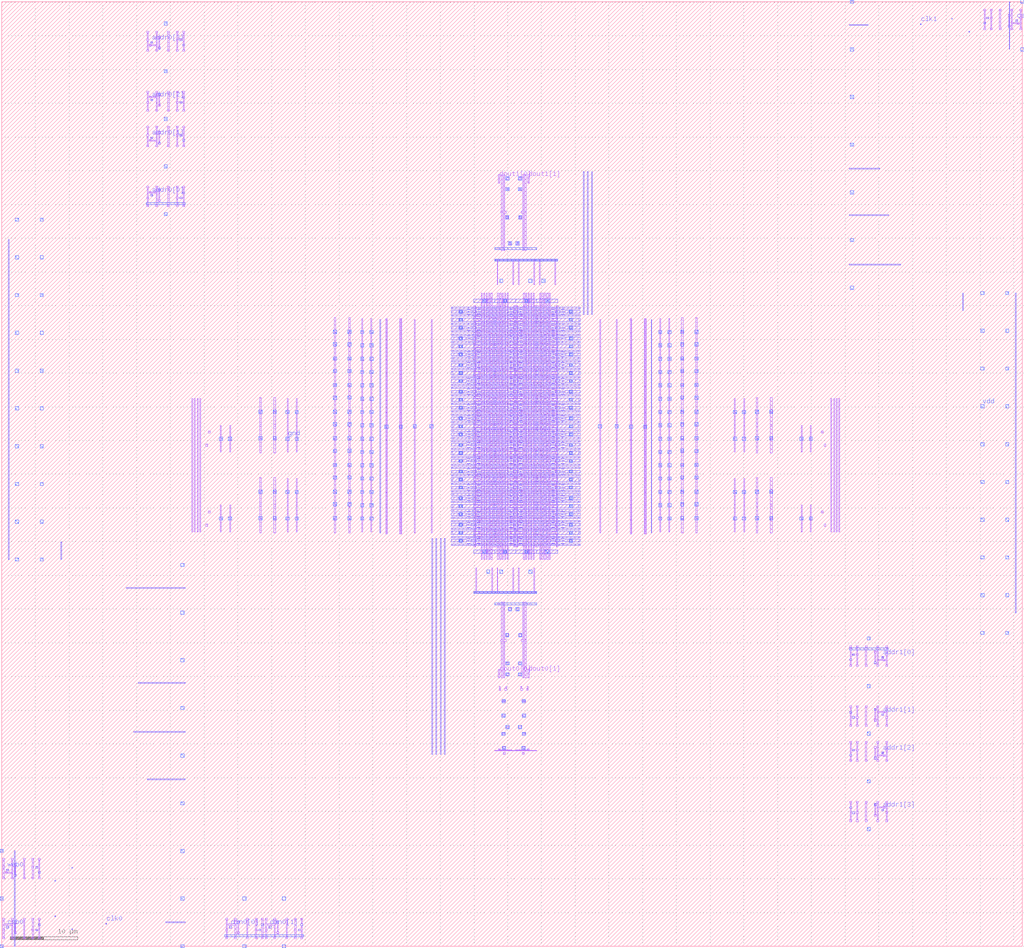
<source format=lef>
VERSION 5.4 ;
NAMESCASESENSITIVE ON ;
BUSBITCHARS "[]" ;
DIVIDERCHAR "/" ;
UNITS
  DATABASE MICRONS 2000 ;
END UNITS
MACRO sram_2_16_sky130
   CLASS BLOCK ;
   SIZE 151.29 BY 140.08 ;
   SYMMETRY X Y R90 ;
   PIN din0[0]
      DIRECTION INPUT ;
      PORT
         LAYER m2 ;
         RECT  33.755 2.69 34.085 2.95 ;
      END
   END din0[0]
   PIN din0[1]
      DIRECTION INPUT ;
      PORT
         LAYER m2 ;
         RECT  39.595 2.69 39.925 2.95 ;
      END
   END din0[1]
   PIN addr0[0]
      DIRECTION INPUT ;
      PORT
         LAYER m2 ;
         RECT  22.075 111.25 22.405 111.51 ;
      END
   END addr0[0]
   PIN addr0[1]
      DIRECTION INPUT ;
      PORT
         LAYER m2 ;
         RECT  22.075 119.75 22.405 120.01 ;
      END
   END addr0[1]
   PIN addr0[2]
      DIRECTION INPUT ;
      PORT
         LAYER m2 ;
         RECT  22.075 125.39 22.405 125.65 ;
      END
   END addr0[2]
   PIN addr0[3]
      DIRECTION INPUT ;
      PORT
         LAYER m2 ;
         RECT  22.075 133.89 22.405 134.15 ;
      END
   END addr0[3]
   PIN addr1[0]
      DIRECTION INPUT ;
      PORT
         LAYER m2 ;
         RECT  130.415 42.71 130.745 42.97 ;
      END
   END addr1[0]
   PIN addr1[1]
      DIRECTION INPUT ;
      PORT
         LAYER m2 ;
         RECT  130.415 34.21 130.745 34.47 ;
      END
   END addr1[1]
   PIN addr1[2]
      DIRECTION INPUT ;
      PORT
         LAYER m2 ;
         RECT  130.415 28.57 130.745 28.83 ;
      END
   END addr1[2]
   PIN addr1[3]
      DIRECTION INPUT ;
      PORT
         LAYER m2 ;
         RECT  130.415 20.07 130.745 20.33 ;
      END
   END addr1[3]
   PIN csb0
      DIRECTION INPUT ;
      PORT
         LAYER m2 ;
         RECT  0.685 2.69 1.015 2.95 ;
      END
   END csb0
   PIN csb1
      DIRECTION INPUT ;
      PORT
         LAYER m2 ;
         RECT  150.275 137.13 150.605 137.39 ;
      END
   END csb1
   PIN web0
      DIRECTION INPUT ;
      PORT
         LAYER m2 ;
         RECT  0.685 11.19 1.015 11.45 ;
      END
   END web0
   PIN clk0
      DIRECTION INPUT ;
      PORT
         LAYER m2 ;
         RECT  15.435 3.275 15.575 3.415 ;
      END
   END clk0
   PIN clk1
      DIRECTION INPUT ;
      PORT
         LAYER m2 ;
         RECT  136.135 136.665 136.275 136.805 ;
      END
   END clk1
   PIN dout0[0]
      DIRECTION OUTPUT ;
      PORT
         LAYER m1 ;
         RECT  73.6 39.79 73.83 41.06 ;
      END
   END dout0[0]
   PIN dout0[1]
      DIRECTION OUTPUT ;
      PORT
         LAYER m1 ;
         RECT  77.95 39.79 78.18 41.06 ;
      END
   END dout0[1]
   PIN dout1[0]
      DIRECTION OUTPUT ;
      PORT
         LAYER m1 ;
         RECT  73.6 113.16 73.83 114.43 ;
      END
   END dout1[0]
   PIN dout1[1]
      DIRECTION OUTPUT ;
      PORT
         LAYER m1 ;
         RECT  77.95 113.16 78.18 114.43 ;
      END
   END dout1[1]
   PIN vdd
      DIRECTION INOUT ;
      USE POWER ; 
      SHAPE ABUTMENT ; 
      PORT
         LAYER m3 ;
         RECT  77.075 29.185 77.565 29.675 ;
         LAYER m3 ;
         RECT  74.215 29.185 74.705 29.675 ;
         LAYER m3 ;
         RECT  76.61 45.885 77.1 46.375 ;
         LAYER m3 ;
         RECT  54.545 90.835 55.035 91.325 ;
         LAYER m3 ;
         RECT  125.765 132.765 126.255 133.255 ;
         LAYER m3 ;
         RECT  40.22 63.22 40.71 63.71 ;
         LAYER m3 ;
         RECT  118.305 75.035 118.795 75.525 ;
         LAYER m3 ;
         RECT  77.61 95.565 77.91 95.865 ;
         LAYER m3 ;
         RECT  74.115 33.935 74.605 34.425 ;
         LAYER m3 ;
         RECT  111.69 75.07 112.18 75.56 ;
         LAYER m3 ;
         RECT  148.805 46.215 149.295 46.705 ;
         LAYER m3 ;
         RECT  74.74 112.035 75.23 112.525 ;
         LAYER m3 ;
         RECT  1.995 62.715 2.485 63.205 ;
         LAYER m3 ;
         RECT  148.805 91.015 149.295 91.505 ;
         LAYER m3 ;
         RECT  71.275 95.47 71.765 95.96 ;
         LAYER m3 ;
         RECT  5.675 62.715 6.165 63.205 ;
         LAYER m3 ;
         RECT  71.275 58.26 71.765 58.75 ;
         LAYER m3 ;
         RECT  78.11 98.425 78.6 98.915 ;
         LAYER m3 ;
         RECT  111.69 63.22 112.18 63.71 ;
         LAYER m3 ;
         RECT  40.22 75.07 40.71 75.56 ;
         LAYER m3 ;
         RECT  100.62 75.07 101.11 75.56 ;
         LAYER m3 ;
         RECT  100.62 73.22 101.11 73.71 ;
         LAYER m3 ;
         RECT  1.995 96.315 2.485 96.805 ;
         LAYER m3 ;
         RECT  5.675 96.315 6.165 96.805 ;
         LAYER m3 ;
         RECT  24.065 115.385 24.555 115.875 ;
         LAYER m3 ;
         RECT  78.11 55.305 78.6 55.795 ;
         LAYER m3 ;
         RECT  97.365 84.91 97.855 85.4 ;
         LAYER m3 ;
         RECT  35.745 6.825 36.235 7.315 ;
         LAYER m3 ;
         RECT  100.62 85.07 101.11 85.56 ;
         LAYER m3 ;
         RECT  76.55 41.695 77.04 42.185 ;
         LAYER m3 ;
         RECT  71.87 55.305 72.36 55.795 ;
         LAYER m3 ;
         RECT  54.545 73.06 55.035 73.55 ;
         LAYER m3 ;
         RECT  63.475 76.865 63.965 77.355 ;
         LAYER m3 ;
         RECT  51.29 71.12 51.78 71.61 ;
         LAYER m3 ;
         RECT  97.365 67.135 97.855 67.625 ;
         LAYER m3 ;
         RECT  100.62 67.17 101.11 67.66 ;
         LAYER m3 ;
         RECT  51.29 85.07 51.78 85.56 ;
         LAYER m3 ;
         RECT  100.62 77.17 101.11 77.66 ;
         LAYER m3 ;
         RECT  54.545 67.135 55.035 67.625 ;
         LAYER m3 ;
         RECT  1.995 73.915 2.485 74.405 ;
         LAYER m3 ;
         RECT  145.125 46.215 145.615 46.705 ;
         LAYER m3 ;
         RECT  93.01 76.785 93.5 77.275 ;
         LAYER m3 ;
         RECT  100.62 82.97 101.11 83.46 ;
         LAYER m3 ;
         RECT  100.62 65.32 101.11 65.81 ;
         LAYER m3 ;
         RECT  1.995 85.115 2.485 85.605 ;
         LAYER m3 ;
         RECT  97.365 71.085 97.855 71.575 ;
         LAYER m3 ;
         RECT  54.545 65.16 55.035 65.65 ;
         LAYER m3 ;
         RECT  111.69 67.17 112.18 67.66 ;
         LAYER m3 ;
         RECT  54.545 78.985 55.035 79.475 ;
         LAYER m3 ;
         RECT  97.365 86.885 97.855 87.375 ;
         LAYER m3 ;
         RECT  54.545 82.935 55.035 83.425 ;
         LAYER m3 ;
         RECT  33.605 75.035 34.095 75.525 ;
         LAYER m3 ;
         RECT  97.365 63.185 97.855 63.675 ;
         LAYER m3 ;
         RECT  58.9 76.785 59.39 77.275 ;
         LAYER m3 ;
         RECT  100.62 81.12 101.11 81.61 ;
         LAYER m3 ;
         RECT  148.805 79.815 149.295 80.305 ;
         LAYER m3 ;
         RECT  51.29 73.22 51.78 73.71 ;
         LAYER m3 ;
         RECT  26.565 20.965 27.055 21.455 ;
         LAYER m3 ;
         RECT  54.545 84.91 55.035 85.4 ;
         LAYER m3 ;
         RECT  43.475 75.035 43.965 75.525 ;
         LAYER m3 ;
         RECT  77.61 58.355 77.91 58.655 ;
         LAYER m3 ;
         RECT  108.435 67.135 108.925 67.625 ;
         LAYER m3 ;
         RECT  40.22 79.02 40.71 79.51 ;
         LAYER m3 ;
         RECT  54.545 88.86 55.035 89.35 ;
         LAYER m3 ;
         RECT  73.8 98.425 74.29 98.915 ;
         LAYER m3 ;
         RECT  43.475 78.985 43.965 79.475 ;
         LAYER m3 ;
         RECT  24.065 129.525 24.555 130.015 ;
         LAYER m3 ;
         RECT  76.61 107.845 77.1 108.335 ;
         LAYER m3 ;
         RECT  26.565 49.245 27.055 49.735 ;
         LAYER m3 ;
         RECT  54.545 75.035 55.035 75.525 ;
         LAYER m3 ;
         RECT  76.55 112.035 77.04 112.525 ;
         LAYER m3 ;
         RECT  100.62 86.92 101.11 87.41 ;
         LAYER m3 ;
         RECT  151.045 132.765 151.535 133.255 ;
         LAYER m3 ;
         RECT  5.675 107.515 6.165 108.005 ;
         LAYER m3 ;
         RECT  108.435 78.985 108.925 79.475 ;
         LAYER m3 ;
         RECT  51.29 63.22 51.78 63.71 ;
         LAYER m3 ;
         RECT  80.635 58.26 81.125 58.75 ;
         LAYER m3 ;
         RECT  51.29 82.97 51.78 83.46 ;
         LAYER m3 ;
         RECT  100.62 89.02 101.11 89.51 ;
         LAYER m3 ;
         RECT  41.585 6.825 42.075 7.315 ;
         LAYER m3 ;
         RECT  54.545 71.085 55.035 71.575 ;
         LAYER m3 ;
         RECT  125.765 118.625 126.255 119.115 ;
         LAYER m3 ;
         RECT  128.265 38.345 128.755 38.835 ;
         LAYER m3 ;
         RECT  111.69 79.02 112.18 79.51 ;
         LAYER m3 ;
         RECT  100.62 90.87 101.11 91.36 ;
         LAYER m3 ;
         RECT  100.62 79.02 101.11 79.51 ;
         LAYER m3 ;
         RECT  100.62 71.12 101.11 71.61 ;
         LAYER m3 ;
         RECT  26.565 35.105 27.055 35.595 ;
         LAYER m3 ;
         RECT  148.805 68.615 149.295 69.105 ;
         LAYER m3 ;
         RECT  97.365 69.11 97.855 69.6 ;
         LAYER m3 ;
         RECT  145.125 68.615 145.615 69.105 ;
         LAYER m3 ;
         RECT  97.365 82.935 97.855 83.425 ;
         LAYER m3 ;
         RECT  51.29 89.02 51.78 89.51 ;
         LAYER m3 ;
         RECT  125.765 104.485 126.255 104.975 ;
         LAYER m3 ;
         RECT  97.365 90.835 97.855 91.325 ;
         LAYER m3 ;
         RECT  97.365 88.86 97.855 89.35 ;
         LAYER m3 ;
         RECT  51.29 75.07 51.78 75.56 ;
         LAYER m3 ;
         RECT  145.125 57.415 145.615 57.905 ;
         LAYER m3 ;
         RECT  74.49 95.565 74.79 95.865 ;
         LAYER m3 ;
         RECT  51.29 69.27 51.78 69.76 ;
         LAYER m3 ;
         RECT  74.49 58.355 74.79 58.655 ;
         LAYER m3 ;
         RECT  1.995 107.515 2.485 108.005 ;
         LAYER m3 ;
         RECT  97.365 75.035 97.855 75.525 ;
         LAYER m3 ;
         RECT  88.435 76.865 88.925 77.355 ;
         LAYER m3 ;
         RECT  74.68 45.885 75.17 46.375 ;
         LAYER m3 ;
         RECT  51.29 77.17 51.78 77.66 ;
         LAYER m3 ;
         RECT  5.675 85.115 6.165 85.605 ;
         LAYER m3 ;
         RECT  54.545 69.11 55.035 69.6 ;
         LAYER m3 ;
         RECT  26.565 6.825 27.055 7.315 ;
         LAYER m3 ;
         RECT  73.8 55.305 74.29 55.795 ;
         LAYER m3 ;
         RECT  108.435 75.035 108.925 75.525 ;
         LAYER m3 ;
         RECT  77.175 33.935 77.665 34.425 ;
         LAYER m3 ;
         RECT  100.62 69.27 101.11 69.76 ;
         LAYER m3 ;
         RECT  -0.245 6.825 0.245 7.315 ;
         LAYER m3 ;
         RECT  74.74 41.695 75.23 42.185 ;
         LAYER m3 ;
         RECT  97.365 78.985 97.855 79.475 ;
         LAYER m3 ;
         RECT  145.125 91.015 145.615 91.505 ;
         LAYER m3 ;
         RECT  54.545 77.01 55.035 77.5 ;
         LAYER m3 ;
         RECT  54.545 80.96 55.035 81.45 ;
         LAYER m3 ;
         RECT  97.365 73.06 97.855 73.55 ;
         LAYER m3 ;
         RECT  51.29 65.32 51.78 65.81 ;
         LAYER m3 ;
         RECT  97.365 80.96 97.855 81.45 ;
         LAYER m3 ;
         RECT  97.365 65.16 97.855 65.65 ;
         LAYER m3 ;
         RECT  80.04 98.425 80.53 98.915 ;
         LAYER m3 ;
         RECT  128.265 24.205 128.755 24.695 ;
         LAYER m3 ;
         RECT  100.62 63.22 101.11 63.71 ;
         LAYER m3 ;
         RECT  51.29 79.02 51.78 79.51 ;
         LAYER m3 ;
         RECT  74.68 107.845 75.17 108.335 ;
         LAYER m3 ;
         RECT  5.675 73.915 6.165 74.405 ;
         LAYER m3 ;
         RECT  51.29 90.87 51.78 91.36 ;
         LAYER m3 ;
         RECT  108.435 63.185 108.925 63.675 ;
         LAYER m3 ;
         RECT  51.29 86.92 51.78 87.41 ;
         LAYER m3 ;
         RECT  54.545 86.885 55.035 87.375 ;
         LAYER m3 ;
         RECT  51.29 81.12 51.78 81.61 ;
         LAYER m3 ;
         RECT  80.635 95.47 81.125 95.96 ;
         LAYER m3 ;
         RECT  43.475 63.185 43.965 63.675 ;
         LAYER m3 ;
         RECT  54.545 63.185 55.035 63.675 ;
         LAYER m3 ;
         RECT  97.365 77.01 97.855 77.5 ;
         LAYER m3 ;
         RECT  43.475 67.135 43.965 67.625 ;
         LAYER m3 ;
         RECT  40.22 67.17 40.71 67.66 ;
         LAYER m3 ;
         RECT  33.605 63.185 34.095 63.675 ;
         LAYER m3 ;
         RECT  118.305 63.185 118.795 63.675 ;
         LAYER m3 ;
         RECT  51.29 67.17 51.78 67.66 ;
         LAYER m3 ;
         RECT  148.805 57.415 149.295 57.905 ;
         LAYER m3 ;
         RECT  145.125 79.815 145.615 80.305 ;
      END
   END vdd
   PIN gnd
      DIRECTION INOUT ;
      USE GROUND ; 
      SHAPE ABUTMENT ; 
      PORT
         LAYER m3 ;
         RECT  102.745 69.26 103.235 69.75 ;
         LAYER m3 ;
         RECT  5.675 79.515 6.165 80.005 ;
         LAYER m3 ;
         RECT  148.805 63.015 149.295 63.505 ;
         LAYER m3 ;
         RECT  49.165 85.06 49.655 85.55 ;
         LAYER m3 ;
         RECT  32.245 75.035 32.735 75.525 ;
         LAYER m3 ;
         RECT  125.765 125.695 126.255 126.185 ;
         LAYER m3 ;
         RECT  77.12 36.12 77.61 36.61 ;
         LAYER m3 ;
         RECT  5.675 68.315 6.165 68.805 ;
         LAYER m3 ;
         RECT  84.21 80.91 84.51 81.21 ;
         LAYER m3 ;
         RECT  113.815 75.07 114.305 75.56 ;
         LAYER m3 ;
         RECT  26.565 56.315 27.055 56.805 ;
         LAYER m3 ;
         RECT  67.89 70.245 68.19 70.545 ;
         LAYER m3 ;
         RECT  53.185 90.835 53.675 91.325 ;
         LAYER m3 ;
         RECT  1.995 68.315 2.485 68.805 ;
         LAYER m3 ;
         RECT  38.095 67.17 38.585 67.66 ;
         LAYER m3 ;
         RECT  84.21 88.81 84.51 89.11 ;
         LAYER m3 ;
         RECT  67.89 78.145 68.19 78.445 ;
         LAYER m3 ;
         RECT  53.185 69.11 53.675 69.6 ;
         LAYER m3 ;
         RECT  74.17 36.12 74.66 36.61 ;
         LAYER m3 ;
         RECT  49.165 71.12 49.655 71.61 ;
         LAYER m3 ;
         RECT  77.145 31.265 77.635 31.755 ;
         LAYER m3 ;
         RECT  98.725 78.985 99.215 79.475 ;
         LAYER m3 ;
         RECT  109.795 75.035 110.285 75.525 ;
         LAYER m3 ;
         RECT  90.925 76.865 91.415 77.355 ;
         LAYER m3 ;
         RECT  102.745 85.06 103.235 85.55 ;
         LAYER m3 ;
         RECT  84.21 74.195 84.51 74.495 ;
         LAYER m3 ;
         RECT  53.185 75.035 53.675 75.525 ;
         LAYER m3 ;
         RECT  67.89 63.925 68.19 64.225 ;
         LAYER m3 ;
         RECT  49.165 63.22 49.655 63.71 ;
         LAYER m3 ;
         RECT  53.185 86.885 53.675 87.375 ;
         LAYER m3 ;
         RECT  74.72 32.275 75.21 32.765 ;
         LAYER m3 ;
         RECT  76.55 113.645 77.04 114.135 ;
         LAYER m3 ;
         RECT  148.805 74.215 149.295 74.705 ;
         LAYER m3 ;
         RECT  67.89 92.76 68.19 93.06 ;
         LAYER m3 ;
         RECT  38.095 63.22 38.585 63.71 ;
         LAYER m3 ;
         RECT  49.165 65.31 49.655 65.8 ;
         LAYER m3 ;
         RECT  49.165 82.97 49.655 83.46 ;
         LAYER m3 ;
         RECT  84.21 79.725 84.51 80.025 ;
         LAYER m3 ;
         RECT  53.185 67.135 53.675 67.625 ;
         LAYER m3 ;
         RECT  24.065 122.455 24.555 122.945 ;
         LAYER m3 ;
         RECT  76.55 40.085 77.04 40.575 ;
         LAYER m3 ;
         RECT  119.665 63.185 120.155 63.675 ;
         LAYER m3 ;
         RECT  84.21 63.925 84.51 64.225 ;
         LAYER m3 ;
         RECT  84.21 91.575 84.51 91.875 ;
         LAYER m3 ;
         RECT  98.725 77.01 99.215 77.5 ;
         LAYER m3 ;
         RECT  56.775 76.79 57.265 77.28 ;
         LAYER m3 ;
         RECT  67.89 82.095 68.19 82.395 ;
         LAYER m3 ;
         RECT  109.795 67.135 110.285 67.625 ;
         LAYER m3 ;
         RECT  84.21 73.01 84.51 73.31 ;
         LAYER m3 ;
         RECT  102.745 75.07 103.235 75.56 ;
         LAYER m3 ;
         RECT  102.745 65.31 103.235 65.8 ;
         LAYER m3 ;
         RECT  102.745 71.12 103.235 71.61 ;
         LAYER m3 ;
         RECT  84.21 59.975 84.51 60.275 ;
         LAYER m3 ;
         RECT  67.89 86.045 68.19 86.345 ;
         LAYER m3 ;
         RECT  67.89 91.575 68.19 91.875 ;
         LAYER m3 ;
         RECT  98.725 88.86 99.215 89.35 ;
         LAYER m3 ;
         RECT  49.165 67.17 49.655 67.66 ;
         LAYER m3 ;
         RECT  125.765 139.835 126.255 140.325 ;
         LAYER m3 ;
         RECT  102.745 81.11 103.235 81.6 ;
         LAYER m3 ;
         RECT  1.995 101.915 2.485 102.405 ;
         LAYER m3 ;
         RECT  119.665 75.035 120.155 75.525 ;
         LAYER m3 ;
         RECT  53.185 84.91 53.675 85.4 ;
         LAYER m3 ;
         RECT  42.115 67.135 42.605 67.625 ;
         LAYER m3 ;
         RECT  53.185 71.085 53.675 71.575 ;
         LAYER m3 ;
         RECT  67.89 71.825 68.19 72.125 ;
         LAYER m3 ;
         RECT  67.89 76.96 68.19 77.26 ;
         LAYER m3 ;
         RECT  102.745 82.97 103.235 83.46 ;
         LAYER m3 ;
         RECT  75.09 103.975 75.58 104.465 ;
         LAYER m3 ;
         RECT  53.185 63.185 53.675 63.675 ;
         LAYER m3 ;
         RECT  98.725 90.835 99.215 91.325 ;
         LAYER m3 ;
         RECT  84.21 76.96 84.51 77.26 ;
         LAYER m3 ;
         RECT  1.995 79.515 2.485 80.005 ;
         LAYER m3 ;
         RECT  95.135 76.79 95.625 77.28 ;
         LAYER m3 ;
         RECT  98.725 67.135 99.215 67.625 ;
         LAYER m3 ;
         RECT  26.565 28.035 27.055 28.525 ;
         LAYER m3 ;
         RECT  35.745 -0.245 36.235 0.245 ;
         LAYER m3 ;
         RECT  84.21 69.06 84.51 69.36 ;
         LAYER m3 ;
         RECT  38.095 75.07 38.585 75.56 ;
         LAYER m3 ;
         RECT  109.795 78.985 110.285 79.475 ;
         LAYER m3 ;
         RECT  98.725 63.185 99.215 63.675 ;
         LAYER m3 ;
         RECT  125.765 97.415 126.255 97.905 ;
         LAYER m3 ;
         RECT  113.815 79.02 114.305 79.51 ;
         LAYER m3 ;
         RECT  102.745 89.01 103.235 89.5 ;
         LAYER m3 ;
         RECT  84.21 61.16 84.51 61.46 ;
         LAYER m3 ;
         RECT  128.265 17.135 128.755 17.625 ;
         LAYER m3 ;
         RECT  84.21 82.095 84.51 82.395 ;
         LAYER m3 ;
         RECT  49.165 77.16 49.655 77.65 ;
         LAYER m3 ;
         RECT  74.145 31.265 74.635 31.755 ;
         LAYER m3 ;
         RECT  98.725 69.11 99.215 69.6 ;
         LAYER m3 ;
         RECT  102.745 73.21 103.235 73.7 ;
         LAYER m3 ;
         RECT  38.095 79.02 38.585 79.51 ;
         LAYER m3 ;
         RECT  67.89 79.725 68.19 80.025 ;
         LAYER m3 ;
         RECT  84.21 75.775 84.51 76.075 ;
         LAYER m3 ;
         RECT  102.745 67.17 103.235 67.66 ;
         LAYER m3 ;
         RECT  67.89 61.16 68.19 61.46 ;
         LAYER m3 ;
         RECT  145.125 74.215 145.615 74.705 ;
         LAYER m3 ;
         RECT  102.745 90.87 103.235 91.36 ;
         LAYER m3 ;
         RECT  74.74 113.645 75.23 114.135 ;
         LAYER m3 ;
         RECT  53.185 82.935 53.675 83.425 ;
         LAYER m3 ;
         RECT  24.065 108.315 24.555 108.805 ;
         LAYER m3 ;
         RECT  84.21 78.145 84.51 78.445 ;
         LAYER m3 ;
         RECT  98.725 80.96 99.215 81.45 ;
         LAYER m3 ;
         RECT  67.89 73.01 68.19 73.31 ;
         LAYER m3 ;
         RECT  84.21 92.76 84.51 93.06 ;
         LAYER m3 ;
         RECT  1.995 90.715 2.485 91.205 ;
         LAYER m3 ;
         RECT  67.89 69.06 68.19 69.36 ;
         LAYER m3 ;
         RECT  84.21 62.345 84.51 62.645 ;
         LAYER m3 ;
         RECT  98.725 82.935 99.215 83.425 ;
         LAYER m3 ;
         RECT  84.21 87.625 84.51 87.925 ;
         LAYER m3 ;
         RECT  67.89 62.345 68.19 62.645 ;
         LAYER m3 ;
         RECT  113.815 67.17 114.305 67.66 ;
         LAYER m3 ;
         RECT  26.565 -0.245 27.055 0.245 ;
         LAYER m3 ;
         RECT  -0.245 13.905 0.245 14.395 ;
         LAYER m3 ;
         RECT  67.89 93.945 68.19 94.245 ;
         LAYER m3 ;
         RECT  84.21 66.295 84.51 66.595 ;
         LAYER m3 ;
         RECT  42.115 63.185 42.605 63.675 ;
         LAYER m3 ;
         RECT  98.725 71.085 99.215 71.575 ;
         LAYER m3 ;
         RECT  53.185 80.96 53.675 81.45 ;
         LAYER m3 ;
         RECT  151.045 139.845 151.535 140.335 ;
         LAYER m3 ;
         RECT  84.21 93.945 84.51 94.245 ;
         LAYER m3 ;
         RECT  49.165 90.87 49.655 91.36 ;
         LAYER m3 ;
         RECT  67.89 80.91 68.19 81.21 ;
         LAYER m3 ;
         RECT  26.565 13.895 27.055 14.385 ;
         LAYER m3 ;
         RECT  84.21 71.825 84.51 72.125 ;
         LAYER m3 ;
         RECT  125.765 111.555 126.255 112.045 ;
         LAYER m3 ;
         RECT  67.89 83.675 68.19 83.975 ;
         LAYER m3 ;
         RECT  67.89 65.11 68.19 65.41 ;
         LAYER m3 ;
         RECT  148.805 85.415 149.295 85.905 ;
         LAYER m3 ;
         RECT  84.21 70.245 84.51 70.545 ;
         LAYER m3 ;
         RECT  67.89 67.875 68.19 68.175 ;
         LAYER m3 ;
         RECT  60.985 76.865 61.475 77.355 ;
         LAYER m3 ;
         RECT  24.065 136.595 24.555 137.085 ;
         LAYER m3 ;
         RECT  84.21 65.11 84.51 65.41 ;
         LAYER m3 ;
         RECT  5.675 90.715 6.165 91.205 ;
         LAYER m3 ;
         RECT  5.675 101.915 6.165 102.405 ;
         LAYER m3 ;
         RECT  148.805 96.615 149.295 97.105 ;
         LAYER m3 ;
         RECT  128.265 31.275 128.755 31.765 ;
         LAYER m3 ;
         RECT  26.565 42.175 27.055 42.665 ;
         LAYER m3 ;
         RECT  49.165 75.07 49.655 75.56 ;
         LAYER m3 ;
         RECT  67.89 89.995 68.19 90.295 ;
         LAYER m3 ;
         RECT  -0.245 -0.255 0.245 0.235 ;
         LAYER m3 ;
         RECT  98.725 84.91 99.215 85.4 ;
         LAYER m3 ;
         RECT  53.185 77.01 53.675 77.5 ;
         LAYER m3 ;
         RECT  53.185 73.06 53.675 73.55 ;
         LAYER m3 ;
         RECT  76.57 32.275 77.06 32.765 ;
         LAYER m3 ;
         RECT  84.21 83.675 84.51 83.975 ;
         LAYER m3 ;
         RECT  42.115 78.985 42.605 79.475 ;
         LAYER m3 ;
         RECT  128.265 45.415 128.755 45.905 ;
         LAYER m3 ;
         RECT  67.89 84.86 68.19 85.16 ;
         LAYER m3 ;
         RECT  67.89 87.625 68.19 87.925 ;
         LAYER m3 ;
         RECT  145.125 85.415 145.615 85.905 ;
         LAYER m3 ;
         RECT  49.165 69.26 49.655 69.75 ;
         LAYER m3 ;
         RECT  98.725 75.035 99.215 75.525 ;
         LAYER m3 ;
         RECT  49.165 81.11 49.655 81.6 ;
         LAYER m3 ;
         RECT  98.725 65.16 99.215 65.65 ;
         LAYER m3 ;
         RECT  53.185 88.86 53.675 89.35 ;
         LAYER m3 ;
         RECT  84.21 84.86 84.51 85.16 ;
         LAYER m3 ;
         RECT  145.125 51.815 145.615 52.305 ;
         LAYER m3 ;
         RECT  1.995 57.115 2.485 57.605 ;
         LAYER m3 ;
         RECT  145.125 63.015 145.615 63.505 ;
         LAYER m3 ;
         RECT  49.165 73.21 49.655 73.7 ;
         LAYER m3 ;
         RECT  148.805 51.815 149.295 52.305 ;
         LAYER m3 ;
         RECT  84.21 67.875 84.51 68.175 ;
         LAYER m3 ;
         RECT  49.165 89.01 49.655 89.5 ;
         LAYER m3 ;
         RECT  84.21 89.995 84.51 90.295 ;
         LAYER m3 ;
         RECT  49.165 79.02 49.655 79.51 ;
         LAYER m3 ;
         RECT  67.89 74.195 68.19 74.495 ;
         LAYER m3 ;
         RECT  74.74 40.085 75.23 40.575 ;
         LAYER m3 ;
         RECT  67.89 75.775 68.19 76.075 ;
         LAYER m3 ;
         RECT  67.89 59.975 68.19 60.275 ;
         LAYER m3 ;
         RECT  53.185 65.16 53.675 65.65 ;
         LAYER m3 ;
         RECT  41.585 -0.245 42.075 0.245 ;
         LAYER m3 ;
         RECT  84.21 86.045 84.51 86.345 ;
         LAYER m3 ;
         RECT  5.675 57.115 6.165 57.605 ;
         LAYER m3 ;
         RECT  102.745 79.02 103.235 79.51 ;
         LAYER m3 ;
         RECT  109.795 63.185 110.285 63.675 ;
         LAYER m3 ;
         RECT  102.745 63.22 103.235 63.71 ;
         LAYER m3 ;
         RECT  98.725 73.06 99.215 73.55 ;
         LAYER m3 ;
         RECT  67.89 88.81 68.19 89.11 ;
         LAYER m3 ;
         RECT  49.165 86.92 49.655 87.41 ;
         LAYER m3 ;
         RECT  98.725 86.885 99.215 87.375 ;
         LAYER m3 ;
         RECT  67.89 66.295 68.19 66.595 ;
         LAYER m3 ;
         RECT  76.2 49.755 76.69 50.245 ;
         LAYER m3 ;
         RECT  145.125 96.615 145.615 97.105 ;
         LAYER m3 ;
         RECT  53.185 78.985 53.675 79.475 ;
         LAYER m3 ;
         RECT  102.745 77.16 103.235 77.65 ;
         LAYER m3 ;
         RECT  102.745 86.92 103.235 87.41 ;
         LAYER m3 ;
         RECT  32.245 63.185 32.735 63.675 ;
         LAYER m3 ;
         RECT  113.815 63.22 114.305 63.71 ;
         LAYER m3 ;
         RECT  76.2 103.975 76.69 104.465 ;
         LAYER m3 ;
         RECT  75.09 49.755 75.58 50.245 ;
         LAYER m3 ;
         RECT  42.115 75.035 42.605 75.525 ;
      END
   END gnd
   OBS
   LAYER  m1 ;
      RECT  75.915 61.705 75.99 63.41 ;
      RECT  75.99 61.12 76.2 61.5 ;
      RECT  73.83 60.79 74.01 61.705 ;
      POLYGON  75.48 61.795 75.48 62.205 75.655 62.205 75.735 62.125 75.735 61.795 75.48 61.795 ;
      RECT  73.47 61.705 73.65 63.41 ;
      RECT  73.83 61.705 74.01 63.41 ;
      RECT  73.08 61.705 73.29 63.41 ;
      RECT  72.87 61.5 73.08 61.705 ;
      RECT  72.87 61.705 73.08 63.41 ;
      RECT  75.99 61.705 76.2 63.41 ;
      POLYGON  75.48 62.785 75.48 63.195 75.735 63.195 75.735 62.865 75.655 62.785 75.48 62.785 ;
      RECT  73.08 61.12 73.29 61.5 ;
      RECT  75.99 60.79 76.2 61.12 ;
      RECT  74.19 60.79 74.37 61.705 ;
      RECT  75.83 62.29 75.915 62.7 ;
      RECT  74.91 61.705 75.09 63.41 ;
      RECT  75.27 62.785 75.48 63.195 ;
      RECT  73.08 60.79 73.29 61.12 ;
      RECT  75.27 61.795 75.48 62.205 ;
      RECT  75.27 61.12 75.48 61.5 ;
      RECT  72.87 61.12 73.08 61.5 ;
      RECT  74.55 60.79 74.73 61.705 ;
      RECT  74.55 61.705 74.73 63.41 ;
      RECT  75.99 61.5 76.2 61.705 ;
      RECT  73.08 61.5 73.29 61.705 ;
      RECT  72.87 60.79 73.08 61.12 ;
      RECT  74.91 60.79 75.09 61.705 ;
      RECT  73.47 60.79 73.65 61.705 ;
      POLYGON  75.915 60.79 75.915 61.12 75.48 61.12 75.48 61.5 75.915 61.5 75.915 61.705 75.99 61.705 75.99 60.79 75.915 60.79 ;
      RECT  74.19 61.705 74.37 63.41 ;
      RECT  75.915 64.865 75.99 63.16 ;
      RECT  75.99 65.45 76.2 65.07 ;
      RECT  73.83 65.78 74.01 64.865 ;
      POLYGON  75.48 64.775 75.48 64.365 75.655 64.365 75.735 64.445 75.735 64.775 75.48 64.775 ;
      RECT  73.47 64.865 73.65 63.16 ;
      RECT  73.83 64.865 74.01 63.16 ;
      RECT  73.08 64.865 73.29 63.16 ;
      RECT  72.87 65.07 73.08 64.865 ;
      RECT  72.87 64.865 73.08 63.16 ;
      RECT  75.99 64.865 76.2 63.16 ;
      POLYGON  75.48 63.785 75.48 63.375 75.735 63.375 75.735 63.705 75.655 63.785 75.48 63.785 ;
      RECT  73.08 65.45 73.29 65.07 ;
      RECT  75.99 65.78 76.2 65.45 ;
      RECT  74.19 65.78 74.37 64.865 ;
      RECT  75.83 64.28 75.915 63.87 ;
      RECT  74.91 64.865 75.09 63.16 ;
      RECT  75.27 63.785 75.48 63.375 ;
      RECT  73.08 65.78 73.29 65.45 ;
      RECT  75.27 64.775 75.48 64.365 ;
      RECT  75.27 65.45 75.48 65.07 ;
      RECT  72.87 65.45 73.08 65.07 ;
      RECT  74.55 65.78 74.73 64.865 ;
      RECT  74.55 64.865 74.73 63.16 ;
      RECT  75.99 65.07 76.2 64.865 ;
      RECT  73.08 65.07 73.29 64.865 ;
      RECT  72.87 65.78 73.08 65.45 ;
      RECT  74.91 65.78 75.09 64.865 ;
      RECT  73.47 65.78 73.65 64.865 ;
      POLYGON  75.915 65.78 75.915 65.45 75.48 65.45 75.48 65.07 75.915 65.07 75.915 64.865 75.99 64.865 75.99 65.78 75.915 65.78 ;
      RECT  74.19 64.865 74.37 63.16 ;
      RECT  75.915 65.655 75.99 67.36 ;
      RECT  75.99 65.07 76.2 65.45 ;
      RECT  73.83 64.74 74.01 65.655 ;
      POLYGON  75.48 65.745 75.48 66.155 75.655 66.155 75.735 66.075 75.735 65.745 75.48 65.745 ;
      RECT  73.47 65.655 73.65 67.36 ;
      RECT  73.83 65.655 74.01 67.36 ;
      RECT  73.08 65.655 73.29 67.36 ;
      RECT  72.87 65.45 73.08 65.655 ;
      RECT  72.87 65.655 73.08 67.36 ;
      RECT  75.99 65.655 76.2 67.36 ;
      POLYGON  75.48 66.735 75.48 67.145 75.735 67.145 75.735 66.815 75.655 66.735 75.48 66.735 ;
      RECT  73.08 65.07 73.29 65.45 ;
      RECT  75.99 64.74 76.2 65.07 ;
      RECT  74.19 64.74 74.37 65.655 ;
      RECT  75.83 66.24 75.915 66.65 ;
      RECT  74.91 65.655 75.09 67.36 ;
      RECT  75.27 66.735 75.48 67.145 ;
      RECT  73.08 64.74 73.29 65.07 ;
      RECT  75.27 65.745 75.48 66.155 ;
      RECT  75.27 65.07 75.48 65.45 ;
      RECT  72.87 65.07 73.08 65.45 ;
      RECT  74.55 64.74 74.73 65.655 ;
      RECT  74.55 65.655 74.73 67.36 ;
      RECT  75.99 65.45 76.2 65.655 ;
      RECT  73.08 65.45 73.29 65.655 ;
      RECT  72.87 64.74 73.08 65.07 ;
      RECT  74.91 64.74 75.09 65.655 ;
      RECT  73.47 64.74 73.65 65.655 ;
      POLYGON  75.915 64.74 75.915 65.07 75.48 65.07 75.48 65.45 75.915 65.45 75.915 65.655 75.99 65.655 75.99 64.74 75.915 64.74 ;
      RECT  74.19 65.655 74.37 67.36 ;
      RECT  75.915 68.815 75.99 67.11 ;
      RECT  75.99 69.4 76.2 69.02 ;
      RECT  73.83 69.73 74.01 68.815 ;
      POLYGON  75.48 68.725 75.48 68.315 75.655 68.315 75.735 68.395 75.735 68.725 75.48 68.725 ;
      RECT  73.47 68.815 73.65 67.11 ;
      RECT  73.83 68.815 74.01 67.11 ;
      RECT  73.08 68.815 73.29 67.11 ;
      RECT  72.87 69.02 73.08 68.815 ;
      RECT  72.87 68.815 73.08 67.11 ;
      RECT  75.99 68.815 76.2 67.11 ;
      POLYGON  75.48 67.735 75.48 67.325 75.735 67.325 75.735 67.655 75.655 67.735 75.48 67.735 ;
      RECT  73.08 69.4 73.29 69.02 ;
      RECT  75.99 69.73 76.2 69.4 ;
      RECT  74.19 69.73 74.37 68.815 ;
      RECT  75.83 68.23 75.915 67.82 ;
      RECT  74.91 68.815 75.09 67.11 ;
      RECT  75.27 67.735 75.48 67.325 ;
      RECT  73.08 69.73 73.29 69.4 ;
      RECT  75.27 68.725 75.48 68.315 ;
      RECT  75.27 69.4 75.48 69.02 ;
      RECT  72.87 69.4 73.08 69.02 ;
      RECT  74.55 69.73 74.73 68.815 ;
      RECT  74.55 68.815 74.73 67.11 ;
      RECT  75.99 69.02 76.2 68.815 ;
      RECT  73.08 69.02 73.29 68.815 ;
      RECT  72.87 69.73 73.08 69.4 ;
      RECT  74.91 69.73 75.09 68.815 ;
      RECT  73.47 69.73 73.65 68.815 ;
      POLYGON  75.915 69.73 75.915 69.4 75.48 69.4 75.48 69.02 75.915 69.02 75.915 68.815 75.99 68.815 75.99 69.73 75.915 69.73 ;
      RECT  74.19 68.815 74.37 67.11 ;
      RECT  75.915 69.605 75.99 71.31 ;
      RECT  75.99 69.02 76.2 69.4 ;
      RECT  73.83 68.69 74.01 69.605 ;
      POLYGON  75.48 69.695 75.48 70.105 75.655 70.105 75.735 70.025 75.735 69.695 75.48 69.695 ;
      RECT  73.47 69.605 73.65 71.31 ;
      RECT  73.83 69.605 74.01 71.31 ;
      RECT  73.08 69.605 73.29 71.31 ;
      RECT  72.87 69.4 73.08 69.605 ;
      RECT  72.87 69.605 73.08 71.31 ;
      RECT  75.99 69.605 76.2 71.31 ;
      POLYGON  75.48 70.685 75.48 71.095 75.735 71.095 75.735 70.765 75.655 70.685 75.48 70.685 ;
      RECT  73.08 69.02 73.29 69.4 ;
      RECT  75.99 68.69 76.2 69.02 ;
      RECT  74.19 68.69 74.37 69.605 ;
      RECT  75.83 70.19 75.915 70.6 ;
      RECT  74.91 69.605 75.09 71.31 ;
      RECT  75.27 70.685 75.48 71.095 ;
      RECT  73.08 68.69 73.29 69.02 ;
      RECT  75.27 69.695 75.48 70.105 ;
      RECT  75.27 69.02 75.48 69.4 ;
      RECT  72.87 69.02 73.08 69.4 ;
      RECT  74.55 68.69 74.73 69.605 ;
      RECT  74.55 69.605 74.73 71.31 ;
      RECT  75.99 69.4 76.2 69.605 ;
      RECT  73.08 69.4 73.29 69.605 ;
      RECT  72.87 68.69 73.08 69.02 ;
      RECT  74.91 68.69 75.09 69.605 ;
      RECT  73.47 68.69 73.65 69.605 ;
      POLYGON  75.915 68.69 75.915 69.02 75.48 69.02 75.48 69.4 75.915 69.4 75.915 69.605 75.99 69.605 75.99 68.69 75.915 68.69 ;
      RECT  74.19 69.605 74.37 71.31 ;
      RECT  75.915 72.765 75.99 71.06 ;
      RECT  75.99 73.35 76.2 72.97 ;
      RECT  73.83 73.68 74.01 72.765 ;
      POLYGON  75.48 72.675 75.48 72.265 75.655 72.265 75.735 72.345 75.735 72.675 75.48 72.675 ;
      RECT  73.47 72.765 73.65 71.06 ;
      RECT  73.83 72.765 74.01 71.06 ;
      RECT  73.08 72.765 73.29 71.06 ;
      RECT  72.87 72.97 73.08 72.765 ;
      RECT  72.87 72.765 73.08 71.06 ;
      RECT  75.99 72.765 76.2 71.06 ;
      POLYGON  75.48 71.685 75.48 71.275 75.735 71.275 75.735 71.605 75.655 71.685 75.48 71.685 ;
      RECT  73.08 73.35 73.29 72.97 ;
      RECT  75.99 73.68 76.2 73.35 ;
      RECT  74.19 73.68 74.37 72.765 ;
      RECT  75.83 72.18 75.915 71.77 ;
      RECT  74.91 72.765 75.09 71.06 ;
      RECT  75.27 71.685 75.48 71.275 ;
      RECT  73.08 73.68 73.29 73.35 ;
      RECT  75.27 72.675 75.48 72.265 ;
      RECT  75.27 73.35 75.48 72.97 ;
      RECT  72.87 73.35 73.08 72.97 ;
      RECT  74.55 73.68 74.73 72.765 ;
      RECT  74.55 72.765 74.73 71.06 ;
      RECT  75.99 72.97 76.2 72.765 ;
      RECT  73.08 72.97 73.29 72.765 ;
      RECT  72.87 73.68 73.08 73.35 ;
      RECT  74.91 73.68 75.09 72.765 ;
      RECT  73.47 73.68 73.65 72.765 ;
      POLYGON  75.915 73.68 75.915 73.35 75.48 73.35 75.48 72.97 75.915 72.97 75.915 72.765 75.99 72.765 75.99 73.68 75.915 73.68 ;
      RECT  74.19 72.765 74.37 71.06 ;
      RECT  75.915 73.555 75.99 75.26 ;
      RECT  75.99 72.97 76.2 73.35 ;
      RECT  73.83 72.64 74.01 73.555 ;
      POLYGON  75.48 73.645 75.48 74.055 75.655 74.055 75.735 73.975 75.735 73.645 75.48 73.645 ;
      RECT  73.47 73.555 73.65 75.26 ;
      RECT  73.83 73.555 74.01 75.26 ;
      RECT  73.08 73.555 73.29 75.26 ;
      RECT  72.87 73.35 73.08 73.555 ;
      RECT  72.87 73.555 73.08 75.26 ;
      RECT  75.99 73.555 76.2 75.26 ;
      POLYGON  75.48 74.635 75.48 75.045 75.735 75.045 75.735 74.715 75.655 74.635 75.48 74.635 ;
      RECT  73.08 72.97 73.29 73.35 ;
      RECT  75.99 72.64 76.2 72.97 ;
      RECT  74.19 72.64 74.37 73.555 ;
      RECT  75.83 74.14 75.915 74.55 ;
      RECT  74.91 73.555 75.09 75.26 ;
      RECT  75.27 74.635 75.48 75.045 ;
      RECT  73.08 72.64 73.29 72.97 ;
      RECT  75.27 73.645 75.48 74.055 ;
      RECT  75.27 72.97 75.48 73.35 ;
      RECT  72.87 72.97 73.08 73.35 ;
      RECT  74.55 72.64 74.73 73.555 ;
      RECT  74.55 73.555 74.73 75.26 ;
      RECT  75.99 73.35 76.2 73.555 ;
      RECT  73.08 73.35 73.29 73.555 ;
      RECT  72.87 72.64 73.08 72.97 ;
      RECT  74.91 72.64 75.09 73.555 ;
      RECT  73.47 72.64 73.65 73.555 ;
      POLYGON  75.915 72.64 75.915 72.97 75.48 72.97 75.48 73.35 75.915 73.35 75.915 73.555 75.99 73.555 75.99 72.64 75.915 72.64 ;
      RECT  74.19 73.555 74.37 75.26 ;
      RECT  75.915 76.715 75.99 75.01 ;
      RECT  75.99 77.3 76.2 76.92 ;
      RECT  73.83 77.63 74.01 76.715 ;
      POLYGON  75.48 76.625 75.48 76.215 75.655 76.215 75.735 76.295 75.735 76.625 75.48 76.625 ;
      RECT  73.47 76.715 73.65 75.01 ;
      RECT  73.83 76.715 74.01 75.01 ;
      RECT  73.08 76.715 73.29 75.01 ;
      RECT  72.87 76.92 73.08 76.715 ;
      RECT  72.87 76.715 73.08 75.01 ;
      RECT  75.99 76.715 76.2 75.01 ;
      POLYGON  75.48 75.635 75.48 75.225 75.735 75.225 75.735 75.555 75.655 75.635 75.48 75.635 ;
      RECT  73.08 77.3 73.29 76.92 ;
      RECT  75.99 77.63 76.2 77.3 ;
      RECT  74.19 77.63 74.37 76.715 ;
      RECT  75.83 76.13 75.915 75.72 ;
      RECT  74.91 76.715 75.09 75.01 ;
      RECT  75.27 75.635 75.48 75.225 ;
      RECT  73.08 77.63 73.29 77.3 ;
      RECT  75.27 76.625 75.48 76.215 ;
      RECT  75.27 77.3 75.48 76.92 ;
      RECT  72.87 77.3 73.08 76.92 ;
      RECT  74.55 77.63 74.73 76.715 ;
      RECT  74.55 76.715 74.73 75.01 ;
      RECT  75.99 76.92 76.2 76.715 ;
      RECT  73.08 76.92 73.29 76.715 ;
      RECT  72.87 77.63 73.08 77.3 ;
      RECT  74.91 77.63 75.09 76.715 ;
      RECT  73.47 77.63 73.65 76.715 ;
      POLYGON  75.915 77.63 75.915 77.3 75.48 77.3 75.48 76.92 75.915 76.92 75.915 76.715 75.99 76.715 75.99 77.63 75.915 77.63 ;
      RECT  74.19 76.715 74.37 75.01 ;
      RECT  75.915 77.505 75.99 79.21 ;
      RECT  75.99 76.92 76.2 77.3 ;
      RECT  73.83 76.59 74.01 77.505 ;
      POLYGON  75.48 77.595 75.48 78.005 75.655 78.005 75.735 77.925 75.735 77.595 75.48 77.595 ;
      RECT  73.47 77.505 73.65 79.21 ;
      RECT  73.83 77.505 74.01 79.21 ;
      RECT  73.08 77.505 73.29 79.21 ;
      RECT  72.87 77.3 73.08 77.505 ;
      RECT  72.87 77.505 73.08 79.21 ;
      RECT  75.99 77.505 76.2 79.21 ;
      POLYGON  75.48 78.585 75.48 78.995 75.735 78.995 75.735 78.665 75.655 78.585 75.48 78.585 ;
      RECT  73.08 76.92 73.29 77.3 ;
      RECT  75.99 76.59 76.2 76.92 ;
      RECT  74.19 76.59 74.37 77.505 ;
      RECT  75.83 78.09 75.915 78.5 ;
      RECT  74.91 77.505 75.09 79.21 ;
      RECT  75.27 78.585 75.48 78.995 ;
      RECT  73.08 76.59 73.29 76.92 ;
      RECT  75.27 77.595 75.48 78.005 ;
      RECT  75.27 76.92 75.48 77.3 ;
      RECT  72.87 76.92 73.08 77.3 ;
      RECT  74.55 76.59 74.73 77.505 ;
      RECT  74.55 77.505 74.73 79.21 ;
      RECT  75.99 77.3 76.2 77.505 ;
      RECT  73.08 77.3 73.29 77.505 ;
      RECT  72.87 76.59 73.08 76.92 ;
      RECT  74.91 76.59 75.09 77.505 ;
      RECT  73.47 76.59 73.65 77.505 ;
      POLYGON  75.915 76.59 75.915 76.92 75.48 76.92 75.48 77.3 75.915 77.3 75.915 77.505 75.99 77.505 75.99 76.59 75.915 76.59 ;
      RECT  74.19 77.505 74.37 79.21 ;
      RECT  75.915 80.665 75.99 78.96 ;
      RECT  75.99 81.25 76.2 80.87 ;
      RECT  73.83 81.58 74.01 80.665 ;
      POLYGON  75.48 80.575 75.48 80.165 75.655 80.165 75.735 80.245 75.735 80.575 75.48 80.575 ;
      RECT  73.47 80.665 73.65 78.96 ;
      RECT  73.83 80.665 74.01 78.96 ;
      RECT  73.08 80.665 73.29 78.96 ;
      RECT  72.87 80.87 73.08 80.665 ;
      RECT  72.87 80.665 73.08 78.96 ;
      RECT  75.99 80.665 76.2 78.96 ;
      POLYGON  75.48 79.585 75.48 79.175 75.735 79.175 75.735 79.505 75.655 79.585 75.48 79.585 ;
      RECT  73.08 81.25 73.29 80.87 ;
      RECT  75.99 81.58 76.2 81.25 ;
      RECT  74.19 81.58 74.37 80.665 ;
      RECT  75.83 80.08 75.915 79.67 ;
      RECT  74.91 80.665 75.09 78.96 ;
      RECT  75.27 79.585 75.48 79.175 ;
      RECT  73.08 81.58 73.29 81.25 ;
      RECT  75.27 80.575 75.48 80.165 ;
      RECT  75.27 81.25 75.48 80.87 ;
      RECT  72.87 81.25 73.08 80.87 ;
      RECT  74.55 81.58 74.73 80.665 ;
      RECT  74.55 80.665 74.73 78.96 ;
      RECT  75.99 80.87 76.2 80.665 ;
      RECT  73.08 80.87 73.29 80.665 ;
      RECT  72.87 81.58 73.08 81.25 ;
      RECT  74.91 81.58 75.09 80.665 ;
      RECT  73.47 81.58 73.65 80.665 ;
      POLYGON  75.915 81.58 75.915 81.25 75.48 81.25 75.48 80.87 75.915 80.87 75.915 80.665 75.99 80.665 75.99 81.58 75.915 81.58 ;
      RECT  74.19 80.665 74.37 78.96 ;
      RECT  75.915 81.455 75.99 83.16 ;
      RECT  75.99 80.87 76.2 81.25 ;
      RECT  73.83 80.54 74.01 81.455 ;
      POLYGON  75.48 81.545 75.48 81.955 75.655 81.955 75.735 81.875 75.735 81.545 75.48 81.545 ;
      RECT  73.47 81.455 73.65 83.16 ;
      RECT  73.83 81.455 74.01 83.16 ;
      RECT  73.08 81.455 73.29 83.16 ;
      RECT  72.87 81.25 73.08 81.455 ;
      RECT  72.87 81.455 73.08 83.16 ;
      RECT  75.99 81.455 76.2 83.16 ;
      POLYGON  75.48 82.535 75.48 82.945 75.735 82.945 75.735 82.615 75.655 82.535 75.48 82.535 ;
      RECT  73.08 80.87 73.29 81.25 ;
      RECT  75.99 80.54 76.2 80.87 ;
      RECT  74.19 80.54 74.37 81.455 ;
      RECT  75.83 82.04 75.915 82.45 ;
      RECT  74.91 81.455 75.09 83.16 ;
      RECT  75.27 82.535 75.48 82.945 ;
      RECT  73.08 80.54 73.29 80.87 ;
      RECT  75.27 81.545 75.48 81.955 ;
      RECT  75.27 80.87 75.48 81.25 ;
      RECT  72.87 80.87 73.08 81.25 ;
      RECT  74.55 80.54 74.73 81.455 ;
      RECT  74.55 81.455 74.73 83.16 ;
      RECT  75.99 81.25 76.2 81.455 ;
      RECT  73.08 81.25 73.29 81.455 ;
      RECT  72.87 80.54 73.08 80.87 ;
      RECT  74.91 80.54 75.09 81.455 ;
      RECT  73.47 80.54 73.65 81.455 ;
      POLYGON  75.915 80.54 75.915 80.87 75.48 80.87 75.48 81.25 75.915 81.25 75.915 81.455 75.99 81.455 75.99 80.54 75.915 80.54 ;
      RECT  74.19 81.455 74.37 83.16 ;
      RECT  75.915 84.615 75.99 82.91 ;
      RECT  75.99 85.2 76.2 84.82 ;
      RECT  73.83 85.53 74.01 84.615 ;
      POLYGON  75.48 84.525 75.48 84.115 75.655 84.115 75.735 84.195 75.735 84.525 75.48 84.525 ;
      RECT  73.47 84.615 73.65 82.91 ;
      RECT  73.83 84.615 74.01 82.91 ;
      RECT  73.08 84.615 73.29 82.91 ;
      RECT  72.87 84.82 73.08 84.615 ;
      RECT  72.87 84.615 73.08 82.91 ;
      RECT  75.99 84.615 76.2 82.91 ;
      POLYGON  75.48 83.535 75.48 83.125 75.735 83.125 75.735 83.455 75.655 83.535 75.48 83.535 ;
      RECT  73.08 85.2 73.29 84.82 ;
      RECT  75.99 85.53 76.2 85.2 ;
      RECT  74.19 85.53 74.37 84.615 ;
      RECT  75.83 84.03 75.915 83.62 ;
      RECT  74.91 84.615 75.09 82.91 ;
      RECT  75.27 83.535 75.48 83.125 ;
      RECT  73.08 85.53 73.29 85.2 ;
      RECT  75.27 84.525 75.48 84.115 ;
      RECT  75.27 85.2 75.48 84.82 ;
      RECT  72.87 85.2 73.08 84.82 ;
      RECT  74.55 85.53 74.73 84.615 ;
      RECT  74.55 84.615 74.73 82.91 ;
      RECT  75.99 84.82 76.2 84.615 ;
      RECT  73.08 84.82 73.29 84.615 ;
      RECT  72.87 85.53 73.08 85.2 ;
      RECT  74.91 85.53 75.09 84.615 ;
      RECT  73.47 85.53 73.65 84.615 ;
      POLYGON  75.915 85.53 75.915 85.2 75.48 85.2 75.48 84.82 75.915 84.82 75.915 84.615 75.99 84.615 75.99 85.53 75.915 85.53 ;
      RECT  74.19 84.615 74.37 82.91 ;
      RECT  75.915 85.405 75.99 87.11 ;
      RECT  75.99 84.82 76.2 85.2 ;
      RECT  73.83 84.49 74.01 85.405 ;
      POLYGON  75.48 85.495 75.48 85.905 75.655 85.905 75.735 85.825 75.735 85.495 75.48 85.495 ;
      RECT  73.47 85.405 73.65 87.11 ;
      RECT  73.83 85.405 74.01 87.11 ;
      RECT  73.08 85.405 73.29 87.11 ;
      RECT  72.87 85.2 73.08 85.405 ;
      RECT  72.87 85.405 73.08 87.11 ;
      RECT  75.99 85.405 76.2 87.11 ;
      POLYGON  75.48 86.485 75.48 86.895 75.735 86.895 75.735 86.565 75.655 86.485 75.48 86.485 ;
      RECT  73.08 84.82 73.29 85.2 ;
      RECT  75.99 84.49 76.2 84.82 ;
      RECT  74.19 84.49 74.37 85.405 ;
      RECT  75.83 85.99 75.915 86.4 ;
      RECT  74.91 85.405 75.09 87.11 ;
      RECT  75.27 86.485 75.48 86.895 ;
      RECT  73.08 84.49 73.29 84.82 ;
      RECT  75.27 85.495 75.48 85.905 ;
      RECT  75.27 84.82 75.48 85.2 ;
      RECT  72.87 84.82 73.08 85.2 ;
      RECT  74.55 84.49 74.73 85.405 ;
      RECT  74.55 85.405 74.73 87.11 ;
      RECT  75.99 85.2 76.2 85.405 ;
      RECT  73.08 85.2 73.29 85.405 ;
      RECT  72.87 84.49 73.08 84.82 ;
      RECT  74.91 84.49 75.09 85.405 ;
      RECT  73.47 84.49 73.65 85.405 ;
      POLYGON  75.915 84.49 75.915 84.82 75.48 84.82 75.48 85.2 75.915 85.2 75.915 85.405 75.99 85.405 75.99 84.49 75.915 84.49 ;
      RECT  74.19 85.405 74.37 87.11 ;
      RECT  75.915 88.565 75.99 86.86 ;
      RECT  75.99 89.15 76.2 88.77 ;
      RECT  73.83 89.48 74.01 88.565 ;
      POLYGON  75.48 88.475 75.48 88.065 75.655 88.065 75.735 88.145 75.735 88.475 75.48 88.475 ;
      RECT  73.47 88.565 73.65 86.86 ;
      RECT  73.83 88.565 74.01 86.86 ;
      RECT  73.08 88.565 73.29 86.86 ;
      RECT  72.87 88.77 73.08 88.565 ;
      RECT  72.87 88.565 73.08 86.86 ;
      RECT  75.99 88.565 76.2 86.86 ;
      POLYGON  75.48 87.485 75.48 87.075 75.735 87.075 75.735 87.405 75.655 87.485 75.48 87.485 ;
      RECT  73.08 89.15 73.29 88.77 ;
      RECT  75.99 89.48 76.2 89.15 ;
      RECT  74.19 89.48 74.37 88.565 ;
      RECT  75.83 87.98 75.915 87.57 ;
      RECT  74.91 88.565 75.09 86.86 ;
      RECT  75.27 87.485 75.48 87.075 ;
      RECT  73.08 89.48 73.29 89.15 ;
      RECT  75.27 88.475 75.48 88.065 ;
      RECT  75.27 89.15 75.48 88.77 ;
      RECT  72.87 89.15 73.08 88.77 ;
      RECT  74.55 89.48 74.73 88.565 ;
      RECT  74.55 88.565 74.73 86.86 ;
      RECT  75.99 88.77 76.2 88.565 ;
      RECT  73.08 88.77 73.29 88.565 ;
      RECT  72.87 89.48 73.08 89.15 ;
      RECT  74.91 89.48 75.09 88.565 ;
      RECT  73.47 89.48 73.65 88.565 ;
      POLYGON  75.915 89.48 75.915 89.15 75.48 89.15 75.48 88.77 75.915 88.77 75.915 88.565 75.99 88.565 75.99 89.48 75.915 89.48 ;
      RECT  74.19 88.565 74.37 86.86 ;
      RECT  75.915 89.355 75.99 91.06 ;
      RECT  75.99 88.77 76.2 89.15 ;
      RECT  73.83 88.44 74.01 89.355 ;
      POLYGON  75.48 89.445 75.48 89.855 75.655 89.855 75.735 89.775 75.735 89.445 75.48 89.445 ;
      RECT  73.47 89.355 73.65 91.06 ;
      RECT  73.83 89.355 74.01 91.06 ;
      RECT  73.08 89.355 73.29 91.06 ;
      RECT  72.87 89.15 73.08 89.355 ;
      RECT  72.87 89.355 73.08 91.06 ;
      RECT  75.99 89.355 76.2 91.06 ;
      POLYGON  75.48 90.435 75.48 90.845 75.735 90.845 75.735 90.515 75.655 90.435 75.48 90.435 ;
      RECT  73.08 88.77 73.29 89.15 ;
      RECT  75.99 88.44 76.2 88.77 ;
      RECT  74.19 88.44 74.37 89.355 ;
      RECT  75.83 89.94 75.915 90.35 ;
      RECT  74.91 89.355 75.09 91.06 ;
      RECT  75.27 90.435 75.48 90.845 ;
      RECT  73.08 88.44 73.29 88.77 ;
      RECT  75.27 89.445 75.48 89.855 ;
      RECT  75.27 88.77 75.48 89.15 ;
      RECT  72.87 88.77 73.08 89.15 ;
      RECT  74.55 88.44 74.73 89.355 ;
      RECT  74.55 89.355 74.73 91.06 ;
      RECT  75.99 89.15 76.2 89.355 ;
      RECT  73.08 89.15 73.29 89.355 ;
      RECT  72.87 88.44 73.08 88.77 ;
      RECT  74.91 88.44 75.09 89.355 ;
      RECT  73.47 88.44 73.65 89.355 ;
      POLYGON  75.915 88.44 75.915 88.77 75.48 88.77 75.48 89.15 75.915 89.15 75.915 89.355 75.99 89.355 75.99 88.44 75.915 88.44 ;
      RECT  74.19 89.355 74.37 91.06 ;
      RECT  75.915 92.515 75.99 90.81 ;
      RECT  75.99 93.1 76.2 92.72 ;
      RECT  73.83 93.43 74.01 92.515 ;
      POLYGON  75.48 92.425 75.48 92.015 75.655 92.015 75.735 92.095 75.735 92.425 75.48 92.425 ;
      RECT  73.47 92.515 73.65 90.81 ;
      RECT  73.83 92.515 74.01 90.81 ;
      RECT  73.08 92.515 73.29 90.81 ;
      RECT  72.87 92.72 73.08 92.515 ;
      RECT  72.87 92.515 73.08 90.81 ;
      RECT  75.99 92.515 76.2 90.81 ;
      POLYGON  75.48 91.435 75.48 91.025 75.735 91.025 75.735 91.355 75.655 91.435 75.48 91.435 ;
      RECT  73.08 93.1 73.29 92.72 ;
      RECT  75.99 93.43 76.2 93.1 ;
      RECT  74.19 93.43 74.37 92.515 ;
      RECT  75.83 91.93 75.915 91.52 ;
      RECT  74.91 92.515 75.09 90.81 ;
      RECT  75.27 91.435 75.48 91.025 ;
      RECT  73.08 93.43 73.29 93.1 ;
      RECT  75.27 92.425 75.48 92.015 ;
      RECT  75.27 93.1 75.48 92.72 ;
      RECT  72.87 93.1 73.08 92.72 ;
      RECT  74.55 93.43 74.73 92.515 ;
      RECT  74.55 92.515 74.73 90.81 ;
      RECT  75.99 92.72 76.2 92.515 ;
      RECT  73.08 92.72 73.29 92.515 ;
      RECT  72.87 93.43 73.08 93.1 ;
      RECT  74.91 93.43 75.09 92.515 ;
      RECT  73.47 93.43 73.65 92.515 ;
      POLYGON  75.915 93.43 75.915 93.1 75.48 93.1 75.48 92.72 75.915 92.72 75.915 92.515 75.99 92.515 75.99 93.43 75.915 93.43 ;
      RECT  74.19 92.515 74.37 90.81 ;
      RECT  76.485 61.705 76.41 63.41 ;
      RECT  76.41 61.12 76.2 61.5 ;
      RECT  78.57 60.79 78.39 61.705 ;
      POLYGON  76.92 61.795 76.92 62.205 76.745 62.205 76.665 62.125 76.665 61.795 76.92 61.795 ;
      RECT  78.93 61.705 78.75 63.41 ;
      RECT  78.57 61.705 78.39 63.41 ;
      RECT  79.32 61.705 79.11 63.41 ;
      RECT  79.53 61.5 79.32 61.705 ;
      RECT  79.53 61.705 79.32 63.41 ;
      RECT  76.41 61.705 76.2 63.41 ;
      POLYGON  76.92 62.785 76.92 63.195 76.665 63.195 76.665 62.865 76.745 62.785 76.92 62.785 ;
      RECT  79.32 61.12 79.11 61.5 ;
      RECT  76.41 60.79 76.2 61.12 ;
      RECT  78.21 60.79 78.03 61.705 ;
      RECT  76.57 62.29 76.485 62.7 ;
      RECT  77.49 61.705 77.31 63.41 ;
      RECT  77.13 62.785 76.92 63.195 ;
      RECT  79.32 60.79 79.11 61.12 ;
      RECT  77.13 61.795 76.92 62.205 ;
      RECT  77.13 61.12 76.92 61.5 ;
      RECT  79.53 61.12 79.32 61.5 ;
      RECT  77.85 60.79 77.67 61.705 ;
      RECT  77.85 61.705 77.67 63.41 ;
      RECT  76.41 61.5 76.2 61.705 ;
      RECT  79.32 61.5 79.11 61.705 ;
      RECT  79.53 60.79 79.32 61.12 ;
      RECT  77.49 60.79 77.31 61.705 ;
      RECT  78.93 60.79 78.75 61.705 ;
      POLYGON  76.485 60.79 76.485 61.12 76.92 61.12 76.92 61.5 76.485 61.5 76.485 61.705 76.41 61.705 76.41 60.79 76.485 60.79 ;
      RECT  78.21 61.705 78.03 63.41 ;
      RECT  76.485 64.865 76.41 63.16 ;
      RECT  76.41 65.45 76.2 65.07 ;
      RECT  78.57 65.78 78.39 64.865 ;
      POLYGON  76.92 64.775 76.92 64.365 76.745 64.365 76.665 64.445 76.665 64.775 76.92 64.775 ;
      RECT  78.93 64.865 78.75 63.16 ;
      RECT  78.57 64.865 78.39 63.16 ;
      RECT  79.32 64.865 79.11 63.16 ;
      RECT  79.53 65.07 79.32 64.865 ;
      RECT  79.53 64.865 79.32 63.16 ;
      RECT  76.41 64.865 76.2 63.16 ;
      POLYGON  76.92 63.785 76.92 63.375 76.665 63.375 76.665 63.705 76.745 63.785 76.92 63.785 ;
      RECT  79.32 65.45 79.11 65.07 ;
      RECT  76.41 65.78 76.2 65.45 ;
      RECT  78.21 65.78 78.03 64.865 ;
      RECT  76.57 64.28 76.485 63.87 ;
      RECT  77.49 64.865 77.31 63.16 ;
      RECT  77.13 63.785 76.92 63.375 ;
      RECT  79.32 65.78 79.11 65.45 ;
      RECT  77.13 64.775 76.92 64.365 ;
      RECT  77.13 65.45 76.92 65.07 ;
      RECT  79.53 65.45 79.32 65.07 ;
      RECT  77.85 65.78 77.67 64.865 ;
      RECT  77.85 64.865 77.67 63.16 ;
      RECT  76.41 65.07 76.2 64.865 ;
      RECT  79.32 65.07 79.11 64.865 ;
      RECT  79.53 65.78 79.32 65.45 ;
      RECT  77.49 65.78 77.31 64.865 ;
      RECT  78.93 65.78 78.75 64.865 ;
      POLYGON  76.485 65.78 76.485 65.45 76.92 65.45 76.92 65.07 76.485 65.07 76.485 64.865 76.41 64.865 76.41 65.78 76.485 65.78 ;
      RECT  78.21 64.865 78.03 63.16 ;
      RECT  76.485 65.655 76.41 67.36 ;
      RECT  76.41 65.07 76.2 65.45 ;
      RECT  78.57 64.74 78.39 65.655 ;
      POLYGON  76.92 65.745 76.92 66.155 76.745 66.155 76.665 66.075 76.665 65.745 76.92 65.745 ;
      RECT  78.93 65.655 78.75 67.36 ;
      RECT  78.57 65.655 78.39 67.36 ;
      RECT  79.32 65.655 79.11 67.36 ;
      RECT  79.53 65.45 79.32 65.655 ;
      RECT  79.53 65.655 79.32 67.36 ;
      RECT  76.41 65.655 76.2 67.36 ;
      POLYGON  76.92 66.735 76.92 67.145 76.665 67.145 76.665 66.815 76.745 66.735 76.92 66.735 ;
      RECT  79.32 65.07 79.11 65.45 ;
      RECT  76.41 64.74 76.2 65.07 ;
      RECT  78.21 64.74 78.03 65.655 ;
      RECT  76.57 66.24 76.485 66.65 ;
      RECT  77.49 65.655 77.31 67.36 ;
      RECT  77.13 66.735 76.92 67.145 ;
      RECT  79.32 64.74 79.11 65.07 ;
      RECT  77.13 65.745 76.92 66.155 ;
      RECT  77.13 65.07 76.92 65.45 ;
      RECT  79.53 65.07 79.32 65.45 ;
      RECT  77.85 64.74 77.67 65.655 ;
      RECT  77.85 65.655 77.67 67.36 ;
      RECT  76.41 65.45 76.2 65.655 ;
      RECT  79.32 65.45 79.11 65.655 ;
      RECT  79.53 64.74 79.32 65.07 ;
      RECT  77.49 64.74 77.31 65.655 ;
      RECT  78.93 64.74 78.75 65.655 ;
      POLYGON  76.485 64.74 76.485 65.07 76.92 65.07 76.92 65.45 76.485 65.45 76.485 65.655 76.41 65.655 76.41 64.74 76.485 64.74 ;
      RECT  78.21 65.655 78.03 67.36 ;
      RECT  76.485 68.815 76.41 67.11 ;
      RECT  76.41 69.4 76.2 69.02 ;
      RECT  78.57 69.73 78.39 68.815 ;
      POLYGON  76.92 68.725 76.92 68.315 76.745 68.315 76.665 68.395 76.665 68.725 76.92 68.725 ;
      RECT  78.93 68.815 78.75 67.11 ;
      RECT  78.57 68.815 78.39 67.11 ;
      RECT  79.32 68.815 79.11 67.11 ;
      RECT  79.53 69.02 79.32 68.815 ;
      RECT  79.53 68.815 79.32 67.11 ;
      RECT  76.41 68.815 76.2 67.11 ;
      POLYGON  76.92 67.735 76.92 67.325 76.665 67.325 76.665 67.655 76.745 67.735 76.92 67.735 ;
      RECT  79.32 69.4 79.11 69.02 ;
      RECT  76.41 69.73 76.2 69.4 ;
      RECT  78.21 69.73 78.03 68.815 ;
      RECT  76.57 68.23 76.485 67.82 ;
      RECT  77.49 68.815 77.31 67.11 ;
      RECT  77.13 67.735 76.92 67.325 ;
      RECT  79.32 69.73 79.11 69.4 ;
      RECT  77.13 68.725 76.92 68.315 ;
      RECT  77.13 69.4 76.92 69.02 ;
      RECT  79.53 69.4 79.32 69.02 ;
      RECT  77.85 69.73 77.67 68.815 ;
      RECT  77.85 68.815 77.67 67.11 ;
      RECT  76.41 69.02 76.2 68.815 ;
      RECT  79.32 69.02 79.11 68.815 ;
      RECT  79.53 69.73 79.32 69.4 ;
      RECT  77.49 69.73 77.31 68.815 ;
      RECT  78.93 69.73 78.75 68.815 ;
      POLYGON  76.485 69.73 76.485 69.4 76.92 69.4 76.92 69.02 76.485 69.02 76.485 68.815 76.41 68.815 76.41 69.73 76.485 69.73 ;
      RECT  78.21 68.815 78.03 67.11 ;
      RECT  76.485 69.605 76.41 71.31 ;
      RECT  76.41 69.02 76.2 69.4 ;
      RECT  78.57 68.69 78.39 69.605 ;
      POLYGON  76.92 69.695 76.92 70.105 76.745 70.105 76.665 70.025 76.665 69.695 76.92 69.695 ;
      RECT  78.93 69.605 78.75 71.31 ;
      RECT  78.57 69.605 78.39 71.31 ;
      RECT  79.32 69.605 79.11 71.31 ;
      RECT  79.53 69.4 79.32 69.605 ;
      RECT  79.53 69.605 79.32 71.31 ;
      RECT  76.41 69.605 76.2 71.31 ;
      POLYGON  76.92 70.685 76.92 71.095 76.665 71.095 76.665 70.765 76.745 70.685 76.92 70.685 ;
      RECT  79.32 69.02 79.11 69.4 ;
      RECT  76.41 68.69 76.2 69.02 ;
      RECT  78.21 68.69 78.03 69.605 ;
      RECT  76.57 70.19 76.485 70.6 ;
      RECT  77.49 69.605 77.31 71.31 ;
      RECT  77.13 70.685 76.92 71.095 ;
      RECT  79.32 68.69 79.11 69.02 ;
      RECT  77.13 69.695 76.92 70.105 ;
      RECT  77.13 69.02 76.92 69.4 ;
      RECT  79.53 69.02 79.32 69.4 ;
      RECT  77.85 68.69 77.67 69.605 ;
      RECT  77.85 69.605 77.67 71.31 ;
      RECT  76.41 69.4 76.2 69.605 ;
      RECT  79.32 69.4 79.11 69.605 ;
      RECT  79.53 68.69 79.32 69.02 ;
      RECT  77.49 68.69 77.31 69.605 ;
      RECT  78.93 68.69 78.75 69.605 ;
      POLYGON  76.485 68.69 76.485 69.02 76.92 69.02 76.92 69.4 76.485 69.4 76.485 69.605 76.41 69.605 76.41 68.69 76.485 68.69 ;
      RECT  78.21 69.605 78.03 71.31 ;
      RECT  76.485 72.765 76.41 71.06 ;
      RECT  76.41 73.35 76.2 72.97 ;
      RECT  78.57 73.68 78.39 72.765 ;
      POLYGON  76.92 72.675 76.92 72.265 76.745 72.265 76.665 72.345 76.665 72.675 76.92 72.675 ;
      RECT  78.93 72.765 78.75 71.06 ;
      RECT  78.57 72.765 78.39 71.06 ;
      RECT  79.32 72.765 79.11 71.06 ;
      RECT  79.53 72.97 79.32 72.765 ;
      RECT  79.53 72.765 79.32 71.06 ;
      RECT  76.41 72.765 76.2 71.06 ;
      POLYGON  76.92 71.685 76.92 71.275 76.665 71.275 76.665 71.605 76.745 71.685 76.92 71.685 ;
      RECT  79.32 73.35 79.11 72.97 ;
      RECT  76.41 73.68 76.2 73.35 ;
      RECT  78.21 73.68 78.03 72.765 ;
      RECT  76.57 72.18 76.485 71.77 ;
      RECT  77.49 72.765 77.31 71.06 ;
      RECT  77.13 71.685 76.92 71.275 ;
      RECT  79.32 73.68 79.11 73.35 ;
      RECT  77.13 72.675 76.92 72.265 ;
      RECT  77.13 73.35 76.92 72.97 ;
      RECT  79.53 73.35 79.32 72.97 ;
      RECT  77.85 73.68 77.67 72.765 ;
      RECT  77.85 72.765 77.67 71.06 ;
      RECT  76.41 72.97 76.2 72.765 ;
      RECT  79.32 72.97 79.11 72.765 ;
      RECT  79.53 73.68 79.32 73.35 ;
      RECT  77.49 73.68 77.31 72.765 ;
      RECT  78.93 73.68 78.75 72.765 ;
      POLYGON  76.485 73.68 76.485 73.35 76.92 73.35 76.92 72.97 76.485 72.97 76.485 72.765 76.41 72.765 76.41 73.68 76.485 73.68 ;
      RECT  78.21 72.765 78.03 71.06 ;
      RECT  76.485 73.555 76.41 75.26 ;
      RECT  76.41 72.97 76.2 73.35 ;
      RECT  78.57 72.64 78.39 73.555 ;
      POLYGON  76.92 73.645 76.92 74.055 76.745 74.055 76.665 73.975 76.665 73.645 76.92 73.645 ;
      RECT  78.93 73.555 78.75 75.26 ;
      RECT  78.57 73.555 78.39 75.26 ;
      RECT  79.32 73.555 79.11 75.26 ;
      RECT  79.53 73.35 79.32 73.555 ;
      RECT  79.53 73.555 79.32 75.26 ;
      RECT  76.41 73.555 76.2 75.26 ;
      POLYGON  76.92 74.635 76.92 75.045 76.665 75.045 76.665 74.715 76.745 74.635 76.92 74.635 ;
      RECT  79.32 72.97 79.11 73.35 ;
      RECT  76.41 72.64 76.2 72.97 ;
      RECT  78.21 72.64 78.03 73.555 ;
      RECT  76.57 74.14 76.485 74.55 ;
      RECT  77.49 73.555 77.31 75.26 ;
      RECT  77.13 74.635 76.92 75.045 ;
      RECT  79.32 72.64 79.11 72.97 ;
      RECT  77.13 73.645 76.92 74.055 ;
      RECT  77.13 72.97 76.92 73.35 ;
      RECT  79.53 72.97 79.32 73.35 ;
      RECT  77.85 72.64 77.67 73.555 ;
      RECT  77.85 73.555 77.67 75.26 ;
      RECT  76.41 73.35 76.2 73.555 ;
      RECT  79.32 73.35 79.11 73.555 ;
      RECT  79.53 72.64 79.32 72.97 ;
      RECT  77.49 72.64 77.31 73.555 ;
      RECT  78.93 72.64 78.75 73.555 ;
      POLYGON  76.485 72.64 76.485 72.97 76.92 72.97 76.92 73.35 76.485 73.35 76.485 73.555 76.41 73.555 76.41 72.64 76.485 72.64 ;
      RECT  78.21 73.555 78.03 75.26 ;
      RECT  76.485 76.715 76.41 75.01 ;
      RECT  76.41 77.3 76.2 76.92 ;
      RECT  78.57 77.63 78.39 76.715 ;
      POLYGON  76.92 76.625 76.92 76.215 76.745 76.215 76.665 76.295 76.665 76.625 76.92 76.625 ;
      RECT  78.93 76.715 78.75 75.01 ;
      RECT  78.57 76.715 78.39 75.01 ;
      RECT  79.32 76.715 79.11 75.01 ;
      RECT  79.53 76.92 79.32 76.715 ;
      RECT  79.53 76.715 79.32 75.01 ;
      RECT  76.41 76.715 76.2 75.01 ;
      POLYGON  76.92 75.635 76.92 75.225 76.665 75.225 76.665 75.555 76.745 75.635 76.92 75.635 ;
      RECT  79.32 77.3 79.11 76.92 ;
      RECT  76.41 77.63 76.2 77.3 ;
      RECT  78.21 77.63 78.03 76.715 ;
      RECT  76.57 76.13 76.485 75.72 ;
      RECT  77.49 76.715 77.31 75.01 ;
      RECT  77.13 75.635 76.92 75.225 ;
      RECT  79.32 77.63 79.11 77.3 ;
      RECT  77.13 76.625 76.92 76.215 ;
      RECT  77.13 77.3 76.92 76.92 ;
      RECT  79.53 77.3 79.32 76.92 ;
      RECT  77.85 77.63 77.67 76.715 ;
      RECT  77.85 76.715 77.67 75.01 ;
      RECT  76.41 76.92 76.2 76.715 ;
      RECT  79.32 76.92 79.11 76.715 ;
      RECT  79.53 77.63 79.32 77.3 ;
      RECT  77.49 77.63 77.31 76.715 ;
      RECT  78.93 77.63 78.75 76.715 ;
      POLYGON  76.485 77.63 76.485 77.3 76.92 77.3 76.92 76.92 76.485 76.92 76.485 76.715 76.41 76.715 76.41 77.63 76.485 77.63 ;
      RECT  78.21 76.715 78.03 75.01 ;
      RECT  76.485 77.505 76.41 79.21 ;
      RECT  76.41 76.92 76.2 77.3 ;
      RECT  78.57 76.59 78.39 77.505 ;
      POLYGON  76.92 77.595 76.92 78.005 76.745 78.005 76.665 77.925 76.665 77.595 76.92 77.595 ;
      RECT  78.93 77.505 78.75 79.21 ;
      RECT  78.57 77.505 78.39 79.21 ;
      RECT  79.32 77.505 79.11 79.21 ;
      RECT  79.53 77.3 79.32 77.505 ;
      RECT  79.53 77.505 79.32 79.21 ;
      RECT  76.41 77.505 76.2 79.21 ;
      POLYGON  76.92 78.585 76.92 78.995 76.665 78.995 76.665 78.665 76.745 78.585 76.92 78.585 ;
      RECT  79.32 76.92 79.11 77.3 ;
      RECT  76.41 76.59 76.2 76.92 ;
      RECT  78.21 76.59 78.03 77.505 ;
      RECT  76.57 78.09 76.485 78.5 ;
      RECT  77.49 77.505 77.31 79.21 ;
      RECT  77.13 78.585 76.92 78.995 ;
      RECT  79.32 76.59 79.11 76.92 ;
      RECT  77.13 77.595 76.92 78.005 ;
      RECT  77.13 76.92 76.92 77.3 ;
      RECT  79.53 76.92 79.32 77.3 ;
      RECT  77.85 76.59 77.67 77.505 ;
      RECT  77.85 77.505 77.67 79.21 ;
      RECT  76.41 77.3 76.2 77.505 ;
      RECT  79.32 77.3 79.11 77.505 ;
      RECT  79.53 76.59 79.32 76.92 ;
      RECT  77.49 76.59 77.31 77.505 ;
      RECT  78.93 76.59 78.75 77.505 ;
      POLYGON  76.485 76.59 76.485 76.92 76.92 76.92 76.92 77.3 76.485 77.3 76.485 77.505 76.41 77.505 76.41 76.59 76.485 76.59 ;
      RECT  78.21 77.505 78.03 79.21 ;
      RECT  76.485 80.665 76.41 78.96 ;
      RECT  76.41 81.25 76.2 80.87 ;
      RECT  78.57 81.58 78.39 80.665 ;
      POLYGON  76.92 80.575 76.92 80.165 76.745 80.165 76.665 80.245 76.665 80.575 76.92 80.575 ;
      RECT  78.93 80.665 78.75 78.96 ;
      RECT  78.57 80.665 78.39 78.96 ;
      RECT  79.32 80.665 79.11 78.96 ;
      RECT  79.53 80.87 79.32 80.665 ;
      RECT  79.53 80.665 79.32 78.96 ;
      RECT  76.41 80.665 76.2 78.96 ;
      POLYGON  76.92 79.585 76.92 79.175 76.665 79.175 76.665 79.505 76.745 79.585 76.92 79.585 ;
      RECT  79.32 81.25 79.11 80.87 ;
      RECT  76.41 81.58 76.2 81.25 ;
      RECT  78.21 81.58 78.03 80.665 ;
      RECT  76.57 80.08 76.485 79.67 ;
      RECT  77.49 80.665 77.31 78.96 ;
      RECT  77.13 79.585 76.92 79.175 ;
      RECT  79.32 81.58 79.11 81.25 ;
      RECT  77.13 80.575 76.92 80.165 ;
      RECT  77.13 81.25 76.92 80.87 ;
      RECT  79.53 81.25 79.32 80.87 ;
      RECT  77.85 81.58 77.67 80.665 ;
      RECT  77.85 80.665 77.67 78.96 ;
      RECT  76.41 80.87 76.2 80.665 ;
      RECT  79.32 80.87 79.11 80.665 ;
      RECT  79.53 81.58 79.32 81.25 ;
      RECT  77.49 81.58 77.31 80.665 ;
      RECT  78.93 81.58 78.75 80.665 ;
      POLYGON  76.485 81.58 76.485 81.25 76.92 81.25 76.92 80.87 76.485 80.87 76.485 80.665 76.41 80.665 76.41 81.58 76.485 81.58 ;
      RECT  78.21 80.665 78.03 78.96 ;
      RECT  76.485 81.455 76.41 83.16 ;
      RECT  76.41 80.87 76.2 81.25 ;
      RECT  78.57 80.54 78.39 81.455 ;
      POLYGON  76.92 81.545 76.92 81.955 76.745 81.955 76.665 81.875 76.665 81.545 76.92 81.545 ;
      RECT  78.93 81.455 78.75 83.16 ;
      RECT  78.57 81.455 78.39 83.16 ;
      RECT  79.32 81.455 79.11 83.16 ;
      RECT  79.53 81.25 79.32 81.455 ;
      RECT  79.53 81.455 79.32 83.16 ;
      RECT  76.41 81.455 76.2 83.16 ;
      POLYGON  76.92 82.535 76.92 82.945 76.665 82.945 76.665 82.615 76.745 82.535 76.92 82.535 ;
      RECT  79.32 80.87 79.11 81.25 ;
      RECT  76.41 80.54 76.2 80.87 ;
      RECT  78.21 80.54 78.03 81.455 ;
      RECT  76.57 82.04 76.485 82.45 ;
      RECT  77.49 81.455 77.31 83.16 ;
      RECT  77.13 82.535 76.92 82.945 ;
      RECT  79.32 80.54 79.11 80.87 ;
      RECT  77.13 81.545 76.92 81.955 ;
      RECT  77.13 80.87 76.92 81.25 ;
      RECT  79.53 80.87 79.32 81.25 ;
      RECT  77.85 80.54 77.67 81.455 ;
      RECT  77.85 81.455 77.67 83.16 ;
      RECT  76.41 81.25 76.2 81.455 ;
      RECT  79.32 81.25 79.11 81.455 ;
      RECT  79.53 80.54 79.32 80.87 ;
      RECT  77.49 80.54 77.31 81.455 ;
      RECT  78.93 80.54 78.75 81.455 ;
      POLYGON  76.485 80.54 76.485 80.87 76.92 80.87 76.92 81.25 76.485 81.25 76.485 81.455 76.41 81.455 76.41 80.54 76.485 80.54 ;
      RECT  78.21 81.455 78.03 83.16 ;
      RECT  76.485 84.615 76.41 82.91 ;
      RECT  76.41 85.2 76.2 84.82 ;
      RECT  78.57 85.53 78.39 84.615 ;
      POLYGON  76.92 84.525 76.92 84.115 76.745 84.115 76.665 84.195 76.665 84.525 76.92 84.525 ;
      RECT  78.93 84.615 78.75 82.91 ;
      RECT  78.57 84.615 78.39 82.91 ;
      RECT  79.32 84.615 79.11 82.91 ;
      RECT  79.53 84.82 79.32 84.615 ;
      RECT  79.53 84.615 79.32 82.91 ;
      RECT  76.41 84.615 76.2 82.91 ;
      POLYGON  76.92 83.535 76.92 83.125 76.665 83.125 76.665 83.455 76.745 83.535 76.92 83.535 ;
      RECT  79.32 85.2 79.11 84.82 ;
      RECT  76.41 85.53 76.2 85.2 ;
      RECT  78.21 85.53 78.03 84.615 ;
      RECT  76.57 84.03 76.485 83.62 ;
      RECT  77.49 84.615 77.31 82.91 ;
      RECT  77.13 83.535 76.92 83.125 ;
      RECT  79.32 85.53 79.11 85.2 ;
      RECT  77.13 84.525 76.92 84.115 ;
      RECT  77.13 85.2 76.92 84.82 ;
      RECT  79.53 85.2 79.32 84.82 ;
      RECT  77.85 85.53 77.67 84.615 ;
      RECT  77.85 84.615 77.67 82.91 ;
      RECT  76.41 84.82 76.2 84.615 ;
      RECT  79.32 84.82 79.11 84.615 ;
      RECT  79.53 85.53 79.32 85.2 ;
      RECT  77.49 85.53 77.31 84.615 ;
      RECT  78.93 85.53 78.75 84.615 ;
      POLYGON  76.485 85.53 76.485 85.2 76.92 85.2 76.92 84.82 76.485 84.82 76.485 84.615 76.41 84.615 76.41 85.53 76.485 85.53 ;
      RECT  78.21 84.615 78.03 82.91 ;
      RECT  76.485 85.405 76.41 87.11 ;
      RECT  76.41 84.82 76.2 85.2 ;
      RECT  78.57 84.49 78.39 85.405 ;
      POLYGON  76.92 85.495 76.92 85.905 76.745 85.905 76.665 85.825 76.665 85.495 76.92 85.495 ;
      RECT  78.93 85.405 78.75 87.11 ;
      RECT  78.57 85.405 78.39 87.11 ;
      RECT  79.32 85.405 79.11 87.11 ;
      RECT  79.53 85.2 79.32 85.405 ;
      RECT  79.53 85.405 79.32 87.11 ;
      RECT  76.41 85.405 76.2 87.11 ;
      POLYGON  76.92 86.485 76.92 86.895 76.665 86.895 76.665 86.565 76.745 86.485 76.92 86.485 ;
      RECT  79.32 84.82 79.11 85.2 ;
      RECT  76.41 84.49 76.2 84.82 ;
      RECT  78.21 84.49 78.03 85.405 ;
      RECT  76.57 85.99 76.485 86.4 ;
      RECT  77.49 85.405 77.31 87.11 ;
      RECT  77.13 86.485 76.92 86.895 ;
      RECT  79.32 84.49 79.11 84.82 ;
      RECT  77.13 85.495 76.92 85.905 ;
      RECT  77.13 84.82 76.92 85.2 ;
      RECT  79.53 84.82 79.32 85.2 ;
      RECT  77.85 84.49 77.67 85.405 ;
      RECT  77.85 85.405 77.67 87.11 ;
      RECT  76.41 85.2 76.2 85.405 ;
      RECT  79.32 85.2 79.11 85.405 ;
      RECT  79.53 84.49 79.32 84.82 ;
      RECT  77.49 84.49 77.31 85.405 ;
      RECT  78.93 84.49 78.75 85.405 ;
      POLYGON  76.485 84.49 76.485 84.82 76.92 84.82 76.92 85.2 76.485 85.2 76.485 85.405 76.41 85.405 76.41 84.49 76.485 84.49 ;
      RECT  78.21 85.405 78.03 87.11 ;
      RECT  76.485 88.565 76.41 86.86 ;
      RECT  76.41 89.15 76.2 88.77 ;
      RECT  78.57 89.48 78.39 88.565 ;
      POLYGON  76.92 88.475 76.92 88.065 76.745 88.065 76.665 88.145 76.665 88.475 76.92 88.475 ;
      RECT  78.93 88.565 78.75 86.86 ;
      RECT  78.57 88.565 78.39 86.86 ;
      RECT  79.32 88.565 79.11 86.86 ;
      RECT  79.53 88.77 79.32 88.565 ;
      RECT  79.53 88.565 79.32 86.86 ;
      RECT  76.41 88.565 76.2 86.86 ;
      POLYGON  76.92 87.485 76.92 87.075 76.665 87.075 76.665 87.405 76.745 87.485 76.92 87.485 ;
      RECT  79.32 89.15 79.11 88.77 ;
      RECT  76.41 89.48 76.2 89.15 ;
      RECT  78.21 89.48 78.03 88.565 ;
      RECT  76.57 87.98 76.485 87.57 ;
      RECT  77.49 88.565 77.31 86.86 ;
      RECT  77.13 87.485 76.92 87.075 ;
      RECT  79.32 89.48 79.11 89.15 ;
      RECT  77.13 88.475 76.92 88.065 ;
      RECT  77.13 89.15 76.92 88.77 ;
      RECT  79.53 89.15 79.32 88.77 ;
      RECT  77.85 89.48 77.67 88.565 ;
      RECT  77.85 88.565 77.67 86.86 ;
      RECT  76.41 88.77 76.2 88.565 ;
      RECT  79.32 88.77 79.11 88.565 ;
      RECT  79.53 89.48 79.32 89.15 ;
      RECT  77.49 89.48 77.31 88.565 ;
      RECT  78.93 89.48 78.75 88.565 ;
      POLYGON  76.485 89.48 76.485 89.15 76.92 89.15 76.92 88.77 76.485 88.77 76.485 88.565 76.41 88.565 76.41 89.48 76.485 89.48 ;
      RECT  78.21 88.565 78.03 86.86 ;
      RECT  76.485 89.355 76.41 91.06 ;
      RECT  76.41 88.77 76.2 89.15 ;
      RECT  78.57 88.44 78.39 89.355 ;
      POLYGON  76.92 89.445 76.92 89.855 76.745 89.855 76.665 89.775 76.665 89.445 76.92 89.445 ;
      RECT  78.93 89.355 78.75 91.06 ;
      RECT  78.57 89.355 78.39 91.06 ;
      RECT  79.32 89.355 79.11 91.06 ;
      RECT  79.53 89.15 79.32 89.355 ;
      RECT  79.53 89.355 79.32 91.06 ;
      RECT  76.41 89.355 76.2 91.06 ;
      POLYGON  76.92 90.435 76.92 90.845 76.665 90.845 76.665 90.515 76.745 90.435 76.92 90.435 ;
      RECT  79.32 88.77 79.11 89.15 ;
      RECT  76.41 88.44 76.2 88.77 ;
      RECT  78.21 88.44 78.03 89.355 ;
      RECT  76.57 89.94 76.485 90.35 ;
      RECT  77.49 89.355 77.31 91.06 ;
      RECT  77.13 90.435 76.92 90.845 ;
      RECT  79.32 88.44 79.11 88.77 ;
      RECT  77.13 89.445 76.92 89.855 ;
      RECT  77.13 88.77 76.92 89.15 ;
      RECT  79.53 88.77 79.32 89.15 ;
      RECT  77.85 88.44 77.67 89.355 ;
      RECT  77.85 89.355 77.67 91.06 ;
      RECT  76.41 89.15 76.2 89.355 ;
      RECT  79.32 89.15 79.11 89.355 ;
      RECT  79.53 88.44 79.32 88.77 ;
      RECT  77.49 88.44 77.31 89.355 ;
      RECT  78.93 88.44 78.75 89.355 ;
      POLYGON  76.485 88.44 76.485 88.77 76.92 88.77 76.92 89.15 76.485 89.15 76.485 89.355 76.41 89.355 76.41 88.44 76.485 88.44 ;
      RECT  78.21 89.355 78.03 91.06 ;
      RECT  76.485 92.515 76.41 90.81 ;
      RECT  76.41 93.1 76.2 92.72 ;
      RECT  78.57 93.43 78.39 92.515 ;
      POLYGON  76.92 92.425 76.92 92.015 76.745 92.015 76.665 92.095 76.665 92.425 76.92 92.425 ;
      RECT  78.93 92.515 78.75 90.81 ;
      RECT  78.57 92.515 78.39 90.81 ;
      RECT  79.32 92.515 79.11 90.81 ;
      RECT  79.53 92.72 79.32 92.515 ;
      RECT  79.53 92.515 79.32 90.81 ;
      RECT  76.41 92.515 76.2 90.81 ;
      POLYGON  76.92 91.435 76.92 91.025 76.665 91.025 76.665 91.355 76.745 91.435 76.92 91.435 ;
      RECT  79.32 93.1 79.11 92.72 ;
      RECT  76.41 93.43 76.2 93.1 ;
      RECT  78.21 93.43 78.03 92.515 ;
      RECT  76.57 91.93 76.485 91.52 ;
      RECT  77.49 92.515 77.31 90.81 ;
      RECT  77.13 91.435 76.92 91.025 ;
      RECT  79.32 93.43 79.11 93.1 ;
      RECT  77.13 92.425 76.92 92.015 ;
      RECT  77.13 93.1 76.92 92.72 ;
      RECT  79.53 93.1 79.32 92.72 ;
      RECT  77.85 93.43 77.67 92.515 ;
      RECT  77.85 92.515 77.67 90.81 ;
      RECT  76.41 92.72 76.2 92.515 ;
      RECT  79.32 92.72 79.11 92.515 ;
      RECT  79.53 93.43 79.32 93.1 ;
      RECT  77.49 93.43 77.31 92.515 ;
      RECT  78.93 93.43 78.75 92.515 ;
      POLYGON  76.485 93.43 76.485 93.1 76.92 93.1 76.92 92.72 76.485 92.72 76.485 92.515 76.41 92.515 76.41 93.43 76.485 93.43 ;
      RECT  78.21 92.515 78.03 90.81 ;
      RECT  73.47 61.31 73.65 92.91 ;
      RECT  73.83 61.31 74.01 92.91 ;
      RECT  74.55 61.31 74.73 92.91 ;
      RECT  74.91 61.31 75.09 92.91 ;
      RECT  78.75 61.31 78.93 92.91 ;
      RECT  78.39 61.31 78.57 92.91 ;
      RECT  77.67 61.31 77.85 92.91 ;
      RECT  77.31 61.31 77.49 92.91 ;
      RECT  74.19 90.81 74.37 92.515 ;
      RECT  74.19 82.91 74.37 84.615 ;
      RECT  74.19 61.705 74.37 63.41 ;
      RECT  74.19 67.11 74.37 68.815 ;
      RECT  74.19 71.06 74.37 72.765 ;
      RECT  78.03 82.91 78.21 84.615 ;
      RECT  74.19 89.355 74.37 91.06 ;
      RECT  74.19 85.405 74.37 87.11 ;
      RECT  74.19 73.555 74.37 75.26 ;
      RECT  74.19 86.86 74.37 88.565 ;
      RECT  74.19 63.16 74.37 64.865 ;
      RECT  74.19 75.01 74.37 76.715 ;
      RECT  78.03 61.705 78.21 63.41 ;
      RECT  78.03 75.01 78.21 76.715 ;
      RECT  78.03 73.555 78.21 75.26 ;
      RECT  78.03 89.355 78.21 91.06 ;
      RECT  74.19 78.96 74.37 80.665 ;
      RECT  74.19 69.605 74.37 71.31 ;
      RECT  78.03 86.86 78.21 88.565 ;
      RECT  78.03 90.81 78.21 92.515 ;
      RECT  78.03 63.16 78.21 64.865 ;
      RECT  78.03 81.455 78.21 83.16 ;
      RECT  78.03 65.655 78.21 67.36 ;
      RECT  78.03 67.11 78.21 68.815 ;
      RECT  78.03 71.06 78.21 72.765 ;
      RECT  78.03 77.505 78.21 79.21 ;
      RECT  74.19 81.455 74.37 83.16 ;
      RECT  78.03 69.605 78.21 71.31 ;
      RECT  78.03 85.405 78.21 87.11 ;
      RECT  74.19 77.505 74.37 79.21 ;
      RECT  74.19 65.655 74.37 67.36 ;
      RECT  78.03 78.96 78.21 80.665 ;
      RECT  71.97 58.15 71.79 59.73 ;
      RECT  72.33 58.15 72.15 59.73 ;
      RECT  71.88 58.15 71.75 58.86 ;
      RECT  71.61 58.15 71.43 59.73 ;
      RECT  72.01 58.15 71.88 58.86 ;
      RECT  72.33 57.36 72.15 58.15 ;
      RECT  72.69 57.36 72.51 58.15 ;
      RECT  71.25 57.36 71.07 58.15 ;
      RECT  71.97 57.36 71.79 58.15 ;
      RECT  71.61 57.36 71.43 58.15 ;
      RECT  72.69 58.15 72.51 59.73 ;
      RECT  71.25 58.15 71.07 59.73 ;
      RECT  70.245 60.915 70.17 59.21 ;
      RECT  70.17 61.5 69.96 61.12 ;
      RECT  72.33 61.83 72.15 60.915 ;
      POLYGON  70.68 60.825 70.68 60.415 70.505 60.415 70.425 60.495 70.425 60.825 70.68 60.825 ;
      RECT  72.69 60.915 72.51 59.21 ;
      RECT  72.33 60.915 72.15 59.21 ;
      RECT  73.08 60.915 72.87 59.21 ;
      RECT  73.29 61.12 73.08 60.915 ;
      RECT  73.29 60.915 73.08 59.21 ;
      RECT  70.17 60.915 69.96 59.21 ;
      POLYGON  70.68 59.835 70.68 59.425 70.425 59.425 70.425 59.755 70.505 59.835 70.68 59.835 ;
      RECT  73.08 61.5 72.87 61.12 ;
      RECT  70.17 61.83 69.96 61.5 ;
      RECT  71.97 61.83 71.79 60.915 ;
      RECT  70.33 60.33 70.245 59.92 ;
      RECT  71.25 60.915 71.07 59.21 ;
      RECT  70.89 59.835 70.68 59.425 ;
      RECT  73.08 61.83 72.87 61.5 ;
      RECT  70.89 60.825 70.68 60.415 ;
      RECT  70.89 61.5 70.68 61.12 ;
      RECT  73.29 61.5 73.08 61.12 ;
      RECT  71.61 61.83 71.43 60.915 ;
      RECT  71.61 60.915 71.43 59.21 ;
      RECT  70.17 61.12 69.96 60.915 ;
      RECT  73.08 61.12 72.87 60.915 ;
      RECT  73.29 61.83 73.08 61.5 ;
      RECT  71.25 61.83 71.07 60.915 ;
      RECT  72.69 61.83 72.51 60.915 ;
      POLYGON  70.245 61.83 70.245 61.5 70.68 61.5 70.68 61.12 70.245 61.12 70.245 60.915 70.17 60.915 70.17 61.83 70.245 61.83 ;
      RECT  71.97 60.915 71.79 59.21 ;
      RECT  70.245 61.705 70.17 63.41 ;
      RECT  70.17 61.12 69.96 61.5 ;
      RECT  72.33 60.79 72.15 61.705 ;
      POLYGON  70.68 61.795 70.68 62.205 70.505 62.205 70.425 62.125 70.425 61.795 70.68 61.795 ;
      RECT  72.69 61.705 72.51 63.41 ;
      RECT  72.33 61.705 72.15 63.41 ;
      RECT  73.08 61.705 72.87 63.41 ;
      RECT  73.29 61.5 73.08 61.705 ;
      RECT  73.29 61.705 73.08 63.41 ;
      RECT  70.17 61.705 69.96 63.41 ;
      POLYGON  70.68 62.785 70.68 63.195 70.425 63.195 70.425 62.865 70.505 62.785 70.68 62.785 ;
      RECT  73.08 61.12 72.87 61.5 ;
      RECT  70.17 60.79 69.96 61.12 ;
      RECT  71.97 60.79 71.79 61.705 ;
      RECT  70.33 62.29 70.245 62.7 ;
      RECT  71.25 61.705 71.07 63.41 ;
      RECT  70.89 62.785 70.68 63.195 ;
      RECT  73.08 60.79 72.87 61.12 ;
      RECT  70.89 61.795 70.68 62.205 ;
      RECT  70.89 61.12 70.68 61.5 ;
      RECT  73.29 61.12 73.08 61.5 ;
      RECT  71.61 60.79 71.43 61.705 ;
      RECT  71.61 61.705 71.43 63.41 ;
      RECT  70.17 61.5 69.96 61.705 ;
      RECT  73.08 61.5 72.87 61.705 ;
      RECT  73.29 60.79 73.08 61.12 ;
      RECT  71.25 60.79 71.07 61.705 ;
      RECT  72.69 60.79 72.51 61.705 ;
      POLYGON  70.245 60.79 70.245 61.12 70.68 61.12 70.68 61.5 70.245 61.5 70.245 61.705 70.17 61.705 70.17 60.79 70.245 60.79 ;
      RECT  71.97 61.705 71.79 63.41 ;
      RECT  70.245 64.865 70.17 63.16 ;
      RECT  70.17 65.45 69.96 65.07 ;
      RECT  72.33 65.78 72.15 64.865 ;
      POLYGON  70.68 64.775 70.68 64.365 70.505 64.365 70.425 64.445 70.425 64.775 70.68 64.775 ;
      RECT  72.69 64.865 72.51 63.16 ;
      RECT  72.33 64.865 72.15 63.16 ;
      RECT  73.08 64.865 72.87 63.16 ;
      RECT  73.29 65.07 73.08 64.865 ;
      RECT  73.29 64.865 73.08 63.16 ;
      RECT  70.17 64.865 69.96 63.16 ;
      POLYGON  70.68 63.785 70.68 63.375 70.425 63.375 70.425 63.705 70.505 63.785 70.68 63.785 ;
      RECT  73.08 65.45 72.87 65.07 ;
      RECT  70.17 65.78 69.96 65.45 ;
      RECT  71.97 65.78 71.79 64.865 ;
      RECT  70.33 64.28 70.245 63.87 ;
      RECT  71.25 64.865 71.07 63.16 ;
      RECT  70.89 63.785 70.68 63.375 ;
      RECT  73.08 65.78 72.87 65.45 ;
      RECT  70.89 64.775 70.68 64.365 ;
      RECT  70.89 65.45 70.68 65.07 ;
      RECT  73.29 65.45 73.08 65.07 ;
      RECT  71.61 65.78 71.43 64.865 ;
      RECT  71.61 64.865 71.43 63.16 ;
      RECT  70.17 65.07 69.96 64.865 ;
      RECT  73.08 65.07 72.87 64.865 ;
      RECT  73.29 65.78 73.08 65.45 ;
      RECT  71.25 65.78 71.07 64.865 ;
      RECT  72.69 65.78 72.51 64.865 ;
      POLYGON  70.245 65.78 70.245 65.45 70.68 65.45 70.68 65.07 70.245 65.07 70.245 64.865 70.17 64.865 70.17 65.78 70.245 65.78 ;
      RECT  71.97 64.865 71.79 63.16 ;
      RECT  70.245 65.655 70.17 67.36 ;
      RECT  70.17 65.07 69.96 65.45 ;
      RECT  72.33 64.74 72.15 65.655 ;
      POLYGON  70.68 65.745 70.68 66.155 70.505 66.155 70.425 66.075 70.425 65.745 70.68 65.745 ;
      RECT  72.69 65.655 72.51 67.36 ;
      RECT  72.33 65.655 72.15 67.36 ;
      RECT  73.08 65.655 72.87 67.36 ;
      RECT  73.29 65.45 73.08 65.655 ;
      RECT  73.29 65.655 73.08 67.36 ;
      RECT  70.17 65.655 69.96 67.36 ;
      POLYGON  70.68 66.735 70.68 67.145 70.425 67.145 70.425 66.815 70.505 66.735 70.68 66.735 ;
      RECT  73.08 65.07 72.87 65.45 ;
      RECT  70.17 64.74 69.96 65.07 ;
      RECT  71.97 64.74 71.79 65.655 ;
      RECT  70.33 66.24 70.245 66.65 ;
      RECT  71.25 65.655 71.07 67.36 ;
      RECT  70.89 66.735 70.68 67.145 ;
      RECT  73.08 64.74 72.87 65.07 ;
      RECT  70.89 65.745 70.68 66.155 ;
      RECT  70.89 65.07 70.68 65.45 ;
      RECT  73.29 65.07 73.08 65.45 ;
      RECT  71.61 64.74 71.43 65.655 ;
      RECT  71.61 65.655 71.43 67.36 ;
      RECT  70.17 65.45 69.96 65.655 ;
      RECT  73.08 65.45 72.87 65.655 ;
      RECT  73.29 64.74 73.08 65.07 ;
      RECT  71.25 64.74 71.07 65.655 ;
      RECT  72.69 64.74 72.51 65.655 ;
      POLYGON  70.245 64.74 70.245 65.07 70.68 65.07 70.68 65.45 70.245 65.45 70.245 65.655 70.17 65.655 70.17 64.74 70.245 64.74 ;
      RECT  71.97 65.655 71.79 67.36 ;
      RECT  70.245 68.815 70.17 67.11 ;
      RECT  70.17 69.4 69.96 69.02 ;
      RECT  72.33 69.73 72.15 68.815 ;
      POLYGON  70.68 68.725 70.68 68.315 70.505 68.315 70.425 68.395 70.425 68.725 70.68 68.725 ;
      RECT  72.69 68.815 72.51 67.11 ;
      RECT  72.33 68.815 72.15 67.11 ;
      RECT  73.08 68.815 72.87 67.11 ;
      RECT  73.29 69.02 73.08 68.815 ;
      RECT  73.29 68.815 73.08 67.11 ;
      RECT  70.17 68.815 69.96 67.11 ;
      POLYGON  70.68 67.735 70.68 67.325 70.425 67.325 70.425 67.655 70.505 67.735 70.68 67.735 ;
      RECT  73.08 69.4 72.87 69.02 ;
      RECT  70.17 69.73 69.96 69.4 ;
      RECT  71.97 69.73 71.79 68.815 ;
      RECT  70.33 68.23 70.245 67.82 ;
      RECT  71.25 68.815 71.07 67.11 ;
      RECT  70.89 67.735 70.68 67.325 ;
      RECT  73.08 69.73 72.87 69.4 ;
      RECT  70.89 68.725 70.68 68.315 ;
      RECT  70.89 69.4 70.68 69.02 ;
      RECT  73.29 69.4 73.08 69.02 ;
      RECT  71.61 69.73 71.43 68.815 ;
      RECT  71.61 68.815 71.43 67.11 ;
      RECT  70.17 69.02 69.96 68.815 ;
      RECT  73.08 69.02 72.87 68.815 ;
      RECT  73.29 69.73 73.08 69.4 ;
      RECT  71.25 69.73 71.07 68.815 ;
      RECT  72.69 69.73 72.51 68.815 ;
      POLYGON  70.245 69.73 70.245 69.4 70.68 69.4 70.68 69.02 70.245 69.02 70.245 68.815 70.17 68.815 70.17 69.73 70.245 69.73 ;
      RECT  71.97 68.815 71.79 67.11 ;
      RECT  70.245 69.605 70.17 71.31 ;
      RECT  70.17 69.02 69.96 69.4 ;
      RECT  72.33 68.69 72.15 69.605 ;
      POLYGON  70.68 69.695 70.68 70.105 70.505 70.105 70.425 70.025 70.425 69.695 70.68 69.695 ;
      RECT  72.69 69.605 72.51 71.31 ;
      RECT  72.33 69.605 72.15 71.31 ;
      RECT  73.08 69.605 72.87 71.31 ;
      RECT  73.29 69.4 73.08 69.605 ;
      RECT  73.29 69.605 73.08 71.31 ;
      RECT  70.17 69.605 69.96 71.31 ;
      POLYGON  70.68 70.685 70.68 71.095 70.425 71.095 70.425 70.765 70.505 70.685 70.68 70.685 ;
      RECT  73.08 69.02 72.87 69.4 ;
      RECT  70.17 68.69 69.96 69.02 ;
      RECT  71.97 68.69 71.79 69.605 ;
      RECT  70.33 70.19 70.245 70.6 ;
      RECT  71.25 69.605 71.07 71.31 ;
      RECT  70.89 70.685 70.68 71.095 ;
      RECT  73.08 68.69 72.87 69.02 ;
      RECT  70.89 69.695 70.68 70.105 ;
      RECT  70.89 69.02 70.68 69.4 ;
      RECT  73.29 69.02 73.08 69.4 ;
      RECT  71.61 68.69 71.43 69.605 ;
      RECT  71.61 69.605 71.43 71.31 ;
      RECT  70.17 69.4 69.96 69.605 ;
      RECT  73.08 69.4 72.87 69.605 ;
      RECT  73.29 68.69 73.08 69.02 ;
      RECT  71.25 68.69 71.07 69.605 ;
      RECT  72.69 68.69 72.51 69.605 ;
      POLYGON  70.245 68.69 70.245 69.02 70.68 69.02 70.68 69.4 70.245 69.4 70.245 69.605 70.17 69.605 70.17 68.69 70.245 68.69 ;
      RECT  71.97 69.605 71.79 71.31 ;
      RECT  70.245 72.765 70.17 71.06 ;
      RECT  70.17 73.35 69.96 72.97 ;
      RECT  72.33 73.68 72.15 72.765 ;
      POLYGON  70.68 72.675 70.68 72.265 70.505 72.265 70.425 72.345 70.425 72.675 70.68 72.675 ;
      RECT  72.69 72.765 72.51 71.06 ;
      RECT  72.33 72.765 72.15 71.06 ;
      RECT  73.08 72.765 72.87 71.06 ;
      RECT  73.29 72.97 73.08 72.765 ;
      RECT  73.29 72.765 73.08 71.06 ;
      RECT  70.17 72.765 69.96 71.06 ;
      POLYGON  70.68 71.685 70.68 71.275 70.425 71.275 70.425 71.605 70.505 71.685 70.68 71.685 ;
      RECT  73.08 73.35 72.87 72.97 ;
      RECT  70.17 73.68 69.96 73.35 ;
      RECT  71.97 73.68 71.79 72.765 ;
      RECT  70.33 72.18 70.245 71.77 ;
      RECT  71.25 72.765 71.07 71.06 ;
      RECT  70.89 71.685 70.68 71.275 ;
      RECT  73.08 73.68 72.87 73.35 ;
      RECT  70.89 72.675 70.68 72.265 ;
      RECT  70.89 73.35 70.68 72.97 ;
      RECT  73.29 73.35 73.08 72.97 ;
      RECT  71.61 73.68 71.43 72.765 ;
      RECT  71.61 72.765 71.43 71.06 ;
      RECT  70.17 72.97 69.96 72.765 ;
      RECT  73.08 72.97 72.87 72.765 ;
      RECT  73.29 73.68 73.08 73.35 ;
      RECT  71.25 73.68 71.07 72.765 ;
      RECT  72.69 73.68 72.51 72.765 ;
      POLYGON  70.245 73.68 70.245 73.35 70.68 73.35 70.68 72.97 70.245 72.97 70.245 72.765 70.17 72.765 70.17 73.68 70.245 73.68 ;
      RECT  71.97 72.765 71.79 71.06 ;
      RECT  70.245 73.555 70.17 75.26 ;
      RECT  70.17 72.97 69.96 73.35 ;
      RECT  72.33 72.64 72.15 73.555 ;
      POLYGON  70.68 73.645 70.68 74.055 70.505 74.055 70.425 73.975 70.425 73.645 70.68 73.645 ;
      RECT  72.69 73.555 72.51 75.26 ;
      RECT  72.33 73.555 72.15 75.26 ;
      RECT  73.08 73.555 72.87 75.26 ;
      RECT  73.29 73.35 73.08 73.555 ;
      RECT  73.29 73.555 73.08 75.26 ;
      RECT  70.17 73.555 69.96 75.26 ;
      POLYGON  70.68 74.635 70.68 75.045 70.425 75.045 70.425 74.715 70.505 74.635 70.68 74.635 ;
      RECT  73.08 72.97 72.87 73.35 ;
      RECT  70.17 72.64 69.96 72.97 ;
      RECT  71.97 72.64 71.79 73.555 ;
      RECT  70.33 74.14 70.245 74.55 ;
      RECT  71.25 73.555 71.07 75.26 ;
      RECT  70.89 74.635 70.68 75.045 ;
      RECT  73.08 72.64 72.87 72.97 ;
      RECT  70.89 73.645 70.68 74.055 ;
      RECT  70.89 72.97 70.68 73.35 ;
      RECT  73.29 72.97 73.08 73.35 ;
      RECT  71.61 72.64 71.43 73.555 ;
      RECT  71.61 73.555 71.43 75.26 ;
      RECT  70.17 73.35 69.96 73.555 ;
      RECT  73.08 73.35 72.87 73.555 ;
      RECT  73.29 72.64 73.08 72.97 ;
      RECT  71.25 72.64 71.07 73.555 ;
      RECT  72.69 72.64 72.51 73.555 ;
      POLYGON  70.245 72.64 70.245 72.97 70.68 72.97 70.68 73.35 70.245 73.35 70.245 73.555 70.17 73.555 70.17 72.64 70.245 72.64 ;
      RECT  71.97 73.555 71.79 75.26 ;
      RECT  70.245 76.715 70.17 75.01 ;
      RECT  70.17 77.3 69.96 76.92 ;
      RECT  72.33 77.63 72.15 76.715 ;
      POLYGON  70.68 76.625 70.68 76.215 70.505 76.215 70.425 76.295 70.425 76.625 70.68 76.625 ;
      RECT  72.69 76.715 72.51 75.01 ;
      RECT  72.33 76.715 72.15 75.01 ;
      RECT  73.08 76.715 72.87 75.01 ;
      RECT  73.29 76.92 73.08 76.715 ;
      RECT  73.29 76.715 73.08 75.01 ;
      RECT  70.17 76.715 69.96 75.01 ;
      POLYGON  70.68 75.635 70.68 75.225 70.425 75.225 70.425 75.555 70.505 75.635 70.68 75.635 ;
      RECT  73.08 77.3 72.87 76.92 ;
      RECT  70.17 77.63 69.96 77.3 ;
      RECT  71.97 77.63 71.79 76.715 ;
      RECT  70.33 76.13 70.245 75.72 ;
      RECT  71.25 76.715 71.07 75.01 ;
      RECT  70.89 75.635 70.68 75.225 ;
      RECT  73.08 77.63 72.87 77.3 ;
      RECT  70.89 76.625 70.68 76.215 ;
      RECT  70.89 77.3 70.68 76.92 ;
      RECT  73.29 77.3 73.08 76.92 ;
      RECT  71.61 77.63 71.43 76.715 ;
      RECT  71.61 76.715 71.43 75.01 ;
      RECT  70.17 76.92 69.96 76.715 ;
      RECT  73.08 76.92 72.87 76.715 ;
      RECT  73.29 77.63 73.08 77.3 ;
      RECT  71.25 77.63 71.07 76.715 ;
      RECT  72.69 77.63 72.51 76.715 ;
      POLYGON  70.245 77.63 70.245 77.3 70.68 77.3 70.68 76.92 70.245 76.92 70.245 76.715 70.17 76.715 70.17 77.63 70.245 77.63 ;
      RECT  71.97 76.715 71.79 75.01 ;
      RECT  70.245 77.505 70.17 79.21 ;
      RECT  70.17 76.92 69.96 77.3 ;
      RECT  72.33 76.59 72.15 77.505 ;
      POLYGON  70.68 77.595 70.68 78.005 70.505 78.005 70.425 77.925 70.425 77.595 70.68 77.595 ;
      RECT  72.69 77.505 72.51 79.21 ;
      RECT  72.33 77.505 72.15 79.21 ;
      RECT  73.08 77.505 72.87 79.21 ;
      RECT  73.29 77.3 73.08 77.505 ;
      RECT  73.29 77.505 73.08 79.21 ;
      RECT  70.17 77.505 69.96 79.21 ;
      POLYGON  70.68 78.585 70.68 78.995 70.425 78.995 70.425 78.665 70.505 78.585 70.68 78.585 ;
      RECT  73.08 76.92 72.87 77.3 ;
      RECT  70.17 76.59 69.96 76.92 ;
      RECT  71.97 76.59 71.79 77.505 ;
      RECT  70.33 78.09 70.245 78.5 ;
      RECT  71.25 77.505 71.07 79.21 ;
      RECT  70.89 78.585 70.68 78.995 ;
      RECT  73.08 76.59 72.87 76.92 ;
      RECT  70.89 77.595 70.68 78.005 ;
      RECT  70.89 76.92 70.68 77.3 ;
      RECT  73.29 76.92 73.08 77.3 ;
      RECT  71.61 76.59 71.43 77.505 ;
      RECT  71.61 77.505 71.43 79.21 ;
      RECT  70.17 77.3 69.96 77.505 ;
      RECT  73.08 77.3 72.87 77.505 ;
      RECT  73.29 76.59 73.08 76.92 ;
      RECT  71.25 76.59 71.07 77.505 ;
      RECT  72.69 76.59 72.51 77.505 ;
      POLYGON  70.245 76.59 70.245 76.92 70.68 76.92 70.68 77.3 70.245 77.3 70.245 77.505 70.17 77.505 70.17 76.59 70.245 76.59 ;
      RECT  71.97 77.505 71.79 79.21 ;
      RECT  70.245 80.665 70.17 78.96 ;
      RECT  70.17 81.25 69.96 80.87 ;
      RECT  72.33 81.58 72.15 80.665 ;
      POLYGON  70.68 80.575 70.68 80.165 70.505 80.165 70.425 80.245 70.425 80.575 70.68 80.575 ;
      RECT  72.69 80.665 72.51 78.96 ;
      RECT  72.33 80.665 72.15 78.96 ;
      RECT  73.08 80.665 72.87 78.96 ;
      RECT  73.29 80.87 73.08 80.665 ;
      RECT  73.29 80.665 73.08 78.96 ;
      RECT  70.17 80.665 69.96 78.96 ;
      POLYGON  70.68 79.585 70.68 79.175 70.425 79.175 70.425 79.505 70.505 79.585 70.68 79.585 ;
      RECT  73.08 81.25 72.87 80.87 ;
      RECT  70.17 81.58 69.96 81.25 ;
      RECT  71.97 81.58 71.79 80.665 ;
      RECT  70.33 80.08 70.245 79.67 ;
      RECT  71.25 80.665 71.07 78.96 ;
      RECT  70.89 79.585 70.68 79.175 ;
      RECT  73.08 81.58 72.87 81.25 ;
      RECT  70.89 80.575 70.68 80.165 ;
      RECT  70.89 81.25 70.68 80.87 ;
      RECT  73.29 81.25 73.08 80.87 ;
      RECT  71.61 81.58 71.43 80.665 ;
      RECT  71.61 80.665 71.43 78.96 ;
      RECT  70.17 80.87 69.96 80.665 ;
      RECT  73.08 80.87 72.87 80.665 ;
      RECT  73.29 81.58 73.08 81.25 ;
      RECT  71.25 81.58 71.07 80.665 ;
      RECT  72.69 81.58 72.51 80.665 ;
      POLYGON  70.245 81.58 70.245 81.25 70.68 81.25 70.68 80.87 70.245 80.87 70.245 80.665 70.17 80.665 70.17 81.58 70.245 81.58 ;
      RECT  71.97 80.665 71.79 78.96 ;
      RECT  70.245 81.455 70.17 83.16 ;
      RECT  70.17 80.87 69.96 81.25 ;
      RECT  72.33 80.54 72.15 81.455 ;
      POLYGON  70.68 81.545 70.68 81.955 70.505 81.955 70.425 81.875 70.425 81.545 70.68 81.545 ;
      RECT  72.69 81.455 72.51 83.16 ;
      RECT  72.33 81.455 72.15 83.16 ;
      RECT  73.08 81.455 72.87 83.16 ;
      RECT  73.29 81.25 73.08 81.455 ;
      RECT  73.29 81.455 73.08 83.16 ;
      RECT  70.17 81.455 69.96 83.16 ;
      POLYGON  70.68 82.535 70.68 82.945 70.425 82.945 70.425 82.615 70.505 82.535 70.68 82.535 ;
      RECT  73.08 80.87 72.87 81.25 ;
      RECT  70.17 80.54 69.96 80.87 ;
      RECT  71.97 80.54 71.79 81.455 ;
      RECT  70.33 82.04 70.245 82.45 ;
      RECT  71.25 81.455 71.07 83.16 ;
      RECT  70.89 82.535 70.68 82.945 ;
      RECT  73.08 80.54 72.87 80.87 ;
      RECT  70.89 81.545 70.68 81.955 ;
      RECT  70.89 80.87 70.68 81.25 ;
      RECT  73.29 80.87 73.08 81.25 ;
      RECT  71.61 80.54 71.43 81.455 ;
      RECT  71.61 81.455 71.43 83.16 ;
      RECT  70.17 81.25 69.96 81.455 ;
      RECT  73.08 81.25 72.87 81.455 ;
      RECT  73.29 80.54 73.08 80.87 ;
      RECT  71.25 80.54 71.07 81.455 ;
      RECT  72.69 80.54 72.51 81.455 ;
      POLYGON  70.245 80.54 70.245 80.87 70.68 80.87 70.68 81.25 70.245 81.25 70.245 81.455 70.17 81.455 70.17 80.54 70.245 80.54 ;
      RECT  71.97 81.455 71.79 83.16 ;
      RECT  70.245 84.615 70.17 82.91 ;
      RECT  70.17 85.2 69.96 84.82 ;
      RECT  72.33 85.53 72.15 84.615 ;
      POLYGON  70.68 84.525 70.68 84.115 70.505 84.115 70.425 84.195 70.425 84.525 70.68 84.525 ;
      RECT  72.69 84.615 72.51 82.91 ;
      RECT  72.33 84.615 72.15 82.91 ;
      RECT  73.08 84.615 72.87 82.91 ;
      RECT  73.29 84.82 73.08 84.615 ;
      RECT  73.29 84.615 73.08 82.91 ;
      RECT  70.17 84.615 69.96 82.91 ;
      POLYGON  70.68 83.535 70.68 83.125 70.425 83.125 70.425 83.455 70.505 83.535 70.68 83.535 ;
      RECT  73.08 85.2 72.87 84.82 ;
      RECT  70.17 85.53 69.96 85.2 ;
      RECT  71.97 85.53 71.79 84.615 ;
      RECT  70.33 84.03 70.245 83.62 ;
      RECT  71.25 84.615 71.07 82.91 ;
      RECT  70.89 83.535 70.68 83.125 ;
      RECT  73.08 85.53 72.87 85.2 ;
      RECT  70.89 84.525 70.68 84.115 ;
      RECT  70.89 85.2 70.68 84.82 ;
      RECT  73.29 85.2 73.08 84.82 ;
      RECT  71.61 85.53 71.43 84.615 ;
      RECT  71.61 84.615 71.43 82.91 ;
      RECT  70.17 84.82 69.96 84.615 ;
      RECT  73.08 84.82 72.87 84.615 ;
      RECT  73.29 85.53 73.08 85.2 ;
      RECT  71.25 85.53 71.07 84.615 ;
      RECT  72.69 85.53 72.51 84.615 ;
      POLYGON  70.245 85.53 70.245 85.2 70.68 85.2 70.68 84.82 70.245 84.82 70.245 84.615 70.17 84.615 70.17 85.53 70.245 85.53 ;
      RECT  71.97 84.615 71.79 82.91 ;
      RECT  70.245 85.405 70.17 87.11 ;
      RECT  70.17 84.82 69.96 85.2 ;
      RECT  72.33 84.49 72.15 85.405 ;
      POLYGON  70.68 85.495 70.68 85.905 70.505 85.905 70.425 85.825 70.425 85.495 70.68 85.495 ;
      RECT  72.69 85.405 72.51 87.11 ;
      RECT  72.33 85.405 72.15 87.11 ;
      RECT  73.08 85.405 72.87 87.11 ;
      RECT  73.29 85.2 73.08 85.405 ;
      RECT  73.29 85.405 73.08 87.11 ;
      RECT  70.17 85.405 69.96 87.11 ;
      POLYGON  70.68 86.485 70.68 86.895 70.425 86.895 70.425 86.565 70.505 86.485 70.68 86.485 ;
      RECT  73.08 84.82 72.87 85.2 ;
      RECT  70.17 84.49 69.96 84.82 ;
      RECT  71.97 84.49 71.79 85.405 ;
      RECT  70.33 85.99 70.245 86.4 ;
      RECT  71.25 85.405 71.07 87.11 ;
      RECT  70.89 86.485 70.68 86.895 ;
      RECT  73.08 84.49 72.87 84.82 ;
      RECT  70.89 85.495 70.68 85.905 ;
      RECT  70.89 84.82 70.68 85.2 ;
      RECT  73.29 84.82 73.08 85.2 ;
      RECT  71.61 84.49 71.43 85.405 ;
      RECT  71.61 85.405 71.43 87.11 ;
      RECT  70.17 85.2 69.96 85.405 ;
      RECT  73.08 85.2 72.87 85.405 ;
      RECT  73.29 84.49 73.08 84.82 ;
      RECT  71.25 84.49 71.07 85.405 ;
      RECT  72.69 84.49 72.51 85.405 ;
      POLYGON  70.245 84.49 70.245 84.82 70.68 84.82 70.68 85.2 70.245 85.2 70.245 85.405 70.17 85.405 70.17 84.49 70.245 84.49 ;
      RECT  71.97 85.405 71.79 87.11 ;
      RECT  70.245 88.565 70.17 86.86 ;
      RECT  70.17 89.15 69.96 88.77 ;
      RECT  72.33 89.48 72.15 88.565 ;
      POLYGON  70.68 88.475 70.68 88.065 70.505 88.065 70.425 88.145 70.425 88.475 70.68 88.475 ;
      RECT  72.69 88.565 72.51 86.86 ;
      RECT  72.33 88.565 72.15 86.86 ;
      RECT  73.08 88.565 72.87 86.86 ;
      RECT  73.29 88.77 73.08 88.565 ;
      RECT  73.29 88.565 73.08 86.86 ;
      RECT  70.17 88.565 69.96 86.86 ;
      POLYGON  70.68 87.485 70.68 87.075 70.425 87.075 70.425 87.405 70.505 87.485 70.68 87.485 ;
      RECT  73.08 89.15 72.87 88.77 ;
      RECT  70.17 89.48 69.96 89.15 ;
      RECT  71.97 89.48 71.79 88.565 ;
      RECT  70.33 87.98 70.245 87.57 ;
      RECT  71.25 88.565 71.07 86.86 ;
      RECT  70.89 87.485 70.68 87.075 ;
      RECT  73.08 89.48 72.87 89.15 ;
      RECT  70.89 88.475 70.68 88.065 ;
      RECT  70.89 89.15 70.68 88.77 ;
      RECT  73.29 89.15 73.08 88.77 ;
      RECT  71.61 89.48 71.43 88.565 ;
      RECT  71.61 88.565 71.43 86.86 ;
      RECT  70.17 88.77 69.96 88.565 ;
      RECT  73.08 88.77 72.87 88.565 ;
      RECT  73.29 89.48 73.08 89.15 ;
      RECT  71.25 89.48 71.07 88.565 ;
      RECT  72.69 89.48 72.51 88.565 ;
      POLYGON  70.245 89.48 70.245 89.15 70.68 89.15 70.68 88.77 70.245 88.77 70.245 88.565 70.17 88.565 70.17 89.48 70.245 89.48 ;
      RECT  71.97 88.565 71.79 86.86 ;
      RECT  70.245 89.355 70.17 91.06 ;
      RECT  70.17 88.77 69.96 89.15 ;
      RECT  72.33 88.44 72.15 89.355 ;
      POLYGON  70.68 89.445 70.68 89.855 70.505 89.855 70.425 89.775 70.425 89.445 70.68 89.445 ;
      RECT  72.69 89.355 72.51 91.06 ;
      RECT  72.33 89.355 72.15 91.06 ;
      RECT  73.08 89.355 72.87 91.06 ;
      RECT  73.29 89.15 73.08 89.355 ;
      RECT  73.29 89.355 73.08 91.06 ;
      RECT  70.17 89.355 69.96 91.06 ;
      POLYGON  70.68 90.435 70.68 90.845 70.425 90.845 70.425 90.515 70.505 90.435 70.68 90.435 ;
      RECT  73.08 88.77 72.87 89.15 ;
      RECT  70.17 88.44 69.96 88.77 ;
      RECT  71.97 88.44 71.79 89.355 ;
      RECT  70.33 89.94 70.245 90.35 ;
      RECT  71.25 89.355 71.07 91.06 ;
      RECT  70.89 90.435 70.68 90.845 ;
      RECT  73.08 88.44 72.87 88.77 ;
      RECT  70.89 89.445 70.68 89.855 ;
      RECT  70.89 88.77 70.68 89.15 ;
      RECT  73.29 88.77 73.08 89.15 ;
      RECT  71.61 88.44 71.43 89.355 ;
      RECT  71.61 89.355 71.43 91.06 ;
      RECT  70.17 89.15 69.96 89.355 ;
      RECT  73.08 89.15 72.87 89.355 ;
      RECT  73.29 88.44 73.08 88.77 ;
      RECT  71.25 88.44 71.07 89.355 ;
      RECT  72.69 88.44 72.51 89.355 ;
      POLYGON  70.245 88.44 70.245 88.77 70.68 88.77 70.68 89.15 70.245 89.15 70.245 89.355 70.17 89.355 70.17 88.44 70.245 88.44 ;
      RECT  71.97 89.355 71.79 91.06 ;
      RECT  70.245 92.515 70.17 90.81 ;
      RECT  70.17 93.1 69.96 92.72 ;
      RECT  72.33 93.43 72.15 92.515 ;
      POLYGON  70.68 92.425 70.68 92.015 70.505 92.015 70.425 92.095 70.425 92.425 70.68 92.425 ;
      RECT  72.69 92.515 72.51 90.81 ;
      RECT  72.33 92.515 72.15 90.81 ;
      RECT  73.08 92.515 72.87 90.81 ;
      RECT  73.29 92.72 73.08 92.515 ;
      RECT  73.29 92.515 73.08 90.81 ;
      RECT  70.17 92.515 69.96 90.81 ;
      POLYGON  70.68 91.435 70.68 91.025 70.425 91.025 70.425 91.355 70.505 91.435 70.68 91.435 ;
      RECT  73.08 93.1 72.87 92.72 ;
      RECT  70.17 93.43 69.96 93.1 ;
      RECT  71.97 93.43 71.79 92.515 ;
      RECT  70.33 91.93 70.245 91.52 ;
      RECT  71.25 92.515 71.07 90.81 ;
      RECT  70.89 91.435 70.68 91.025 ;
      RECT  73.08 93.43 72.87 93.1 ;
      RECT  70.89 92.425 70.68 92.015 ;
      RECT  70.89 93.1 70.68 92.72 ;
      RECT  73.29 93.1 73.08 92.72 ;
      RECT  71.61 93.43 71.43 92.515 ;
      RECT  71.61 92.515 71.43 90.81 ;
      RECT  70.17 92.72 69.96 92.515 ;
      RECT  73.08 92.72 72.87 92.515 ;
      RECT  73.29 93.43 73.08 93.1 ;
      RECT  71.25 93.43 71.07 92.515 ;
      RECT  72.69 93.43 72.51 92.515 ;
      POLYGON  70.245 93.43 70.245 93.1 70.68 93.1 70.68 92.72 70.245 92.72 70.245 92.515 70.17 92.515 70.17 93.43 70.245 93.43 ;
      RECT  71.97 92.515 71.79 90.81 ;
      RECT  70.245 93.305 70.17 95.01 ;
      RECT  70.17 92.72 69.96 93.1 ;
      RECT  72.33 92.39 72.15 93.305 ;
      POLYGON  70.68 93.395 70.68 93.805 70.505 93.805 70.425 93.725 70.425 93.395 70.68 93.395 ;
      RECT  72.69 93.305 72.51 95.01 ;
      RECT  72.33 93.305 72.15 95.01 ;
      RECT  73.08 93.305 72.87 95.01 ;
      RECT  73.29 93.1 73.08 93.305 ;
      RECT  73.29 93.305 73.08 95.01 ;
      RECT  70.17 93.305 69.96 95.01 ;
      POLYGON  70.68 94.385 70.68 94.795 70.425 94.795 70.425 94.465 70.505 94.385 70.68 94.385 ;
      RECT  73.08 92.72 72.87 93.1 ;
      RECT  70.17 92.39 69.96 92.72 ;
      RECT  71.97 92.39 71.79 93.305 ;
      RECT  70.33 93.89 70.245 94.3 ;
      RECT  71.25 93.305 71.07 95.01 ;
      RECT  70.89 94.385 70.68 94.795 ;
      RECT  73.08 92.39 72.87 92.72 ;
      RECT  70.89 93.395 70.68 93.805 ;
      RECT  70.89 92.72 70.68 93.1 ;
      RECT  73.29 92.72 73.08 93.1 ;
      RECT  71.61 92.39 71.43 93.305 ;
      RECT  71.61 93.305 71.43 95.01 ;
      RECT  70.17 93.1 69.96 93.305 ;
      RECT  73.08 93.1 72.87 93.305 ;
      RECT  73.29 92.39 73.08 92.72 ;
      RECT  71.25 92.39 71.07 93.305 ;
      RECT  72.69 92.39 72.51 93.305 ;
      POLYGON  70.245 92.39 70.245 92.72 70.68 92.72 70.68 93.1 70.245 93.1 70.245 93.305 70.17 93.305 70.17 92.39 70.245 92.39 ;
      RECT  71.97 93.305 71.79 95.01 ;
      RECT  71.97 96.07 71.79 94.49 ;
      RECT  72.33 96.07 72.15 94.49 ;
      RECT  71.88 96.07 71.75 95.36 ;
      RECT  71.61 96.07 71.43 94.49 ;
      RECT  72.01 96.07 71.88 95.36 ;
      RECT  72.33 96.86 72.15 96.07 ;
      RECT  72.69 96.86 72.51 96.07 ;
      RECT  71.25 96.86 71.07 96.07 ;
      RECT  71.97 96.86 71.79 96.07 ;
      RECT  71.61 96.86 71.43 96.07 ;
      RECT  72.69 96.07 72.51 94.49 ;
      RECT  71.25 96.07 71.07 94.49 ;
      RECT  71.79 73.555 71.97 75.26 ;
      RECT  71.79 86.86 71.97 88.565 ;
      RECT  71.79 89.355 71.97 91.06 ;
      RECT  71.79 61.705 71.97 63.41 ;
      RECT  71.79 85.405 71.97 87.11 ;
      RECT  71.79 78.96 71.97 80.665 ;
      RECT  71.79 63.16 71.97 64.865 ;
      RECT  71.79 71.06 71.97 72.765 ;
      RECT  71.79 75.01 71.97 76.715 ;
      RECT  71.79 59.21 71.97 60.915 ;
      RECT  71.79 82.91 71.97 84.615 ;
      RECT  71.79 65.655 71.97 67.36 ;
      RECT  71.79 69.605 71.97 71.31 ;
      RECT  71.79 67.11 71.97 68.815 ;
      RECT  71.79 90.81 71.97 92.515 ;
      RECT  71.79 93.305 71.97 95.01 ;
      RECT  71.79 77.505 71.97 79.21 ;
      RECT  71.79 81.455 71.97 83.16 ;
      RECT  80.43 58.15 80.61 59.73 ;
      RECT  80.07 58.15 80.25 59.73 ;
      RECT  80.52 58.15 80.65 58.86 ;
      RECT  80.79 58.15 80.97 59.73 ;
      RECT  80.39 58.15 80.52 58.86 ;
      RECT  80.07 57.36 80.25 58.15 ;
      RECT  79.71 57.36 79.89 58.15 ;
      RECT  81.15 57.36 81.33 58.15 ;
      RECT  80.43 57.36 80.61 58.15 ;
      RECT  80.79 57.36 80.97 58.15 ;
      RECT  79.71 58.15 79.89 59.73 ;
      RECT  81.15 58.15 81.33 59.73 ;
      RECT  82.155 60.915 82.23 59.21 ;
      RECT  82.23 61.5 82.44 61.12 ;
      RECT  80.07 61.83 80.25 60.915 ;
      POLYGON  81.72 60.825 81.72 60.415 81.895 60.415 81.975 60.495 81.975 60.825 81.72 60.825 ;
      RECT  79.71 60.915 79.89 59.21 ;
      RECT  80.07 60.915 80.25 59.21 ;
      RECT  79.32 60.915 79.53 59.21 ;
      RECT  79.11 61.12 79.32 60.915 ;
      RECT  79.11 60.915 79.32 59.21 ;
      RECT  82.23 60.915 82.44 59.21 ;
      POLYGON  81.72 59.835 81.72 59.425 81.975 59.425 81.975 59.755 81.895 59.835 81.72 59.835 ;
      RECT  79.32 61.5 79.53 61.12 ;
      RECT  82.23 61.83 82.44 61.5 ;
      RECT  80.43 61.83 80.61 60.915 ;
      RECT  82.07 60.33 82.155 59.92 ;
      RECT  81.15 60.915 81.33 59.21 ;
      RECT  81.51 59.835 81.72 59.425 ;
      RECT  79.32 61.83 79.53 61.5 ;
      RECT  81.51 60.825 81.72 60.415 ;
      RECT  81.51 61.5 81.72 61.12 ;
      RECT  79.11 61.5 79.32 61.12 ;
      RECT  80.79 61.83 80.97 60.915 ;
      RECT  80.79 60.915 80.97 59.21 ;
      RECT  82.23 61.12 82.44 60.915 ;
      RECT  79.32 61.12 79.53 60.915 ;
      RECT  79.11 61.83 79.32 61.5 ;
      RECT  81.15 61.83 81.33 60.915 ;
      RECT  79.71 61.83 79.89 60.915 ;
      POLYGON  82.155 61.83 82.155 61.5 81.72 61.5 81.72 61.12 82.155 61.12 82.155 60.915 82.23 60.915 82.23 61.83 82.155 61.83 ;
      RECT  80.43 60.915 80.61 59.21 ;
      RECT  82.155 61.705 82.23 63.41 ;
      RECT  82.23 61.12 82.44 61.5 ;
      RECT  80.07 60.79 80.25 61.705 ;
      POLYGON  81.72 61.795 81.72 62.205 81.895 62.205 81.975 62.125 81.975 61.795 81.72 61.795 ;
      RECT  79.71 61.705 79.89 63.41 ;
      RECT  80.07 61.705 80.25 63.41 ;
      RECT  79.32 61.705 79.53 63.41 ;
      RECT  79.11 61.5 79.32 61.705 ;
      RECT  79.11 61.705 79.32 63.41 ;
      RECT  82.23 61.705 82.44 63.41 ;
      POLYGON  81.72 62.785 81.72 63.195 81.975 63.195 81.975 62.865 81.895 62.785 81.72 62.785 ;
      RECT  79.32 61.12 79.53 61.5 ;
      RECT  82.23 60.79 82.44 61.12 ;
      RECT  80.43 60.79 80.61 61.705 ;
      RECT  82.07 62.29 82.155 62.7 ;
      RECT  81.15 61.705 81.33 63.41 ;
      RECT  81.51 62.785 81.72 63.195 ;
      RECT  79.32 60.79 79.53 61.12 ;
      RECT  81.51 61.795 81.72 62.205 ;
      RECT  81.51 61.12 81.72 61.5 ;
      RECT  79.11 61.12 79.32 61.5 ;
      RECT  80.79 60.79 80.97 61.705 ;
      RECT  80.79 61.705 80.97 63.41 ;
      RECT  82.23 61.5 82.44 61.705 ;
      RECT  79.32 61.5 79.53 61.705 ;
      RECT  79.11 60.79 79.32 61.12 ;
      RECT  81.15 60.79 81.33 61.705 ;
      RECT  79.71 60.79 79.89 61.705 ;
      POLYGON  82.155 60.79 82.155 61.12 81.72 61.12 81.72 61.5 82.155 61.5 82.155 61.705 82.23 61.705 82.23 60.79 82.155 60.79 ;
      RECT  80.43 61.705 80.61 63.41 ;
      RECT  82.155 64.865 82.23 63.16 ;
      RECT  82.23 65.45 82.44 65.07 ;
      RECT  80.07 65.78 80.25 64.865 ;
      POLYGON  81.72 64.775 81.72 64.365 81.895 64.365 81.975 64.445 81.975 64.775 81.72 64.775 ;
      RECT  79.71 64.865 79.89 63.16 ;
      RECT  80.07 64.865 80.25 63.16 ;
      RECT  79.32 64.865 79.53 63.16 ;
      RECT  79.11 65.07 79.32 64.865 ;
      RECT  79.11 64.865 79.32 63.16 ;
      RECT  82.23 64.865 82.44 63.16 ;
      POLYGON  81.72 63.785 81.72 63.375 81.975 63.375 81.975 63.705 81.895 63.785 81.72 63.785 ;
      RECT  79.32 65.45 79.53 65.07 ;
      RECT  82.23 65.78 82.44 65.45 ;
      RECT  80.43 65.78 80.61 64.865 ;
      RECT  82.07 64.28 82.155 63.87 ;
      RECT  81.15 64.865 81.33 63.16 ;
      RECT  81.51 63.785 81.72 63.375 ;
      RECT  79.32 65.78 79.53 65.45 ;
      RECT  81.51 64.775 81.72 64.365 ;
      RECT  81.51 65.45 81.72 65.07 ;
      RECT  79.11 65.45 79.32 65.07 ;
      RECT  80.79 65.78 80.97 64.865 ;
      RECT  80.79 64.865 80.97 63.16 ;
      RECT  82.23 65.07 82.44 64.865 ;
      RECT  79.32 65.07 79.53 64.865 ;
      RECT  79.11 65.78 79.32 65.45 ;
      RECT  81.15 65.78 81.33 64.865 ;
      RECT  79.71 65.78 79.89 64.865 ;
      POLYGON  82.155 65.78 82.155 65.45 81.72 65.45 81.72 65.07 82.155 65.07 82.155 64.865 82.23 64.865 82.23 65.78 82.155 65.78 ;
      RECT  80.43 64.865 80.61 63.16 ;
      RECT  82.155 65.655 82.23 67.36 ;
      RECT  82.23 65.07 82.44 65.45 ;
      RECT  80.07 64.74 80.25 65.655 ;
      POLYGON  81.72 65.745 81.72 66.155 81.895 66.155 81.975 66.075 81.975 65.745 81.72 65.745 ;
      RECT  79.71 65.655 79.89 67.36 ;
      RECT  80.07 65.655 80.25 67.36 ;
      RECT  79.32 65.655 79.53 67.36 ;
      RECT  79.11 65.45 79.32 65.655 ;
      RECT  79.11 65.655 79.32 67.36 ;
      RECT  82.23 65.655 82.44 67.36 ;
      POLYGON  81.72 66.735 81.72 67.145 81.975 67.145 81.975 66.815 81.895 66.735 81.72 66.735 ;
      RECT  79.32 65.07 79.53 65.45 ;
      RECT  82.23 64.74 82.44 65.07 ;
      RECT  80.43 64.74 80.61 65.655 ;
      RECT  82.07 66.24 82.155 66.65 ;
      RECT  81.15 65.655 81.33 67.36 ;
      RECT  81.51 66.735 81.72 67.145 ;
      RECT  79.32 64.74 79.53 65.07 ;
      RECT  81.51 65.745 81.72 66.155 ;
      RECT  81.51 65.07 81.72 65.45 ;
      RECT  79.11 65.07 79.32 65.45 ;
      RECT  80.79 64.74 80.97 65.655 ;
      RECT  80.79 65.655 80.97 67.36 ;
      RECT  82.23 65.45 82.44 65.655 ;
      RECT  79.32 65.45 79.53 65.655 ;
      RECT  79.11 64.74 79.32 65.07 ;
      RECT  81.15 64.74 81.33 65.655 ;
      RECT  79.71 64.74 79.89 65.655 ;
      POLYGON  82.155 64.74 82.155 65.07 81.72 65.07 81.72 65.45 82.155 65.45 82.155 65.655 82.23 65.655 82.23 64.74 82.155 64.74 ;
      RECT  80.43 65.655 80.61 67.36 ;
      RECT  82.155 68.815 82.23 67.11 ;
      RECT  82.23 69.4 82.44 69.02 ;
      RECT  80.07 69.73 80.25 68.815 ;
      POLYGON  81.72 68.725 81.72 68.315 81.895 68.315 81.975 68.395 81.975 68.725 81.72 68.725 ;
      RECT  79.71 68.815 79.89 67.11 ;
      RECT  80.07 68.815 80.25 67.11 ;
      RECT  79.32 68.815 79.53 67.11 ;
      RECT  79.11 69.02 79.32 68.815 ;
      RECT  79.11 68.815 79.32 67.11 ;
      RECT  82.23 68.815 82.44 67.11 ;
      POLYGON  81.72 67.735 81.72 67.325 81.975 67.325 81.975 67.655 81.895 67.735 81.72 67.735 ;
      RECT  79.32 69.4 79.53 69.02 ;
      RECT  82.23 69.73 82.44 69.4 ;
      RECT  80.43 69.73 80.61 68.815 ;
      RECT  82.07 68.23 82.155 67.82 ;
      RECT  81.15 68.815 81.33 67.11 ;
      RECT  81.51 67.735 81.72 67.325 ;
      RECT  79.32 69.73 79.53 69.4 ;
      RECT  81.51 68.725 81.72 68.315 ;
      RECT  81.51 69.4 81.72 69.02 ;
      RECT  79.11 69.4 79.32 69.02 ;
      RECT  80.79 69.73 80.97 68.815 ;
      RECT  80.79 68.815 80.97 67.11 ;
      RECT  82.23 69.02 82.44 68.815 ;
      RECT  79.32 69.02 79.53 68.815 ;
      RECT  79.11 69.73 79.32 69.4 ;
      RECT  81.15 69.73 81.33 68.815 ;
      RECT  79.71 69.73 79.89 68.815 ;
      POLYGON  82.155 69.73 82.155 69.4 81.72 69.4 81.72 69.02 82.155 69.02 82.155 68.815 82.23 68.815 82.23 69.73 82.155 69.73 ;
      RECT  80.43 68.815 80.61 67.11 ;
      RECT  82.155 69.605 82.23 71.31 ;
      RECT  82.23 69.02 82.44 69.4 ;
      RECT  80.07 68.69 80.25 69.605 ;
      POLYGON  81.72 69.695 81.72 70.105 81.895 70.105 81.975 70.025 81.975 69.695 81.72 69.695 ;
      RECT  79.71 69.605 79.89 71.31 ;
      RECT  80.07 69.605 80.25 71.31 ;
      RECT  79.32 69.605 79.53 71.31 ;
      RECT  79.11 69.4 79.32 69.605 ;
      RECT  79.11 69.605 79.32 71.31 ;
      RECT  82.23 69.605 82.44 71.31 ;
      POLYGON  81.72 70.685 81.72 71.095 81.975 71.095 81.975 70.765 81.895 70.685 81.72 70.685 ;
      RECT  79.32 69.02 79.53 69.4 ;
      RECT  82.23 68.69 82.44 69.02 ;
      RECT  80.43 68.69 80.61 69.605 ;
      RECT  82.07 70.19 82.155 70.6 ;
      RECT  81.15 69.605 81.33 71.31 ;
      RECT  81.51 70.685 81.72 71.095 ;
      RECT  79.32 68.69 79.53 69.02 ;
      RECT  81.51 69.695 81.72 70.105 ;
      RECT  81.51 69.02 81.72 69.4 ;
      RECT  79.11 69.02 79.32 69.4 ;
      RECT  80.79 68.69 80.97 69.605 ;
      RECT  80.79 69.605 80.97 71.31 ;
      RECT  82.23 69.4 82.44 69.605 ;
      RECT  79.32 69.4 79.53 69.605 ;
      RECT  79.11 68.69 79.32 69.02 ;
      RECT  81.15 68.69 81.33 69.605 ;
      RECT  79.71 68.69 79.89 69.605 ;
      POLYGON  82.155 68.69 82.155 69.02 81.72 69.02 81.72 69.4 82.155 69.4 82.155 69.605 82.23 69.605 82.23 68.69 82.155 68.69 ;
      RECT  80.43 69.605 80.61 71.31 ;
      RECT  82.155 72.765 82.23 71.06 ;
      RECT  82.23 73.35 82.44 72.97 ;
      RECT  80.07 73.68 80.25 72.765 ;
      POLYGON  81.72 72.675 81.72 72.265 81.895 72.265 81.975 72.345 81.975 72.675 81.72 72.675 ;
      RECT  79.71 72.765 79.89 71.06 ;
      RECT  80.07 72.765 80.25 71.06 ;
      RECT  79.32 72.765 79.53 71.06 ;
      RECT  79.11 72.97 79.32 72.765 ;
      RECT  79.11 72.765 79.32 71.06 ;
      RECT  82.23 72.765 82.44 71.06 ;
      POLYGON  81.72 71.685 81.72 71.275 81.975 71.275 81.975 71.605 81.895 71.685 81.72 71.685 ;
      RECT  79.32 73.35 79.53 72.97 ;
      RECT  82.23 73.68 82.44 73.35 ;
      RECT  80.43 73.68 80.61 72.765 ;
      RECT  82.07 72.18 82.155 71.77 ;
      RECT  81.15 72.765 81.33 71.06 ;
      RECT  81.51 71.685 81.72 71.275 ;
      RECT  79.32 73.68 79.53 73.35 ;
      RECT  81.51 72.675 81.72 72.265 ;
      RECT  81.51 73.35 81.72 72.97 ;
      RECT  79.11 73.35 79.32 72.97 ;
      RECT  80.79 73.68 80.97 72.765 ;
      RECT  80.79 72.765 80.97 71.06 ;
      RECT  82.23 72.97 82.44 72.765 ;
      RECT  79.32 72.97 79.53 72.765 ;
      RECT  79.11 73.68 79.32 73.35 ;
      RECT  81.15 73.68 81.33 72.765 ;
      RECT  79.71 73.68 79.89 72.765 ;
      POLYGON  82.155 73.68 82.155 73.35 81.72 73.35 81.72 72.97 82.155 72.97 82.155 72.765 82.23 72.765 82.23 73.68 82.155 73.68 ;
      RECT  80.43 72.765 80.61 71.06 ;
      RECT  82.155 73.555 82.23 75.26 ;
      RECT  82.23 72.97 82.44 73.35 ;
      RECT  80.07 72.64 80.25 73.555 ;
      POLYGON  81.72 73.645 81.72 74.055 81.895 74.055 81.975 73.975 81.975 73.645 81.72 73.645 ;
      RECT  79.71 73.555 79.89 75.26 ;
      RECT  80.07 73.555 80.25 75.26 ;
      RECT  79.32 73.555 79.53 75.26 ;
      RECT  79.11 73.35 79.32 73.555 ;
      RECT  79.11 73.555 79.32 75.26 ;
      RECT  82.23 73.555 82.44 75.26 ;
      POLYGON  81.72 74.635 81.72 75.045 81.975 75.045 81.975 74.715 81.895 74.635 81.72 74.635 ;
      RECT  79.32 72.97 79.53 73.35 ;
      RECT  82.23 72.64 82.44 72.97 ;
      RECT  80.43 72.64 80.61 73.555 ;
      RECT  82.07 74.14 82.155 74.55 ;
      RECT  81.15 73.555 81.33 75.26 ;
      RECT  81.51 74.635 81.72 75.045 ;
      RECT  79.32 72.64 79.53 72.97 ;
      RECT  81.51 73.645 81.72 74.055 ;
      RECT  81.51 72.97 81.72 73.35 ;
      RECT  79.11 72.97 79.32 73.35 ;
      RECT  80.79 72.64 80.97 73.555 ;
      RECT  80.79 73.555 80.97 75.26 ;
      RECT  82.23 73.35 82.44 73.555 ;
      RECT  79.32 73.35 79.53 73.555 ;
      RECT  79.11 72.64 79.32 72.97 ;
      RECT  81.15 72.64 81.33 73.555 ;
      RECT  79.71 72.64 79.89 73.555 ;
      POLYGON  82.155 72.64 82.155 72.97 81.72 72.97 81.72 73.35 82.155 73.35 82.155 73.555 82.23 73.555 82.23 72.64 82.155 72.64 ;
      RECT  80.43 73.555 80.61 75.26 ;
      RECT  82.155 76.715 82.23 75.01 ;
      RECT  82.23 77.3 82.44 76.92 ;
      RECT  80.07 77.63 80.25 76.715 ;
      POLYGON  81.72 76.625 81.72 76.215 81.895 76.215 81.975 76.295 81.975 76.625 81.72 76.625 ;
      RECT  79.71 76.715 79.89 75.01 ;
      RECT  80.07 76.715 80.25 75.01 ;
      RECT  79.32 76.715 79.53 75.01 ;
      RECT  79.11 76.92 79.32 76.715 ;
      RECT  79.11 76.715 79.32 75.01 ;
      RECT  82.23 76.715 82.44 75.01 ;
      POLYGON  81.72 75.635 81.72 75.225 81.975 75.225 81.975 75.555 81.895 75.635 81.72 75.635 ;
      RECT  79.32 77.3 79.53 76.92 ;
      RECT  82.23 77.63 82.44 77.3 ;
      RECT  80.43 77.63 80.61 76.715 ;
      RECT  82.07 76.13 82.155 75.72 ;
      RECT  81.15 76.715 81.33 75.01 ;
      RECT  81.51 75.635 81.72 75.225 ;
      RECT  79.32 77.63 79.53 77.3 ;
      RECT  81.51 76.625 81.72 76.215 ;
      RECT  81.51 77.3 81.72 76.92 ;
      RECT  79.11 77.3 79.32 76.92 ;
      RECT  80.79 77.63 80.97 76.715 ;
      RECT  80.79 76.715 80.97 75.01 ;
      RECT  82.23 76.92 82.44 76.715 ;
      RECT  79.32 76.92 79.53 76.715 ;
      RECT  79.11 77.63 79.32 77.3 ;
      RECT  81.15 77.63 81.33 76.715 ;
      RECT  79.71 77.63 79.89 76.715 ;
      POLYGON  82.155 77.63 82.155 77.3 81.72 77.3 81.72 76.92 82.155 76.92 82.155 76.715 82.23 76.715 82.23 77.63 82.155 77.63 ;
      RECT  80.43 76.715 80.61 75.01 ;
      RECT  82.155 77.505 82.23 79.21 ;
      RECT  82.23 76.92 82.44 77.3 ;
      RECT  80.07 76.59 80.25 77.505 ;
      POLYGON  81.72 77.595 81.72 78.005 81.895 78.005 81.975 77.925 81.975 77.595 81.72 77.595 ;
      RECT  79.71 77.505 79.89 79.21 ;
      RECT  80.07 77.505 80.25 79.21 ;
      RECT  79.32 77.505 79.53 79.21 ;
      RECT  79.11 77.3 79.32 77.505 ;
      RECT  79.11 77.505 79.32 79.21 ;
      RECT  82.23 77.505 82.44 79.21 ;
      POLYGON  81.72 78.585 81.72 78.995 81.975 78.995 81.975 78.665 81.895 78.585 81.72 78.585 ;
      RECT  79.32 76.92 79.53 77.3 ;
      RECT  82.23 76.59 82.44 76.92 ;
      RECT  80.43 76.59 80.61 77.505 ;
      RECT  82.07 78.09 82.155 78.5 ;
      RECT  81.15 77.505 81.33 79.21 ;
      RECT  81.51 78.585 81.72 78.995 ;
      RECT  79.32 76.59 79.53 76.92 ;
      RECT  81.51 77.595 81.72 78.005 ;
      RECT  81.51 76.92 81.72 77.3 ;
      RECT  79.11 76.92 79.32 77.3 ;
      RECT  80.79 76.59 80.97 77.505 ;
      RECT  80.79 77.505 80.97 79.21 ;
      RECT  82.23 77.3 82.44 77.505 ;
      RECT  79.32 77.3 79.53 77.505 ;
      RECT  79.11 76.59 79.32 76.92 ;
      RECT  81.15 76.59 81.33 77.505 ;
      RECT  79.71 76.59 79.89 77.505 ;
      POLYGON  82.155 76.59 82.155 76.92 81.72 76.92 81.72 77.3 82.155 77.3 82.155 77.505 82.23 77.505 82.23 76.59 82.155 76.59 ;
      RECT  80.43 77.505 80.61 79.21 ;
      RECT  82.155 80.665 82.23 78.96 ;
      RECT  82.23 81.25 82.44 80.87 ;
      RECT  80.07 81.58 80.25 80.665 ;
      POLYGON  81.72 80.575 81.72 80.165 81.895 80.165 81.975 80.245 81.975 80.575 81.72 80.575 ;
      RECT  79.71 80.665 79.89 78.96 ;
      RECT  80.07 80.665 80.25 78.96 ;
      RECT  79.32 80.665 79.53 78.96 ;
      RECT  79.11 80.87 79.32 80.665 ;
      RECT  79.11 80.665 79.32 78.96 ;
      RECT  82.23 80.665 82.44 78.96 ;
      POLYGON  81.72 79.585 81.72 79.175 81.975 79.175 81.975 79.505 81.895 79.585 81.72 79.585 ;
      RECT  79.32 81.25 79.53 80.87 ;
      RECT  82.23 81.58 82.44 81.25 ;
      RECT  80.43 81.58 80.61 80.665 ;
      RECT  82.07 80.08 82.155 79.67 ;
      RECT  81.15 80.665 81.33 78.96 ;
      RECT  81.51 79.585 81.72 79.175 ;
      RECT  79.32 81.58 79.53 81.25 ;
      RECT  81.51 80.575 81.72 80.165 ;
      RECT  81.51 81.25 81.72 80.87 ;
      RECT  79.11 81.25 79.32 80.87 ;
      RECT  80.79 81.58 80.97 80.665 ;
      RECT  80.79 80.665 80.97 78.96 ;
      RECT  82.23 80.87 82.44 80.665 ;
      RECT  79.32 80.87 79.53 80.665 ;
      RECT  79.11 81.58 79.32 81.25 ;
      RECT  81.15 81.58 81.33 80.665 ;
      RECT  79.71 81.58 79.89 80.665 ;
      POLYGON  82.155 81.58 82.155 81.25 81.72 81.25 81.72 80.87 82.155 80.87 82.155 80.665 82.23 80.665 82.23 81.58 82.155 81.58 ;
      RECT  80.43 80.665 80.61 78.96 ;
      RECT  82.155 81.455 82.23 83.16 ;
      RECT  82.23 80.87 82.44 81.25 ;
      RECT  80.07 80.54 80.25 81.455 ;
      POLYGON  81.72 81.545 81.72 81.955 81.895 81.955 81.975 81.875 81.975 81.545 81.72 81.545 ;
      RECT  79.71 81.455 79.89 83.16 ;
      RECT  80.07 81.455 80.25 83.16 ;
      RECT  79.32 81.455 79.53 83.16 ;
      RECT  79.11 81.25 79.32 81.455 ;
      RECT  79.11 81.455 79.32 83.16 ;
      RECT  82.23 81.455 82.44 83.16 ;
      POLYGON  81.72 82.535 81.72 82.945 81.975 82.945 81.975 82.615 81.895 82.535 81.72 82.535 ;
      RECT  79.32 80.87 79.53 81.25 ;
      RECT  82.23 80.54 82.44 80.87 ;
      RECT  80.43 80.54 80.61 81.455 ;
      RECT  82.07 82.04 82.155 82.45 ;
      RECT  81.15 81.455 81.33 83.16 ;
      RECT  81.51 82.535 81.72 82.945 ;
      RECT  79.32 80.54 79.53 80.87 ;
      RECT  81.51 81.545 81.72 81.955 ;
      RECT  81.51 80.87 81.72 81.25 ;
      RECT  79.11 80.87 79.32 81.25 ;
      RECT  80.79 80.54 80.97 81.455 ;
      RECT  80.79 81.455 80.97 83.16 ;
      RECT  82.23 81.25 82.44 81.455 ;
      RECT  79.32 81.25 79.53 81.455 ;
      RECT  79.11 80.54 79.32 80.87 ;
      RECT  81.15 80.54 81.33 81.455 ;
      RECT  79.71 80.54 79.89 81.455 ;
      POLYGON  82.155 80.54 82.155 80.87 81.72 80.87 81.72 81.25 82.155 81.25 82.155 81.455 82.23 81.455 82.23 80.54 82.155 80.54 ;
      RECT  80.43 81.455 80.61 83.16 ;
      RECT  82.155 84.615 82.23 82.91 ;
      RECT  82.23 85.2 82.44 84.82 ;
      RECT  80.07 85.53 80.25 84.615 ;
      POLYGON  81.72 84.525 81.72 84.115 81.895 84.115 81.975 84.195 81.975 84.525 81.72 84.525 ;
      RECT  79.71 84.615 79.89 82.91 ;
      RECT  80.07 84.615 80.25 82.91 ;
      RECT  79.32 84.615 79.53 82.91 ;
      RECT  79.11 84.82 79.32 84.615 ;
      RECT  79.11 84.615 79.32 82.91 ;
      RECT  82.23 84.615 82.44 82.91 ;
      POLYGON  81.72 83.535 81.72 83.125 81.975 83.125 81.975 83.455 81.895 83.535 81.72 83.535 ;
      RECT  79.32 85.2 79.53 84.82 ;
      RECT  82.23 85.53 82.44 85.2 ;
      RECT  80.43 85.53 80.61 84.615 ;
      RECT  82.07 84.03 82.155 83.62 ;
      RECT  81.15 84.615 81.33 82.91 ;
      RECT  81.51 83.535 81.72 83.125 ;
      RECT  79.32 85.53 79.53 85.2 ;
      RECT  81.51 84.525 81.72 84.115 ;
      RECT  81.51 85.2 81.72 84.82 ;
      RECT  79.11 85.2 79.32 84.82 ;
      RECT  80.79 85.53 80.97 84.615 ;
      RECT  80.79 84.615 80.97 82.91 ;
      RECT  82.23 84.82 82.44 84.615 ;
      RECT  79.32 84.82 79.53 84.615 ;
      RECT  79.11 85.53 79.32 85.2 ;
      RECT  81.15 85.53 81.33 84.615 ;
      RECT  79.71 85.53 79.89 84.615 ;
      POLYGON  82.155 85.53 82.155 85.2 81.72 85.2 81.72 84.82 82.155 84.82 82.155 84.615 82.23 84.615 82.23 85.53 82.155 85.53 ;
      RECT  80.43 84.615 80.61 82.91 ;
      RECT  82.155 85.405 82.23 87.11 ;
      RECT  82.23 84.82 82.44 85.2 ;
      RECT  80.07 84.49 80.25 85.405 ;
      POLYGON  81.72 85.495 81.72 85.905 81.895 85.905 81.975 85.825 81.975 85.495 81.72 85.495 ;
      RECT  79.71 85.405 79.89 87.11 ;
      RECT  80.07 85.405 80.25 87.11 ;
      RECT  79.32 85.405 79.53 87.11 ;
      RECT  79.11 85.2 79.32 85.405 ;
      RECT  79.11 85.405 79.32 87.11 ;
      RECT  82.23 85.405 82.44 87.11 ;
      POLYGON  81.72 86.485 81.72 86.895 81.975 86.895 81.975 86.565 81.895 86.485 81.72 86.485 ;
      RECT  79.32 84.82 79.53 85.2 ;
      RECT  82.23 84.49 82.44 84.82 ;
      RECT  80.43 84.49 80.61 85.405 ;
      RECT  82.07 85.99 82.155 86.4 ;
      RECT  81.15 85.405 81.33 87.11 ;
      RECT  81.51 86.485 81.72 86.895 ;
      RECT  79.32 84.49 79.53 84.82 ;
      RECT  81.51 85.495 81.72 85.905 ;
      RECT  81.51 84.82 81.72 85.2 ;
      RECT  79.11 84.82 79.32 85.2 ;
      RECT  80.79 84.49 80.97 85.405 ;
      RECT  80.79 85.405 80.97 87.11 ;
      RECT  82.23 85.2 82.44 85.405 ;
      RECT  79.32 85.2 79.53 85.405 ;
      RECT  79.11 84.49 79.32 84.82 ;
      RECT  81.15 84.49 81.33 85.405 ;
      RECT  79.71 84.49 79.89 85.405 ;
      POLYGON  82.155 84.49 82.155 84.82 81.72 84.82 81.72 85.2 82.155 85.2 82.155 85.405 82.23 85.405 82.23 84.49 82.155 84.49 ;
      RECT  80.43 85.405 80.61 87.11 ;
      RECT  82.155 88.565 82.23 86.86 ;
      RECT  82.23 89.15 82.44 88.77 ;
      RECT  80.07 89.48 80.25 88.565 ;
      POLYGON  81.72 88.475 81.72 88.065 81.895 88.065 81.975 88.145 81.975 88.475 81.72 88.475 ;
      RECT  79.71 88.565 79.89 86.86 ;
      RECT  80.07 88.565 80.25 86.86 ;
      RECT  79.32 88.565 79.53 86.86 ;
      RECT  79.11 88.77 79.32 88.565 ;
      RECT  79.11 88.565 79.32 86.86 ;
      RECT  82.23 88.565 82.44 86.86 ;
      POLYGON  81.72 87.485 81.72 87.075 81.975 87.075 81.975 87.405 81.895 87.485 81.72 87.485 ;
      RECT  79.32 89.15 79.53 88.77 ;
      RECT  82.23 89.48 82.44 89.15 ;
      RECT  80.43 89.48 80.61 88.565 ;
      RECT  82.07 87.98 82.155 87.57 ;
      RECT  81.15 88.565 81.33 86.86 ;
      RECT  81.51 87.485 81.72 87.075 ;
      RECT  79.32 89.48 79.53 89.15 ;
      RECT  81.51 88.475 81.72 88.065 ;
      RECT  81.51 89.15 81.72 88.77 ;
      RECT  79.11 89.15 79.32 88.77 ;
      RECT  80.79 89.48 80.97 88.565 ;
      RECT  80.79 88.565 80.97 86.86 ;
      RECT  82.23 88.77 82.44 88.565 ;
      RECT  79.32 88.77 79.53 88.565 ;
      RECT  79.11 89.48 79.32 89.15 ;
      RECT  81.15 89.48 81.33 88.565 ;
      RECT  79.71 89.48 79.89 88.565 ;
      POLYGON  82.155 89.48 82.155 89.15 81.72 89.15 81.72 88.77 82.155 88.77 82.155 88.565 82.23 88.565 82.23 89.48 82.155 89.48 ;
      RECT  80.43 88.565 80.61 86.86 ;
      RECT  82.155 89.355 82.23 91.06 ;
      RECT  82.23 88.77 82.44 89.15 ;
      RECT  80.07 88.44 80.25 89.355 ;
      POLYGON  81.72 89.445 81.72 89.855 81.895 89.855 81.975 89.775 81.975 89.445 81.72 89.445 ;
      RECT  79.71 89.355 79.89 91.06 ;
      RECT  80.07 89.355 80.25 91.06 ;
      RECT  79.32 89.355 79.53 91.06 ;
      RECT  79.11 89.15 79.32 89.355 ;
      RECT  79.11 89.355 79.32 91.06 ;
      RECT  82.23 89.355 82.44 91.06 ;
      POLYGON  81.72 90.435 81.72 90.845 81.975 90.845 81.975 90.515 81.895 90.435 81.72 90.435 ;
      RECT  79.32 88.77 79.53 89.15 ;
      RECT  82.23 88.44 82.44 88.77 ;
      RECT  80.43 88.44 80.61 89.355 ;
      RECT  82.07 89.94 82.155 90.35 ;
      RECT  81.15 89.355 81.33 91.06 ;
      RECT  81.51 90.435 81.72 90.845 ;
      RECT  79.32 88.44 79.53 88.77 ;
      RECT  81.51 89.445 81.72 89.855 ;
      RECT  81.51 88.77 81.72 89.15 ;
      RECT  79.11 88.77 79.32 89.15 ;
      RECT  80.79 88.44 80.97 89.355 ;
      RECT  80.79 89.355 80.97 91.06 ;
      RECT  82.23 89.15 82.44 89.355 ;
      RECT  79.32 89.15 79.53 89.355 ;
      RECT  79.11 88.44 79.32 88.77 ;
      RECT  81.15 88.44 81.33 89.355 ;
      RECT  79.71 88.44 79.89 89.355 ;
      POLYGON  82.155 88.44 82.155 88.77 81.72 88.77 81.72 89.15 82.155 89.15 82.155 89.355 82.23 89.355 82.23 88.44 82.155 88.44 ;
      RECT  80.43 89.355 80.61 91.06 ;
      RECT  82.155 92.515 82.23 90.81 ;
      RECT  82.23 93.1 82.44 92.72 ;
      RECT  80.07 93.43 80.25 92.515 ;
      POLYGON  81.72 92.425 81.72 92.015 81.895 92.015 81.975 92.095 81.975 92.425 81.72 92.425 ;
      RECT  79.71 92.515 79.89 90.81 ;
      RECT  80.07 92.515 80.25 90.81 ;
      RECT  79.32 92.515 79.53 90.81 ;
      RECT  79.11 92.72 79.32 92.515 ;
      RECT  79.11 92.515 79.32 90.81 ;
      RECT  82.23 92.515 82.44 90.81 ;
      POLYGON  81.72 91.435 81.72 91.025 81.975 91.025 81.975 91.355 81.895 91.435 81.72 91.435 ;
      RECT  79.32 93.1 79.53 92.72 ;
      RECT  82.23 93.43 82.44 93.1 ;
      RECT  80.43 93.43 80.61 92.515 ;
      RECT  82.07 91.93 82.155 91.52 ;
      RECT  81.15 92.515 81.33 90.81 ;
      RECT  81.51 91.435 81.72 91.025 ;
      RECT  79.32 93.43 79.53 93.1 ;
      RECT  81.51 92.425 81.72 92.015 ;
      RECT  81.51 93.1 81.72 92.72 ;
      RECT  79.11 93.1 79.32 92.72 ;
      RECT  80.79 93.43 80.97 92.515 ;
      RECT  80.79 92.515 80.97 90.81 ;
      RECT  82.23 92.72 82.44 92.515 ;
      RECT  79.32 92.72 79.53 92.515 ;
      RECT  79.11 93.43 79.32 93.1 ;
      RECT  81.15 93.43 81.33 92.515 ;
      RECT  79.71 93.43 79.89 92.515 ;
      POLYGON  82.155 93.43 82.155 93.1 81.72 93.1 81.72 92.72 82.155 92.72 82.155 92.515 82.23 92.515 82.23 93.43 82.155 93.43 ;
      RECT  80.43 92.515 80.61 90.81 ;
      RECT  82.155 93.305 82.23 95.01 ;
      RECT  82.23 92.72 82.44 93.1 ;
      RECT  80.07 92.39 80.25 93.305 ;
      POLYGON  81.72 93.395 81.72 93.805 81.895 93.805 81.975 93.725 81.975 93.395 81.72 93.395 ;
      RECT  79.71 93.305 79.89 95.01 ;
      RECT  80.07 93.305 80.25 95.01 ;
      RECT  79.32 93.305 79.53 95.01 ;
      RECT  79.11 93.1 79.32 93.305 ;
      RECT  79.11 93.305 79.32 95.01 ;
      RECT  82.23 93.305 82.44 95.01 ;
      POLYGON  81.72 94.385 81.72 94.795 81.975 94.795 81.975 94.465 81.895 94.385 81.72 94.385 ;
      RECT  79.32 92.72 79.53 93.1 ;
      RECT  82.23 92.39 82.44 92.72 ;
      RECT  80.43 92.39 80.61 93.305 ;
      RECT  82.07 93.89 82.155 94.3 ;
      RECT  81.15 93.305 81.33 95.01 ;
      RECT  81.51 94.385 81.72 94.795 ;
      RECT  79.32 92.39 79.53 92.72 ;
      RECT  81.51 93.395 81.72 93.805 ;
      RECT  81.51 92.72 81.72 93.1 ;
      RECT  79.11 92.72 79.32 93.1 ;
      RECT  80.79 92.39 80.97 93.305 ;
      RECT  80.79 93.305 80.97 95.01 ;
      RECT  82.23 93.1 82.44 93.305 ;
      RECT  79.32 93.1 79.53 93.305 ;
      RECT  79.11 92.39 79.32 92.72 ;
      RECT  81.15 92.39 81.33 93.305 ;
      RECT  79.71 92.39 79.89 93.305 ;
      POLYGON  82.155 92.39 82.155 92.72 81.72 92.72 81.72 93.1 82.155 93.1 82.155 93.305 82.23 93.305 82.23 92.39 82.155 92.39 ;
      RECT  80.43 93.305 80.61 95.01 ;
      RECT  80.43 96.07 80.61 94.49 ;
      RECT  80.07 96.07 80.25 94.49 ;
      RECT  80.52 96.07 80.65 95.36 ;
      RECT  80.79 96.07 80.97 94.49 ;
      RECT  80.39 96.07 80.52 95.36 ;
      RECT  80.07 96.86 80.25 96.07 ;
      RECT  79.71 96.86 79.89 96.07 ;
      RECT  81.15 96.86 81.33 96.07 ;
      RECT  80.43 96.86 80.61 96.07 ;
      RECT  80.79 96.86 80.97 96.07 ;
      RECT  79.71 96.07 79.89 94.49 ;
      RECT  81.15 96.07 81.33 94.49 ;
      RECT  80.43 82.91 80.61 84.615 ;
      RECT  80.43 86.86 80.61 88.565 ;
      RECT  80.43 65.655 80.61 67.36 ;
      RECT  80.43 59.21 80.61 60.915 ;
      RECT  80.43 81.455 80.61 83.16 ;
      RECT  80.43 71.06 80.61 72.765 ;
      RECT  80.43 78.96 80.61 80.665 ;
      RECT  80.43 89.355 80.61 91.06 ;
      RECT  80.43 63.16 80.61 64.865 ;
      RECT  80.43 93.305 80.61 95.01 ;
      RECT  80.43 90.81 80.61 92.515 ;
      RECT  80.43 67.11 80.61 68.815 ;
      RECT  80.43 73.555 80.61 75.26 ;
      RECT  80.43 61.705 80.61 63.41 ;
      RECT  80.43 85.405 80.61 87.11 ;
      RECT  80.43 69.605 80.61 71.31 ;
      RECT  80.43 75.01 80.61 76.715 ;
      RECT  80.43 77.505 80.61 79.21 ;
      RECT  75.915 60.915 75.99 59.21 ;
      RECT  75.99 61.5 76.2 61.12 ;
      RECT  73.83 61.83 74.01 60.915 ;
      POLYGON  75.48 60.825 75.48 60.415 75.655 60.415 75.735 60.495 75.735 60.825 75.48 60.825 ;
      RECT  73.47 60.915 73.65 59.21 ;
      RECT  73.83 60.915 74.01 59.21 ;
      RECT  73.08 60.915 73.29 59.21 ;
      RECT  72.87 61.12 73.08 60.915 ;
      RECT  72.87 60.915 73.08 59.21 ;
      RECT  75.99 60.915 76.2 59.21 ;
      POLYGON  75.48 59.835 75.48 59.425 75.735 59.425 75.735 59.755 75.655 59.835 75.48 59.835 ;
      RECT  73.08 61.5 73.29 61.12 ;
      RECT  75.99 61.83 76.2 61.5 ;
      RECT  74.19 61.83 74.37 60.915 ;
      RECT  75.83 60.33 75.915 59.92 ;
      RECT  74.91 60.915 75.09 59.21 ;
      RECT  75.27 59.835 75.48 59.425 ;
      RECT  73.08 61.83 73.29 61.5 ;
      RECT  75.27 60.825 75.48 60.415 ;
      RECT  75.27 61.5 75.48 61.12 ;
      RECT  72.87 61.5 73.08 61.12 ;
      RECT  74.55 61.83 74.73 60.915 ;
      RECT  74.55 60.915 74.73 59.21 ;
      RECT  75.99 61.12 76.2 60.915 ;
      RECT  73.08 61.12 73.29 60.915 ;
      RECT  72.87 61.83 73.08 61.5 ;
      RECT  74.91 61.83 75.09 60.915 ;
      RECT  73.47 61.83 73.65 60.915 ;
      POLYGON  75.915 61.83 75.915 61.5 75.48 61.5 75.48 61.12 75.915 61.12 75.915 60.915 75.99 60.915 75.99 61.83 75.915 61.83 ;
      RECT  74.19 60.915 74.37 59.21 ;
      RECT  76.485 60.915 76.41 59.21 ;
      RECT  76.41 61.5 76.2 61.12 ;
      RECT  78.57 61.83 78.39 60.915 ;
      POLYGON  76.92 60.825 76.92 60.415 76.745 60.415 76.665 60.495 76.665 60.825 76.92 60.825 ;
      RECT  78.93 60.915 78.75 59.21 ;
      RECT  78.57 60.915 78.39 59.21 ;
      RECT  79.32 60.915 79.11 59.21 ;
      RECT  79.53 61.12 79.32 60.915 ;
      RECT  79.53 60.915 79.32 59.21 ;
      RECT  76.41 60.915 76.2 59.21 ;
      POLYGON  76.92 59.835 76.92 59.425 76.665 59.425 76.665 59.755 76.745 59.835 76.92 59.835 ;
      RECT  79.32 61.5 79.11 61.12 ;
      RECT  76.41 61.83 76.2 61.5 ;
      RECT  78.21 61.83 78.03 60.915 ;
      RECT  76.57 60.33 76.485 59.92 ;
      RECT  77.49 60.915 77.31 59.21 ;
      RECT  77.13 59.835 76.92 59.425 ;
      RECT  79.32 61.83 79.11 61.5 ;
      RECT  77.13 60.825 76.92 60.415 ;
      RECT  77.13 61.5 76.92 61.12 ;
      RECT  79.53 61.5 79.32 61.12 ;
      RECT  77.85 61.83 77.67 60.915 ;
      RECT  77.85 60.915 77.67 59.21 ;
      RECT  76.41 61.12 76.2 60.915 ;
      RECT  79.32 61.12 79.11 60.915 ;
      RECT  79.53 61.83 79.32 61.5 ;
      RECT  77.49 61.83 77.31 60.915 ;
      RECT  78.93 61.83 78.75 60.915 ;
      POLYGON  76.485 61.83 76.485 61.5 76.92 61.5 76.92 61.12 76.485 61.12 76.485 60.915 76.41 60.915 76.41 61.83 76.485 61.83 ;
      RECT  78.21 60.915 78.03 59.21 ;
      RECT  73.47 61.31 73.65 59.335 ;
      RECT  73.83 61.31 74.01 59.335 ;
      RECT  74.55 61.31 74.73 59.335 ;
      RECT  74.91 61.31 75.09 59.335 ;
      RECT  78.75 61.31 78.93 59.335 ;
      RECT  78.39 61.31 78.57 59.335 ;
      RECT  77.67 61.31 77.85 59.335 ;
      RECT  77.31 61.31 77.49 59.335 ;
      RECT  74.19 60.915 74.37 59.21 ;
      RECT  78.03 60.915 78.21 59.21 ;
      RECT  75.915 93.305 75.99 95.01 ;
      RECT  75.99 92.72 76.2 93.1 ;
      RECT  73.83 92.39 74.01 93.305 ;
      POLYGON  75.48 93.395 75.48 93.805 75.655 93.805 75.735 93.725 75.735 93.395 75.48 93.395 ;
      RECT  73.47 93.305 73.65 95.01 ;
      RECT  73.83 93.305 74.01 95.01 ;
      RECT  73.08 93.305 73.29 95.01 ;
      RECT  72.87 93.1 73.08 93.305 ;
      RECT  72.87 93.305 73.08 95.01 ;
      RECT  75.99 93.305 76.2 95.01 ;
      POLYGON  75.48 94.385 75.48 94.795 75.735 94.795 75.735 94.465 75.655 94.385 75.48 94.385 ;
      RECT  73.08 92.72 73.29 93.1 ;
      RECT  75.99 92.39 76.2 92.72 ;
      RECT  74.19 92.39 74.37 93.305 ;
      RECT  75.83 93.89 75.915 94.3 ;
      RECT  74.91 93.305 75.09 95.01 ;
      RECT  75.27 94.385 75.48 94.795 ;
      RECT  73.08 92.39 73.29 92.72 ;
      RECT  75.27 93.395 75.48 93.805 ;
      RECT  75.27 92.72 75.48 93.1 ;
      RECT  72.87 92.72 73.08 93.1 ;
      RECT  74.55 92.39 74.73 93.305 ;
      RECT  74.55 93.305 74.73 95.01 ;
      RECT  75.99 93.1 76.2 93.305 ;
      RECT  73.08 93.1 73.29 93.305 ;
      RECT  72.87 92.39 73.08 92.72 ;
      RECT  74.91 92.39 75.09 93.305 ;
      RECT  73.47 92.39 73.65 93.305 ;
      POLYGON  75.915 92.39 75.915 92.72 75.48 92.72 75.48 93.1 75.915 93.1 75.915 93.305 75.99 93.305 75.99 92.39 75.915 92.39 ;
      RECT  74.19 93.305 74.37 95.01 ;
      RECT  76.485 93.305 76.41 95.01 ;
      RECT  76.41 92.72 76.2 93.1 ;
      RECT  78.57 92.39 78.39 93.305 ;
      POLYGON  76.92 93.395 76.92 93.805 76.745 93.805 76.665 93.725 76.665 93.395 76.92 93.395 ;
      RECT  78.93 93.305 78.75 95.01 ;
      RECT  78.57 93.305 78.39 95.01 ;
      RECT  79.32 93.305 79.11 95.01 ;
      RECT  79.53 93.1 79.32 93.305 ;
      RECT  79.53 93.305 79.32 95.01 ;
      RECT  76.41 93.305 76.2 95.01 ;
      POLYGON  76.92 94.385 76.92 94.795 76.665 94.795 76.665 94.465 76.745 94.385 76.92 94.385 ;
      RECT  79.32 92.72 79.11 93.1 ;
      RECT  76.41 92.39 76.2 92.72 ;
      RECT  78.21 92.39 78.03 93.305 ;
      RECT  76.57 93.89 76.485 94.3 ;
      RECT  77.49 93.305 77.31 95.01 ;
      RECT  77.13 94.385 76.92 94.795 ;
      RECT  79.32 92.39 79.11 92.72 ;
      RECT  77.13 93.395 76.92 93.805 ;
      RECT  77.13 92.72 76.92 93.1 ;
      RECT  79.53 92.72 79.32 93.1 ;
      RECT  77.85 92.39 77.67 93.305 ;
      RECT  77.85 93.305 77.67 95.01 ;
      RECT  76.41 93.1 76.2 93.305 ;
      RECT  79.32 93.1 79.11 93.305 ;
      RECT  79.53 92.39 79.32 92.72 ;
      RECT  77.49 92.39 77.31 93.305 ;
      RECT  78.93 92.39 78.75 93.305 ;
      POLYGON  76.485 92.39 76.485 92.72 76.92 92.72 76.92 93.1 76.485 93.1 76.485 93.305 76.41 93.305 76.41 92.39 76.485 92.39 ;
      RECT  78.21 93.305 78.03 95.01 ;
      RECT  73.47 92.91 73.65 94.885 ;
      RECT  73.83 92.91 74.01 94.885 ;
      RECT  74.55 92.91 74.73 94.885 ;
      RECT  74.91 92.91 75.09 94.885 ;
      RECT  78.75 92.91 78.93 94.885 ;
      RECT  78.39 92.91 78.57 94.885 ;
      RECT  77.67 92.91 77.85 94.885 ;
      RECT  77.31 92.91 77.49 94.885 ;
      RECT  74.19 93.305 74.37 95.01 ;
      RECT  78.03 93.305 78.21 95.01 ;
      RECT  74.19 58.15 74.37 59.73 ;
      RECT  73.83 58.15 74.01 59.73 ;
      RECT  74.28 58.15 74.41 58.86 ;
      RECT  74.55 58.15 74.73 59.73 ;
      RECT  74.15 58.15 74.28 58.86 ;
      RECT  73.83 57.36 74.01 58.15 ;
      RECT  73.47 57.36 73.65 58.15 ;
      RECT  74.91 57.36 75.09 58.15 ;
      RECT  74.19 57.36 74.37 58.15 ;
      RECT  74.55 57.36 74.73 58.15 ;
      RECT  73.47 58.15 73.65 59.73 ;
      RECT  74.91 58.15 75.09 59.73 ;
      RECT  78.21 58.15 78.03 59.73 ;
      RECT  78.57 58.15 78.39 59.73 ;
      RECT  78.12 58.15 77.99 58.86 ;
      RECT  77.85 58.15 77.67 59.73 ;
      RECT  78.25 58.15 78.12 58.86 ;
      RECT  78.57 57.36 78.39 58.15 ;
      RECT  78.93 57.36 78.75 58.15 ;
      RECT  77.49 57.36 77.31 58.15 ;
      RECT  78.21 57.36 78.03 58.15 ;
      RECT  77.85 57.36 77.67 58.15 ;
      RECT  78.93 58.15 78.75 59.73 ;
      RECT  77.49 58.15 77.31 59.73 ;
      RECT  73.47 57.36 73.65 59.335 ;
      RECT  73.83 57.36 74.01 59.335 ;
      RECT  74.55 57.36 74.73 59.335 ;
      RECT  74.91 57.36 75.09 59.335 ;
      RECT  78.75 57.36 78.93 59.335 ;
      RECT  78.39 57.36 78.57 59.335 ;
      RECT  77.67 57.36 77.85 59.335 ;
      RECT  77.31 57.36 77.49 59.335 ;
      RECT  74.19 96.07 74.37 94.49 ;
      RECT  73.83 96.07 74.01 94.49 ;
      RECT  74.28 96.07 74.41 95.36 ;
      RECT  74.55 96.07 74.73 94.49 ;
      RECT  74.15 96.07 74.28 95.36 ;
      RECT  73.83 96.86 74.01 96.07 ;
      RECT  73.47 96.86 73.65 96.07 ;
      RECT  74.91 96.86 75.09 96.07 ;
      RECT  74.19 96.86 74.37 96.07 ;
      RECT  74.55 96.86 74.73 96.07 ;
      RECT  73.47 96.07 73.65 94.49 ;
      RECT  74.91 96.07 75.09 94.49 ;
      RECT  78.21 96.07 78.03 94.49 ;
      RECT  78.57 96.07 78.39 94.49 ;
      RECT  78.12 96.07 77.99 95.36 ;
      RECT  77.85 96.07 77.67 94.49 ;
      RECT  78.25 96.07 78.12 95.36 ;
      RECT  78.57 96.86 78.39 96.07 ;
      RECT  78.93 96.86 78.75 96.07 ;
      RECT  77.49 96.86 77.31 96.07 ;
      RECT  78.21 96.86 78.03 96.07 ;
      RECT  77.85 96.86 77.67 96.07 ;
      RECT  78.93 96.07 78.75 94.49 ;
      RECT  77.49 96.07 77.31 94.49 ;
      RECT  73.47 96.86 73.65 94.885 ;
      RECT  73.83 96.86 74.01 94.885 ;
      RECT  74.55 96.86 74.73 94.885 ;
      RECT  74.91 96.86 75.09 94.885 ;
      RECT  78.75 96.86 78.93 94.885 ;
      RECT  78.39 96.86 78.57 94.885 ;
      RECT  77.67 96.86 77.85 94.885 ;
      RECT  77.31 96.86 77.49 94.885 ;
      RECT  73.47 57.36 73.65 96.86 ;
      RECT  73.83 57.36 74.01 96.86 ;
      RECT  74.55 57.36 74.73 96.86 ;
      RECT  74.91 57.36 75.09 96.86 ;
      RECT  78.75 57.36 78.93 96.86 ;
      RECT  78.39 57.36 78.57 96.86 ;
      RECT  77.67 57.36 77.85 96.86 ;
      RECT  77.31 57.36 77.49 96.86 ;
      RECT  72.51 57.36 72.69 96.86 ;
      RECT  72.15 57.36 72.33 96.86 ;
      RECT  80.79 57.36 80.97 96.86 ;
      RECT  81.15 57.36 81.33 96.86 ;
      RECT  80.43 73.555 80.61 75.26 ;
      RECT  80.43 86.86 80.61 88.565 ;
      RECT  80.43 71.06 80.61 72.765 ;
      RECT  71.79 89.355 71.97 91.06 ;
      RECT  71.79 78.96 71.97 80.665 ;
      RECT  80.43 85.405 80.61 87.11 ;
      RECT  80.43 82.91 80.61 84.615 ;
      RECT  71.79 71.06 71.97 72.765 ;
      RECT  71.79 69.605 71.97 71.31 ;
      RECT  80.43 69.605 80.61 71.31 ;
      RECT  71.79 85.405 71.97 87.11 ;
      RECT  80.43 65.655 80.61 67.36 ;
      RECT  80.43 89.355 80.61 91.06 ;
      RECT  71.79 82.91 71.97 84.615 ;
      RECT  71.79 86.86 71.97 88.565 ;
      RECT  71.79 59.21 71.97 60.915 ;
      RECT  71.79 77.505 71.97 79.21 ;
      RECT  71.79 61.705 71.97 63.41 ;
      RECT  80.43 81.455 80.61 83.16 ;
      RECT  80.43 61.705 80.61 63.41 ;
      RECT  71.79 63.16 71.97 64.865 ;
      RECT  71.79 90.81 71.97 92.515 ;
      RECT  80.43 59.21 80.61 60.915 ;
      RECT  71.79 67.11 71.97 68.815 ;
      RECT  71.79 73.555 71.97 75.26 ;
      RECT  80.43 93.305 80.61 95.01 ;
      RECT  71.79 65.655 71.97 67.36 ;
      RECT  80.43 90.81 80.61 92.515 ;
      RECT  71.79 93.305 71.97 95.01 ;
      RECT  71.79 81.455 71.97 83.16 ;
      RECT  80.43 77.505 80.61 79.21 ;
      RECT  80.43 78.96 80.61 80.665 ;
      RECT  80.43 75.01 80.61 76.715 ;
      RECT  71.79 75.01 71.97 76.715 ;
      RECT  80.43 67.11 80.61 68.815 ;
      RECT  80.43 63.16 80.61 64.865 ;
      RECT  72.75 52.33 72.61 56.1 ;
      RECT  70.43 52.33 70.29 56.1 ;
      RECT  73.41 52.33 73.55 56.1 ;
      RECT  75.73 52.33 75.87 56.1 ;
      RECT  78.99 52.33 78.85 56.1 ;
      RECT  76.67 52.33 76.53 56.1 ;
      RECT  72.61 52.33 72.75 56.1 ;
      RECT  70.29 52.33 70.43 56.1 ;
      RECT  73.41 52.33 73.55 56.1 ;
      RECT  75.73 52.33 75.87 56.1 ;
      RECT  78.85 52.33 78.99 56.1 ;
      RECT  76.53 52.33 76.67 56.1 ;
      RECT  74.06 45.44 74.23 51.07 ;
      RECT  74.44 39.79 74.58 45.21 ;
      RECT  74.87 40.145 75.1 40.515 ;
      RECT  74.87 41.75 75.1 42.13 ;
      RECT  75.22 49.815 75.45 50.185 ;
      RECT  73.6 39.79 73.83 41.06 ;
      RECT  74.44 45.21 74.78 45.5 ;
      RECT  74.06 39.79 74.23 45.21 ;
      RECT  74.0 45.21 74.29 45.44 ;
      RECT  74.77 45.96 75.08 46.3 ;
      RECT  74.44 45.5 74.58 51.07 ;
      RECT  73.55 50.61 73.84 50.91 ;
      RECT  77.72 45.44 77.55 51.07 ;
      RECT  77.34 39.79 77.2 45.21 ;
      RECT  76.91 40.145 76.68 40.515 ;
      RECT  76.91 41.75 76.68 42.13 ;
      RECT  76.56 49.815 76.33 50.185 ;
      RECT  78.18 39.79 77.95 41.06 ;
      RECT  77.34 45.21 77.0 45.5 ;
      RECT  77.72 39.79 77.55 45.21 ;
      RECT  77.78 45.21 77.49 45.44 ;
      RECT  77.01 45.96 76.7 46.3 ;
      RECT  77.34 45.5 77.2 51.07 ;
      RECT  78.23 50.61 77.94 50.91 ;
      RECT  73.6 39.79 73.83 41.06 ;
      RECT  74.06 45.44 74.23 51.07 ;
      RECT  74.44 45.5 74.58 51.07 ;
      RECT  77.95 39.79 78.18 41.06 ;
      RECT  77.55 45.44 77.72 51.07 ;
      RECT  77.2 45.5 77.34 51.07 ;
      RECT  74.145 36.28 74.685 36.45 ;
      RECT  74.245 29.315 74.675 29.545 ;
      RECT  74.59 37.98 74.875 38.27 ;
      RECT  73.575 28.945 75.58 29.115 ;
      RECT  74.72 38.27 74.87 38.53 ;
      RECT  74.355 28.495 74.655 28.775 ;
      RECT  73.575 29.115 73.865 29.255 ;
      RECT  73.71 38.27 73.86 38.53 ;
      RECT  74.145 36.25 74.575 36.28 ;
      RECT  74.145 34.065 74.575 34.295 ;
      RECT  74.75 32.42 75.18 32.625 ;
      RECT  74.145 36.45 74.575 36.48 ;
      RECT  73.705 37.98 73.99 38.27 ;
      RECT  74.175 31.395 74.605 31.625 ;
      RECT  74.815 32.395 75.18 32.42 ;
      RECT  77.635 36.28 77.095 36.45 ;
      RECT  77.535 29.315 77.105 29.545 ;
      RECT  77.19 37.98 76.905 38.27 ;
      RECT  78.205 28.945 76.2 29.115 ;
      RECT  77.06 38.27 76.91 38.53 ;
      RECT  77.425 28.495 77.125 28.775 ;
      RECT  78.205 29.115 77.915 29.255 ;
      RECT  78.07 38.27 77.92 38.53 ;
      RECT  77.635 36.25 77.205 36.28 ;
      RECT  77.635 34.065 77.205 34.295 ;
      RECT  77.03 32.42 76.6 32.625 ;
      RECT  77.635 36.45 77.205 36.48 ;
      RECT  78.075 37.98 77.79 38.27 ;
      RECT  77.605 31.395 77.175 31.625 ;
      RECT  76.965 32.395 76.6 32.42 ;
      RECT  74.355 28.495 74.655 28.775 ;
      RECT  77.125 28.495 77.425 28.775 ;
      RECT  73.71 38.27 73.86 38.53 ;
      RECT  74.72 38.27 74.87 38.53 ;
      RECT  77.92 38.27 78.07 38.53 ;
      RECT  76.91 38.27 77.06 38.53 ;
      RECT  73.08 28.945 79.32 29.085 ;
      RECT  72.61 56.1 72.75 52.33 ;
      RECT  70.29 56.1 70.43 52.33 ;
      RECT  73.6 41.06 73.83 39.79 ;
      RECT  77.95 41.06 78.18 39.79 ;
      RECT  74.355 28.775 74.655 28.495 ;
      RECT  77.125 28.775 77.425 28.495 ;
      RECT  73.08 29.085 79.32 28.945 ;
      RECT  73.41 101.89 73.55 98.12 ;
      RECT  75.73 101.89 75.87 98.12 ;
      RECT  78.99 101.89 78.85 98.12 ;
      RECT  76.67 101.89 76.53 98.12 ;
      RECT  79.65 101.89 79.79 98.12 ;
      RECT  81.97 101.89 82.11 98.12 ;
      RECT  73.41 101.89 73.55 98.12 ;
      RECT  75.73 101.89 75.87 98.12 ;
      RECT  78.85 101.89 78.99 98.12 ;
      RECT  76.53 101.89 76.67 98.12 ;
      RECT  79.65 101.89 79.79 98.12 ;
      RECT  81.97 101.89 82.11 98.12 ;
      RECT  74.06 108.78 74.23 103.15 ;
      RECT  74.44 114.43 74.58 109.01 ;
      RECT  74.87 114.075 75.1 113.705 ;
      RECT  74.87 112.47 75.1 112.09 ;
      RECT  75.22 104.405 75.45 104.035 ;
      RECT  73.6 114.43 73.83 113.16 ;
      RECT  74.44 109.01 74.78 108.72 ;
      RECT  74.06 114.43 74.23 109.01 ;
      RECT  74.0 109.01 74.29 108.78 ;
      RECT  74.77 108.26 75.08 107.92 ;
      RECT  74.44 108.72 74.58 103.15 ;
      RECT  73.55 103.61 73.84 103.31 ;
      RECT  77.72 108.78 77.55 103.15 ;
      RECT  77.34 114.43 77.2 109.01 ;
      RECT  76.91 114.075 76.68 113.705 ;
      RECT  76.91 112.47 76.68 112.09 ;
      RECT  76.56 104.405 76.33 104.035 ;
      RECT  78.18 114.43 77.95 113.16 ;
      RECT  77.34 109.01 77.0 108.72 ;
      RECT  77.72 114.43 77.55 109.01 ;
      RECT  77.78 109.01 77.49 108.78 ;
      RECT  77.01 108.26 76.7 107.92 ;
      RECT  77.34 108.72 77.2 103.15 ;
      RECT  78.23 103.61 77.94 103.31 ;
      RECT  73.6 114.43 73.83 113.16 ;
      RECT  74.06 108.78 74.23 103.15 ;
      RECT  74.44 108.72 74.58 103.15 ;
      RECT  77.95 114.43 78.18 113.16 ;
      RECT  77.55 108.78 77.72 103.15 ;
      RECT  77.2 108.72 77.34 103.15 ;
      RECT  79.65 98.12 79.79 101.89 ;
      RECT  81.97 98.12 82.11 101.89 ;
      RECT  73.6 113.16 73.83 114.43 ;
      RECT  77.95 113.16 78.18 114.43 ;
      RECT  33.78 61.455 33.92 63.43 ;
      RECT  32.42 61.455 32.56 63.43 ;
      RECT  33.78 65.405 33.92 63.43 ;
      RECT  32.42 65.405 32.56 63.43 ;
      RECT  40.34 61.295 40.59 63.465 ;
      RECT  38.22 61.305 38.46 63.465 ;
      RECT  43.65 61.455 43.79 63.43 ;
      RECT  42.29 61.455 42.43 63.43 ;
      RECT  40.34 61.295 40.59 63.465 ;
      RECT  43.65 61.455 43.79 63.43 ;
      RECT  38.22 61.305 38.46 63.465 ;
      RECT  42.29 61.455 42.43 63.43 ;
      RECT  40.34 65.565 40.59 63.395 ;
      RECT  38.22 65.555 38.46 63.395 ;
      RECT  43.65 65.405 43.79 63.43 ;
      RECT  42.29 65.405 42.43 63.43 ;
      RECT  40.34 65.565 40.59 63.395 ;
      RECT  43.65 65.405 43.79 63.43 ;
      RECT  38.22 65.555 38.46 63.395 ;
      RECT  42.29 65.405 42.43 63.43 ;
      RECT  40.34 65.245 40.59 67.415 ;
      RECT  38.22 65.255 38.46 67.415 ;
      RECT  43.65 65.405 43.79 67.38 ;
      RECT  42.29 65.405 42.43 67.38 ;
      RECT  40.34 65.245 40.59 67.415 ;
      RECT  43.65 65.405 43.79 67.38 ;
      RECT  38.22 65.255 38.46 67.415 ;
      RECT  42.29 65.405 42.43 67.38 ;
      RECT  40.34 69.515 40.59 67.345 ;
      RECT  38.22 69.505 38.46 67.345 ;
      RECT  43.65 69.355 43.79 67.38 ;
      RECT  42.29 69.355 42.43 67.38 ;
      RECT  40.34 69.515 40.59 67.345 ;
      RECT  43.65 69.355 43.79 67.38 ;
      RECT  38.22 69.505 38.46 67.345 ;
      RECT  42.29 69.355 42.43 67.38 ;
      RECT  30.24 62.28 30.5 62.6 ;
      RECT  30.64 64.26 30.9 64.58 ;
      RECT  33.78 73.305 33.92 75.28 ;
      RECT  32.42 73.305 32.56 75.28 ;
      RECT  33.78 77.255 33.92 75.28 ;
      RECT  32.42 77.255 32.56 75.28 ;
      RECT  40.34 73.145 40.59 75.315 ;
      RECT  38.22 73.155 38.46 75.315 ;
      RECT  43.65 73.305 43.79 75.28 ;
      RECT  42.29 73.305 42.43 75.28 ;
      RECT  40.34 73.145 40.59 75.315 ;
      RECT  43.65 73.305 43.79 75.28 ;
      RECT  38.22 73.155 38.46 75.315 ;
      RECT  42.29 73.305 42.43 75.28 ;
      RECT  40.34 77.415 40.59 75.245 ;
      RECT  38.22 77.405 38.46 75.245 ;
      RECT  43.65 77.255 43.79 75.28 ;
      RECT  42.29 77.255 42.43 75.28 ;
      RECT  40.34 77.415 40.59 75.245 ;
      RECT  43.65 77.255 43.79 75.28 ;
      RECT  38.22 77.405 38.46 75.245 ;
      RECT  42.29 77.255 42.43 75.28 ;
      RECT  40.34 77.095 40.59 79.265 ;
      RECT  38.22 77.105 38.46 79.265 ;
      RECT  43.65 77.255 43.79 79.23 ;
      RECT  42.29 77.255 42.43 79.23 ;
      RECT  40.34 77.095 40.59 79.265 ;
      RECT  43.65 77.255 43.79 79.23 ;
      RECT  38.22 77.105 38.46 79.265 ;
      RECT  42.29 77.255 42.43 79.23 ;
      RECT  40.34 81.365 40.59 79.195 ;
      RECT  38.22 81.355 38.46 79.195 ;
      RECT  43.65 81.205 43.79 79.23 ;
      RECT  42.29 81.205 42.43 79.23 ;
      RECT  40.34 81.365 40.59 79.195 ;
      RECT  43.65 81.205 43.79 79.23 ;
      RECT  38.22 81.355 38.46 79.195 ;
      RECT  42.29 81.205 42.43 79.23 ;
      RECT  30.24 74.13 30.5 74.45 ;
      RECT  30.64 76.11 30.9 76.43 ;
      RECT  51.41 61.295 51.66 63.465 ;
      RECT  49.29 61.305 49.53 63.465 ;
      RECT  54.72 61.455 54.86 63.43 ;
      RECT  53.36 61.455 53.5 63.43 ;
      RECT  51.41 61.295 51.66 63.465 ;
      RECT  54.72 61.455 54.86 63.43 ;
      RECT  49.29 61.305 49.53 63.465 ;
      RECT  53.36 61.455 53.5 63.43 ;
      RECT  51.41 65.565 51.66 63.395 ;
      RECT  49.29 65.555 49.53 63.395 ;
      RECT  54.72 65.405 54.86 63.43 ;
      RECT  53.36 65.405 53.5 63.43 ;
      RECT  51.41 65.565 51.66 63.395 ;
      RECT  54.72 65.405 54.86 63.43 ;
      RECT  49.29 65.555 49.53 63.395 ;
      RECT  53.36 65.405 53.5 63.43 ;
      RECT  51.41 65.245 51.66 67.415 ;
      RECT  49.29 65.255 49.53 67.415 ;
      RECT  54.72 65.405 54.86 67.38 ;
      RECT  53.36 65.405 53.5 67.38 ;
      RECT  51.41 65.245 51.66 67.415 ;
      RECT  54.72 65.405 54.86 67.38 ;
      RECT  49.29 65.255 49.53 67.415 ;
      RECT  53.36 65.405 53.5 67.38 ;
      RECT  51.41 69.515 51.66 67.345 ;
      RECT  49.29 69.505 49.53 67.345 ;
      RECT  54.72 69.355 54.86 67.38 ;
      RECT  53.36 69.355 53.5 67.38 ;
      RECT  51.41 69.515 51.66 67.345 ;
      RECT  54.72 69.355 54.86 67.38 ;
      RECT  49.29 69.505 49.53 67.345 ;
      RECT  53.36 69.355 53.5 67.38 ;
      RECT  51.41 69.195 51.66 71.365 ;
      RECT  49.29 69.205 49.53 71.365 ;
      RECT  54.72 69.355 54.86 71.33 ;
      RECT  53.36 69.355 53.5 71.33 ;
      RECT  51.41 69.195 51.66 71.365 ;
      RECT  54.72 69.355 54.86 71.33 ;
      RECT  49.29 69.205 49.53 71.365 ;
      RECT  53.36 69.355 53.5 71.33 ;
      RECT  51.41 73.465 51.66 71.295 ;
      RECT  49.29 73.455 49.53 71.295 ;
      RECT  54.72 73.305 54.86 71.33 ;
      RECT  53.36 73.305 53.5 71.33 ;
      RECT  51.41 73.465 51.66 71.295 ;
      RECT  54.72 73.305 54.86 71.33 ;
      RECT  49.29 73.455 49.53 71.295 ;
      RECT  53.36 73.305 53.5 71.33 ;
      RECT  51.41 73.145 51.66 75.315 ;
      RECT  49.29 73.155 49.53 75.315 ;
      RECT  54.72 73.305 54.86 75.28 ;
      RECT  53.36 73.305 53.5 75.28 ;
      RECT  51.41 73.145 51.66 75.315 ;
      RECT  54.72 73.305 54.86 75.28 ;
      RECT  49.29 73.155 49.53 75.315 ;
      RECT  53.36 73.305 53.5 75.28 ;
      RECT  51.41 77.415 51.66 75.245 ;
      RECT  49.29 77.405 49.53 75.245 ;
      RECT  54.72 77.255 54.86 75.28 ;
      RECT  53.36 77.255 53.5 75.28 ;
      RECT  51.41 77.415 51.66 75.245 ;
      RECT  54.72 77.255 54.86 75.28 ;
      RECT  49.29 77.405 49.53 75.245 ;
      RECT  53.36 77.255 53.5 75.28 ;
      RECT  51.41 77.095 51.66 79.265 ;
      RECT  49.29 77.105 49.53 79.265 ;
      RECT  54.72 77.255 54.86 79.23 ;
      RECT  53.36 77.255 53.5 79.23 ;
      RECT  51.41 77.095 51.66 79.265 ;
      RECT  54.72 77.255 54.86 79.23 ;
      RECT  49.29 77.105 49.53 79.265 ;
      RECT  53.36 77.255 53.5 79.23 ;
      RECT  51.41 81.365 51.66 79.195 ;
      RECT  49.29 81.355 49.53 79.195 ;
      RECT  54.72 81.205 54.86 79.23 ;
      RECT  53.36 81.205 53.5 79.23 ;
      RECT  51.41 81.365 51.66 79.195 ;
      RECT  54.72 81.205 54.86 79.23 ;
      RECT  49.29 81.355 49.53 79.195 ;
      RECT  53.36 81.205 53.5 79.23 ;
      RECT  51.41 81.045 51.66 83.215 ;
      RECT  49.29 81.055 49.53 83.215 ;
      RECT  54.72 81.205 54.86 83.18 ;
      RECT  53.36 81.205 53.5 83.18 ;
      RECT  51.41 81.045 51.66 83.215 ;
      RECT  54.72 81.205 54.86 83.18 ;
      RECT  49.29 81.055 49.53 83.215 ;
      RECT  53.36 81.205 53.5 83.18 ;
      RECT  51.41 85.315 51.66 83.145 ;
      RECT  49.29 85.305 49.53 83.145 ;
      RECT  54.72 85.155 54.86 83.18 ;
      RECT  53.36 85.155 53.5 83.18 ;
      RECT  51.41 85.315 51.66 83.145 ;
      RECT  54.72 85.155 54.86 83.18 ;
      RECT  49.29 85.305 49.53 83.145 ;
      RECT  53.36 85.155 53.5 83.18 ;
      RECT  51.41 84.995 51.66 87.165 ;
      RECT  49.29 85.005 49.53 87.165 ;
      RECT  54.72 85.155 54.86 87.13 ;
      RECT  53.36 85.155 53.5 87.13 ;
      RECT  51.41 84.995 51.66 87.165 ;
      RECT  54.72 85.155 54.86 87.13 ;
      RECT  49.29 85.005 49.53 87.165 ;
      RECT  53.36 85.155 53.5 87.13 ;
      RECT  51.41 89.265 51.66 87.095 ;
      RECT  49.29 89.255 49.53 87.095 ;
      RECT  54.72 89.105 54.86 87.13 ;
      RECT  53.36 89.105 53.5 87.13 ;
      RECT  51.41 89.265 51.66 87.095 ;
      RECT  54.72 89.105 54.86 87.13 ;
      RECT  49.29 89.255 49.53 87.095 ;
      RECT  53.36 89.105 53.5 87.13 ;
      RECT  51.41 88.945 51.66 91.115 ;
      RECT  49.29 88.955 49.53 91.115 ;
      RECT  54.72 89.105 54.86 91.08 ;
      RECT  53.36 89.105 53.5 91.08 ;
      RECT  51.41 88.945 51.66 91.115 ;
      RECT  54.72 89.105 54.86 91.08 ;
      RECT  49.29 88.955 49.53 91.115 ;
      RECT  53.36 89.105 53.5 91.08 ;
      RECT  51.41 93.215 51.66 91.045 ;
      RECT  49.29 93.205 49.53 91.045 ;
      RECT  54.72 93.055 54.86 91.08 ;
      RECT  53.36 93.055 53.5 91.08 ;
      RECT  51.41 93.215 51.66 91.045 ;
      RECT  54.72 93.055 54.86 91.08 ;
      RECT  49.29 93.205 49.53 91.045 ;
      RECT  53.36 93.055 53.5 91.08 ;
      RECT  28.16 61.455 28.3 81.205 ;
      RECT  28.56 61.455 28.7 81.205 ;
      RECT  28.96 61.455 29.1 81.205 ;
      RECT  29.36 61.455 29.5 81.205 ;
      RECT  59.02 61.15 59.27 63.32 ;
      RECT  56.9 61.16 57.14 63.32 ;
      RECT  63.65 61.31 63.79 63.285 ;
      RECT  61.16 61.31 61.3 63.285 ;
      RECT  59.02 61.15 59.27 63.32 ;
      RECT  63.65 61.31 63.79 63.285 ;
      RECT  56.9 61.16 57.14 63.32 ;
      RECT  61.16 61.31 61.3 63.285 ;
      RECT  59.02 65.42 59.27 63.25 ;
      RECT  56.9 65.41 57.14 63.25 ;
      RECT  63.65 65.26 63.79 63.285 ;
      RECT  61.16 65.26 61.3 63.285 ;
      RECT  59.02 65.42 59.27 63.25 ;
      RECT  63.65 65.26 63.79 63.285 ;
      RECT  56.9 65.41 57.14 63.25 ;
      RECT  61.16 65.26 61.3 63.285 ;
      RECT  59.02 65.1 59.27 67.27 ;
      RECT  56.9 65.11 57.14 67.27 ;
      RECT  63.65 65.26 63.79 67.235 ;
      RECT  61.16 65.26 61.3 67.235 ;
      RECT  59.02 65.1 59.27 67.27 ;
      RECT  63.65 65.26 63.79 67.235 ;
      RECT  56.9 65.11 57.14 67.27 ;
      RECT  61.16 65.26 61.3 67.235 ;
      RECT  59.02 69.37 59.27 67.2 ;
      RECT  56.9 69.36 57.14 67.2 ;
      RECT  63.65 69.21 63.79 67.235 ;
      RECT  61.16 69.21 61.3 67.235 ;
      RECT  59.02 69.37 59.27 67.2 ;
      RECT  63.65 69.21 63.79 67.235 ;
      RECT  56.9 69.36 57.14 67.2 ;
      RECT  61.16 69.21 61.3 67.235 ;
      RECT  59.02 69.05 59.27 71.22 ;
      RECT  56.9 69.06 57.14 71.22 ;
      RECT  63.65 69.21 63.79 71.185 ;
      RECT  61.16 69.21 61.3 71.185 ;
      RECT  59.02 69.05 59.27 71.22 ;
      RECT  63.65 69.21 63.79 71.185 ;
      RECT  56.9 69.06 57.14 71.22 ;
      RECT  61.16 69.21 61.3 71.185 ;
      RECT  59.02 73.32 59.27 71.15 ;
      RECT  56.9 73.31 57.14 71.15 ;
      RECT  63.65 73.16 63.79 71.185 ;
      RECT  61.16 73.16 61.3 71.185 ;
      RECT  59.02 73.32 59.27 71.15 ;
      RECT  63.65 73.16 63.79 71.185 ;
      RECT  56.9 73.31 57.14 71.15 ;
      RECT  61.16 73.16 61.3 71.185 ;
      RECT  59.02 73.0 59.27 75.17 ;
      RECT  56.9 73.01 57.14 75.17 ;
      RECT  63.65 73.16 63.79 75.135 ;
      RECT  61.16 73.16 61.3 75.135 ;
      RECT  59.02 73.0 59.27 75.17 ;
      RECT  63.65 73.16 63.79 75.135 ;
      RECT  56.9 73.01 57.14 75.17 ;
      RECT  61.16 73.16 61.3 75.135 ;
      RECT  59.02 77.27 59.27 75.1 ;
      RECT  56.9 77.26 57.14 75.1 ;
      RECT  63.65 77.11 63.79 75.135 ;
      RECT  61.16 77.11 61.3 75.135 ;
      RECT  59.02 77.27 59.27 75.1 ;
      RECT  63.65 77.11 63.79 75.135 ;
      RECT  56.9 77.26 57.14 75.1 ;
      RECT  61.16 77.11 61.3 75.135 ;
      RECT  59.02 76.95 59.27 79.12 ;
      RECT  56.9 76.96 57.14 79.12 ;
      RECT  63.65 77.11 63.79 79.085 ;
      RECT  61.16 77.11 61.3 79.085 ;
      RECT  59.02 76.95 59.27 79.12 ;
      RECT  63.65 77.11 63.79 79.085 ;
      RECT  56.9 76.96 57.14 79.12 ;
      RECT  61.16 77.11 61.3 79.085 ;
      RECT  59.02 81.22 59.27 79.05 ;
      RECT  56.9 81.21 57.14 79.05 ;
      RECT  63.65 81.06 63.79 79.085 ;
      RECT  61.16 81.06 61.3 79.085 ;
      RECT  59.02 81.22 59.27 79.05 ;
      RECT  63.65 81.06 63.79 79.085 ;
      RECT  56.9 81.21 57.14 79.05 ;
      RECT  61.16 81.06 61.3 79.085 ;
      RECT  59.02 80.9 59.27 83.07 ;
      RECT  56.9 80.91 57.14 83.07 ;
      RECT  63.65 81.06 63.79 83.035 ;
      RECT  61.16 81.06 61.3 83.035 ;
      RECT  59.02 80.9 59.27 83.07 ;
      RECT  63.65 81.06 63.79 83.035 ;
      RECT  56.9 80.91 57.14 83.07 ;
      RECT  61.16 81.06 61.3 83.035 ;
      RECT  59.02 85.17 59.27 83.0 ;
      RECT  56.9 85.16 57.14 83.0 ;
      RECT  63.65 85.01 63.79 83.035 ;
      RECT  61.16 85.01 61.3 83.035 ;
      RECT  59.02 85.17 59.27 83.0 ;
      RECT  63.65 85.01 63.79 83.035 ;
      RECT  56.9 85.16 57.14 83.0 ;
      RECT  61.16 85.01 61.3 83.035 ;
      RECT  59.02 84.85 59.27 87.02 ;
      RECT  56.9 84.86 57.14 87.02 ;
      RECT  63.65 85.01 63.79 86.985 ;
      RECT  61.16 85.01 61.3 86.985 ;
      RECT  59.02 84.85 59.27 87.02 ;
      RECT  63.65 85.01 63.79 86.985 ;
      RECT  56.9 84.86 57.14 87.02 ;
      RECT  61.16 85.01 61.3 86.985 ;
      RECT  59.02 89.12 59.27 86.95 ;
      RECT  56.9 89.11 57.14 86.95 ;
      RECT  63.65 88.96 63.79 86.985 ;
      RECT  61.16 88.96 61.3 86.985 ;
      RECT  59.02 89.12 59.27 86.95 ;
      RECT  63.65 88.96 63.79 86.985 ;
      RECT  56.9 89.11 57.14 86.95 ;
      RECT  61.16 88.96 61.3 86.985 ;
      RECT  59.02 88.8 59.27 90.97 ;
      RECT  56.9 88.81 57.14 90.97 ;
      RECT  63.65 88.96 63.79 90.935 ;
      RECT  61.16 88.96 61.3 90.935 ;
      RECT  59.02 88.8 59.27 90.97 ;
      RECT  63.65 88.96 63.79 90.935 ;
      RECT  56.9 88.81 57.14 90.97 ;
      RECT  61.16 88.96 61.3 90.935 ;
      RECT  59.02 93.07 59.27 90.9 ;
      RECT  56.9 93.06 57.14 90.9 ;
      RECT  63.65 92.91 63.79 90.935 ;
      RECT  61.16 92.91 61.3 90.935 ;
      RECT  59.02 93.07 59.27 90.9 ;
      RECT  63.65 92.91 63.79 90.935 ;
      RECT  56.9 93.06 57.14 90.9 ;
      RECT  61.16 92.91 61.3 90.935 ;
      RECT  63.65 61.31 63.79 92.91 ;
      RECT  59.075 61.15 59.215 92.91 ;
      RECT  56.95 61.16 57.09 92.91 ;
      RECT  61.16 61.31 61.3 92.91 ;
      RECT  28.16 61.455 28.3 81.205 ;
      RECT  28.56 61.455 28.7 81.205 ;
      RECT  28.96 61.455 29.1 81.205 ;
      RECT  29.36 61.455 29.5 81.205 ;
      RECT  118.62 61.455 118.48 63.43 ;
      RECT  119.98 61.455 119.84 63.43 ;
      RECT  118.62 65.405 118.48 63.43 ;
      RECT  119.98 65.405 119.84 63.43 ;
      RECT  112.06 61.295 111.81 63.465 ;
      RECT  114.18 61.305 113.94 63.465 ;
      RECT  108.75 61.455 108.61 63.43 ;
      RECT  110.11 61.455 109.97 63.43 ;
      RECT  112.06 61.295 111.81 63.465 ;
      RECT  108.75 61.455 108.61 63.43 ;
      RECT  114.18 61.305 113.94 63.465 ;
      RECT  110.11 61.455 109.97 63.43 ;
      RECT  112.06 65.565 111.81 63.395 ;
      RECT  114.18 65.555 113.94 63.395 ;
      RECT  108.75 65.405 108.61 63.43 ;
      RECT  110.11 65.405 109.97 63.43 ;
      RECT  112.06 65.565 111.81 63.395 ;
      RECT  108.75 65.405 108.61 63.43 ;
      RECT  114.18 65.555 113.94 63.395 ;
      RECT  110.11 65.405 109.97 63.43 ;
      RECT  112.06 65.245 111.81 67.415 ;
      RECT  114.18 65.255 113.94 67.415 ;
      RECT  108.75 65.405 108.61 67.38 ;
      RECT  110.11 65.405 109.97 67.38 ;
      RECT  112.06 65.245 111.81 67.415 ;
      RECT  108.75 65.405 108.61 67.38 ;
      RECT  114.18 65.255 113.94 67.415 ;
      RECT  110.11 65.405 109.97 67.38 ;
      RECT  112.06 69.515 111.81 67.345 ;
      RECT  114.18 69.505 113.94 67.345 ;
      RECT  108.75 69.355 108.61 67.38 ;
      RECT  110.11 69.355 109.97 67.38 ;
      RECT  112.06 69.515 111.81 67.345 ;
      RECT  108.75 69.355 108.61 67.38 ;
      RECT  114.18 69.505 113.94 67.345 ;
      RECT  110.11 69.355 109.97 67.38 ;
      RECT  122.16 62.28 121.9 62.6 ;
      RECT  121.76 64.26 121.5 64.58 ;
      RECT  118.62 73.305 118.48 75.28 ;
      RECT  119.98 73.305 119.84 75.28 ;
      RECT  118.62 77.255 118.48 75.28 ;
      RECT  119.98 77.255 119.84 75.28 ;
      RECT  112.06 73.145 111.81 75.315 ;
      RECT  114.18 73.155 113.94 75.315 ;
      RECT  108.75 73.305 108.61 75.28 ;
      RECT  110.11 73.305 109.97 75.28 ;
      RECT  112.06 73.145 111.81 75.315 ;
      RECT  108.75 73.305 108.61 75.28 ;
      RECT  114.18 73.155 113.94 75.315 ;
      RECT  110.11 73.305 109.97 75.28 ;
      RECT  112.06 77.415 111.81 75.245 ;
      RECT  114.18 77.405 113.94 75.245 ;
      RECT  108.75 77.255 108.61 75.28 ;
      RECT  110.11 77.255 109.97 75.28 ;
      RECT  112.06 77.415 111.81 75.245 ;
      RECT  108.75 77.255 108.61 75.28 ;
      RECT  114.18 77.405 113.94 75.245 ;
      RECT  110.11 77.255 109.97 75.28 ;
      RECT  112.06 77.095 111.81 79.265 ;
      RECT  114.18 77.105 113.94 79.265 ;
      RECT  108.75 77.255 108.61 79.23 ;
      RECT  110.11 77.255 109.97 79.23 ;
      RECT  112.06 77.095 111.81 79.265 ;
      RECT  108.75 77.255 108.61 79.23 ;
      RECT  114.18 77.105 113.94 79.265 ;
      RECT  110.11 77.255 109.97 79.23 ;
      RECT  112.06 81.365 111.81 79.195 ;
      RECT  114.18 81.355 113.94 79.195 ;
      RECT  108.75 81.205 108.61 79.23 ;
      RECT  110.11 81.205 109.97 79.23 ;
      RECT  112.06 81.365 111.81 79.195 ;
      RECT  108.75 81.205 108.61 79.23 ;
      RECT  114.18 81.355 113.94 79.195 ;
      RECT  110.11 81.205 109.97 79.23 ;
      RECT  122.16 74.13 121.9 74.45 ;
      RECT  121.76 76.11 121.5 76.43 ;
      RECT  100.99 61.295 100.74 63.465 ;
      RECT  103.11 61.305 102.87 63.465 ;
      RECT  97.68 61.455 97.54 63.43 ;
      RECT  99.04 61.455 98.9 63.43 ;
      RECT  100.99 61.295 100.74 63.465 ;
      RECT  97.68 61.455 97.54 63.43 ;
      RECT  103.11 61.305 102.87 63.465 ;
      RECT  99.04 61.455 98.9 63.43 ;
      RECT  100.99 65.565 100.74 63.395 ;
      RECT  103.11 65.555 102.87 63.395 ;
      RECT  97.68 65.405 97.54 63.43 ;
      RECT  99.04 65.405 98.9 63.43 ;
      RECT  100.99 65.565 100.74 63.395 ;
      RECT  97.68 65.405 97.54 63.43 ;
      RECT  103.11 65.555 102.87 63.395 ;
      RECT  99.04 65.405 98.9 63.43 ;
      RECT  100.99 65.245 100.74 67.415 ;
      RECT  103.11 65.255 102.87 67.415 ;
      RECT  97.68 65.405 97.54 67.38 ;
      RECT  99.04 65.405 98.9 67.38 ;
      RECT  100.99 65.245 100.74 67.415 ;
      RECT  97.68 65.405 97.54 67.38 ;
      RECT  103.11 65.255 102.87 67.415 ;
      RECT  99.04 65.405 98.9 67.38 ;
      RECT  100.99 69.515 100.74 67.345 ;
      RECT  103.11 69.505 102.87 67.345 ;
      RECT  97.68 69.355 97.54 67.38 ;
      RECT  99.04 69.355 98.9 67.38 ;
      RECT  100.99 69.515 100.74 67.345 ;
      RECT  97.68 69.355 97.54 67.38 ;
      RECT  103.11 69.505 102.87 67.345 ;
      RECT  99.04 69.355 98.9 67.38 ;
      RECT  100.99 69.195 100.74 71.365 ;
      RECT  103.11 69.205 102.87 71.365 ;
      RECT  97.68 69.355 97.54 71.33 ;
      RECT  99.04 69.355 98.9 71.33 ;
      RECT  100.99 69.195 100.74 71.365 ;
      RECT  97.68 69.355 97.54 71.33 ;
      RECT  103.11 69.205 102.87 71.365 ;
      RECT  99.04 69.355 98.9 71.33 ;
      RECT  100.99 73.465 100.74 71.295 ;
      RECT  103.11 73.455 102.87 71.295 ;
      RECT  97.68 73.305 97.54 71.33 ;
      RECT  99.04 73.305 98.9 71.33 ;
      RECT  100.99 73.465 100.74 71.295 ;
      RECT  97.68 73.305 97.54 71.33 ;
      RECT  103.11 73.455 102.87 71.295 ;
      RECT  99.04 73.305 98.9 71.33 ;
      RECT  100.99 73.145 100.74 75.315 ;
      RECT  103.11 73.155 102.87 75.315 ;
      RECT  97.68 73.305 97.54 75.28 ;
      RECT  99.04 73.305 98.9 75.28 ;
      RECT  100.99 73.145 100.74 75.315 ;
      RECT  97.68 73.305 97.54 75.28 ;
      RECT  103.11 73.155 102.87 75.315 ;
      RECT  99.04 73.305 98.9 75.28 ;
      RECT  100.99 77.415 100.74 75.245 ;
      RECT  103.11 77.405 102.87 75.245 ;
      RECT  97.68 77.255 97.54 75.28 ;
      RECT  99.04 77.255 98.9 75.28 ;
      RECT  100.99 77.415 100.74 75.245 ;
      RECT  97.68 77.255 97.54 75.28 ;
      RECT  103.11 77.405 102.87 75.245 ;
      RECT  99.04 77.255 98.9 75.28 ;
      RECT  100.99 77.095 100.74 79.265 ;
      RECT  103.11 77.105 102.87 79.265 ;
      RECT  97.68 77.255 97.54 79.23 ;
      RECT  99.04 77.255 98.9 79.23 ;
      RECT  100.99 77.095 100.74 79.265 ;
      RECT  97.68 77.255 97.54 79.23 ;
      RECT  103.11 77.105 102.87 79.265 ;
      RECT  99.04 77.255 98.9 79.23 ;
      RECT  100.99 81.365 100.74 79.195 ;
      RECT  103.11 81.355 102.87 79.195 ;
      RECT  97.68 81.205 97.54 79.23 ;
      RECT  99.04 81.205 98.9 79.23 ;
      RECT  100.99 81.365 100.74 79.195 ;
      RECT  97.68 81.205 97.54 79.23 ;
      RECT  103.11 81.355 102.87 79.195 ;
      RECT  99.04 81.205 98.9 79.23 ;
      RECT  100.99 81.045 100.74 83.215 ;
      RECT  103.11 81.055 102.87 83.215 ;
      RECT  97.68 81.205 97.54 83.18 ;
      RECT  99.04 81.205 98.9 83.18 ;
      RECT  100.99 81.045 100.74 83.215 ;
      RECT  97.68 81.205 97.54 83.18 ;
      RECT  103.11 81.055 102.87 83.215 ;
      RECT  99.04 81.205 98.9 83.18 ;
      RECT  100.99 85.315 100.74 83.145 ;
      RECT  103.11 85.305 102.87 83.145 ;
      RECT  97.68 85.155 97.54 83.18 ;
      RECT  99.04 85.155 98.9 83.18 ;
      RECT  100.99 85.315 100.74 83.145 ;
      RECT  97.68 85.155 97.54 83.18 ;
      RECT  103.11 85.305 102.87 83.145 ;
      RECT  99.04 85.155 98.9 83.18 ;
      RECT  100.99 84.995 100.74 87.165 ;
      RECT  103.11 85.005 102.87 87.165 ;
      RECT  97.68 85.155 97.54 87.13 ;
      RECT  99.04 85.155 98.9 87.13 ;
      RECT  100.99 84.995 100.74 87.165 ;
      RECT  97.68 85.155 97.54 87.13 ;
      RECT  103.11 85.005 102.87 87.165 ;
      RECT  99.04 85.155 98.9 87.13 ;
      RECT  100.99 89.265 100.74 87.095 ;
      RECT  103.11 89.255 102.87 87.095 ;
      RECT  97.68 89.105 97.54 87.13 ;
      RECT  99.04 89.105 98.9 87.13 ;
      RECT  100.99 89.265 100.74 87.095 ;
      RECT  97.68 89.105 97.54 87.13 ;
      RECT  103.11 89.255 102.87 87.095 ;
      RECT  99.04 89.105 98.9 87.13 ;
      RECT  100.99 88.945 100.74 91.115 ;
      RECT  103.11 88.955 102.87 91.115 ;
      RECT  97.68 89.105 97.54 91.08 ;
      RECT  99.04 89.105 98.9 91.08 ;
      RECT  100.99 88.945 100.74 91.115 ;
      RECT  97.68 89.105 97.54 91.08 ;
      RECT  103.11 88.955 102.87 91.115 ;
      RECT  99.04 89.105 98.9 91.08 ;
      RECT  100.99 93.215 100.74 91.045 ;
      RECT  103.11 93.205 102.87 91.045 ;
      RECT  97.68 93.055 97.54 91.08 ;
      RECT  99.04 93.055 98.9 91.08 ;
      RECT  100.99 93.215 100.74 91.045 ;
      RECT  97.68 93.055 97.54 91.08 ;
      RECT  103.11 93.205 102.87 91.045 ;
      RECT  99.04 93.055 98.9 91.08 ;
      RECT  124.24 61.455 124.1 81.205 ;
      RECT  123.84 61.455 123.7 81.205 ;
      RECT  123.44 61.455 123.3 81.205 ;
      RECT  123.04 61.455 122.9 81.205 ;
      RECT  93.38 61.15 93.13 63.32 ;
      RECT  95.5 61.16 95.26 63.32 ;
      RECT  88.75 61.31 88.61 63.285 ;
      RECT  91.24 61.31 91.1 63.285 ;
      RECT  93.38 61.15 93.13 63.32 ;
      RECT  88.75 61.31 88.61 63.285 ;
      RECT  95.5 61.16 95.26 63.32 ;
      RECT  91.24 61.31 91.1 63.285 ;
      RECT  93.38 65.42 93.13 63.25 ;
      RECT  95.5 65.41 95.26 63.25 ;
      RECT  88.75 65.26 88.61 63.285 ;
      RECT  91.24 65.26 91.1 63.285 ;
      RECT  93.38 65.42 93.13 63.25 ;
      RECT  88.75 65.26 88.61 63.285 ;
      RECT  95.5 65.41 95.26 63.25 ;
      RECT  91.24 65.26 91.1 63.285 ;
      RECT  93.38 65.1 93.13 67.27 ;
      RECT  95.5 65.11 95.26 67.27 ;
      RECT  88.75 65.26 88.61 67.235 ;
      RECT  91.24 65.26 91.1 67.235 ;
      RECT  93.38 65.1 93.13 67.27 ;
      RECT  88.75 65.26 88.61 67.235 ;
      RECT  95.5 65.11 95.26 67.27 ;
      RECT  91.24 65.26 91.1 67.235 ;
      RECT  93.38 69.37 93.13 67.2 ;
      RECT  95.5 69.36 95.26 67.2 ;
      RECT  88.75 69.21 88.61 67.235 ;
      RECT  91.24 69.21 91.1 67.235 ;
      RECT  93.38 69.37 93.13 67.2 ;
      RECT  88.75 69.21 88.61 67.235 ;
      RECT  95.5 69.36 95.26 67.2 ;
      RECT  91.24 69.21 91.1 67.235 ;
      RECT  93.38 69.05 93.13 71.22 ;
      RECT  95.5 69.06 95.26 71.22 ;
      RECT  88.75 69.21 88.61 71.185 ;
      RECT  91.24 69.21 91.1 71.185 ;
      RECT  93.38 69.05 93.13 71.22 ;
      RECT  88.75 69.21 88.61 71.185 ;
      RECT  95.5 69.06 95.26 71.22 ;
      RECT  91.24 69.21 91.1 71.185 ;
      RECT  93.38 73.32 93.13 71.15 ;
      RECT  95.5 73.31 95.26 71.15 ;
      RECT  88.75 73.16 88.61 71.185 ;
      RECT  91.24 73.16 91.1 71.185 ;
      RECT  93.38 73.32 93.13 71.15 ;
      RECT  88.75 73.16 88.61 71.185 ;
      RECT  95.5 73.31 95.26 71.15 ;
      RECT  91.24 73.16 91.1 71.185 ;
      RECT  93.38 73.0 93.13 75.17 ;
      RECT  95.5 73.01 95.26 75.17 ;
      RECT  88.75 73.16 88.61 75.135 ;
      RECT  91.24 73.16 91.1 75.135 ;
      RECT  93.38 73.0 93.13 75.17 ;
      RECT  88.75 73.16 88.61 75.135 ;
      RECT  95.5 73.01 95.26 75.17 ;
      RECT  91.24 73.16 91.1 75.135 ;
      RECT  93.38 77.27 93.13 75.1 ;
      RECT  95.5 77.26 95.26 75.1 ;
      RECT  88.75 77.11 88.61 75.135 ;
      RECT  91.24 77.11 91.1 75.135 ;
      RECT  93.38 77.27 93.13 75.1 ;
      RECT  88.75 77.11 88.61 75.135 ;
      RECT  95.5 77.26 95.26 75.1 ;
      RECT  91.24 77.11 91.1 75.135 ;
      RECT  93.38 76.95 93.13 79.12 ;
      RECT  95.5 76.96 95.26 79.12 ;
      RECT  88.75 77.11 88.61 79.085 ;
      RECT  91.24 77.11 91.1 79.085 ;
      RECT  93.38 76.95 93.13 79.12 ;
      RECT  88.75 77.11 88.61 79.085 ;
      RECT  95.5 76.96 95.26 79.12 ;
      RECT  91.24 77.11 91.1 79.085 ;
      RECT  93.38 81.22 93.13 79.05 ;
      RECT  95.5 81.21 95.26 79.05 ;
      RECT  88.75 81.06 88.61 79.085 ;
      RECT  91.24 81.06 91.1 79.085 ;
      RECT  93.38 81.22 93.13 79.05 ;
      RECT  88.75 81.06 88.61 79.085 ;
      RECT  95.5 81.21 95.26 79.05 ;
      RECT  91.24 81.06 91.1 79.085 ;
      RECT  93.38 80.9 93.13 83.07 ;
      RECT  95.5 80.91 95.26 83.07 ;
      RECT  88.75 81.06 88.61 83.035 ;
      RECT  91.24 81.06 91.1 83.035 ;
      RECT  93.38 80.9 93.13 83.07 ;
      RECT  88.75 81.06 88.61 83.035 ;
      RECT  95.5 80.91 95.26 83.07 ;
      RECT  91.24 81.06 91.1 83.035 ;
      RECT  93.38 85.17 93.13 83.0 ;
      RECT  95.5 85.16 95.26 83.0 ;
      RECT  88.75 85.01 88.61 83.035 ;
      RECT  91.24 85.01 91.1 83.035 ;
      RECT  93.38 85.17 93.13 83.0 ;
      RECT  88.75 85.01 88.61 83.035 ;
      RECT  95.5 85.16 95.26 83.0 ;
      RECT  91.24 85.01 91.1 83.035 ;
      RECT  93.38 84.85 93.13 87.02 ;
      RECT  95.5 84.86 95.26 87.02 ;
      RECT  88.75 85.01 88.61 86.985 ;
      RECT  91.24 85.01 91.1 86.985 ;
      RECT  93.38 84.85 93.13 87.02 ;
      RECT  88.75 85.01 88.61 86.985 ;
      RECT  95.5 84.86 95.26 87.02 ;
      RECT  91.24 85.01 91.1 86.985 ;
      RECT  93.38 89.12 93.13 86.95 ;
      RECT  95.5 89.11 95.26 86.95 ;
      RECT  88.75 88.96 88.61 86.985 ;
      RECT  91.24 88.96 91.1 86.985 ;
      RECT  93.38 89.12 93.13 86.95 ;
      RECT  88.75 88.96 88.61 86.985 ;
      RECT  95.5 89.11 95.26 86.95 ;
      RECT  91.24 88.96 91.1 86.985 ;
      RECT  93.38 88.8 93.13 90.97 ;
      RECT  95.5 88.81 95.26 90.97 ;
      RECT  88.75 88.96 88.61 90.935 ;
      RECT  91.24 88.96 91.1 90.935 ;
      RECT  93.38 88.8 93.13 90.97 ;
      RECT  88.75 88.96 88.61 90.935 ;
      RECT  95.5 88.81 95.26 90.97 ;
      RECT  91.24 88.96 91.1 90.935 ;
      RECT  93.38 93.07 93.13 90.9 ;
      RECT  95.5 93.06 95.26 90.9 ;
      RECT  88.75 92.91 88.61 90.935 ;
      RECT  91.24 92.91 91.1 90.935 ;
      RECT  93.38 93.07 93.13 90.9 ;
      RECT  88.75 92.91 88.61 90.935 ;
      RECT  95.5 93.06 95.26 90.9 ;
      RECT  91.24 92.91 91.1 90.935 ;
      RECT  88.75 61.31 88.61 92.91 ;
      RECT  93.325 61.15 93.185 92.91 ;
      RECT  95.45 61.16 95.31 92.91 ;
      RECT  91.24 61.31 91.1 92.91 ;
      RECT  124.24 61.455 124.1 81.205 ;
      RECT  123.84 61.455 123.7 81.205 ;
      RECT  123.44 61.455 123.3 81.205 ;
      RECT  123.04 61.455 122.9 81.205 ;
      RECT  73.6 39.79 73.83 41.06 ;
      RECT  77.95 39.79 78.18 41.06 ;
      RECT  73.6 113.16 73.83 114.43 ;
      RECT  77.95 113.16 78.18 114.43 ;
      RECT  74.355 28.495 74.655 28.775 ;
      RECT  77.125 28.495 77.425 28.775 ;
      RECT  28.16 61.455 28.3 81.205 ;
      RECT  28.56 61.455 28.7 81.205 ;
      RECT  28.96 61.455 29.1 81.205 ;
      RECT  29.36 61.455 29.5 81.205 ;
      RECT  124.1 61.455 124.24 81.205 ;
      RECT  123.7 61.455 123.84 81.205 ;
      RECT  123.3 61.455 123.44 81.205 ;
      RECT  122.9 61.455 123.04 81.205 ;
      RECT  0.505 3.105 0.795 3.135 ;
      RECT  0.18 1.335 0.35 2.305 ;
      RECT  4.48 1.105 4.77 1.335 ;
      RECT  3.175 1.105 3.465 1.335 ;
      RECT  1.895 2.18 2.065 3.46 ;
      RECT  0.12 3.905 0.41 4.135 ;
      RECT  0.12 2.305 0.41 2.535 ;
      RECT  1.845 3.735 2.115 3.78 ;
      RECT  1.845 2.135 2.115 2.18 ;
      RECT  4.48 3.905 4.77 4.135 ;
      RECT  4.48 2.305 4.77 2.535 ;
      RECT  1.425 3.905 1.715 4.135 ;
      RECT  0.18 2.535 0.35 3.905 ;
      RECT  0.12 1.105 0.41 1.335 ;
      RECT  0.505 3.305 0.795 3.335 ;
      RECT  4.54 2.535 4.71 3.905 ;
      RECT  5.41 3.045 5.74 3.305 ;
      RECT  3.235 1.335 3.405 3.905 ;
      RECT  0.505 3.135 1.655 3.305 ;
      RECT  0.685 2.69 1.015 2.95 ;
      RECT  5.43 3.905 5.72 4.135 ;
      RECT  5.02 2.29 5.35 2.55 ;
      RECT  1.485 3.305 1.655 3.905 ;
      RECT  1.845 3.46 2.115 3.505 ;
      RECT  1.845 1.86 2.115 1.905 ;
      RECT  3.175 3.905 3.465 4.135 ;
      RECT  1.835 3.505 2.125 3.735 ;
      RECT  1.835 1.905 2.125 2.135 ;
      RECT  1.425 1.105 1.715 1.335 ;
      RECT  5.49 3.305 5.66 3.905 ;
      RECT  4.54 1.335 4.71 2.305 ;
      RECT  5.49 1.335 5.66 3.045 ;
      RECT  5.43 1.105 5.72 1.335 ;
      RECT  1.485 1.335 1.655 3.135 ;
      RECT  0.505 11.035 0.795 11.005 ;
      RECT  0.18 12.805 0.35 11.835 ;
      RECT  4.48 13.035 4.77 12.805 ;
      RECT  3.175 13.035 3.465 12.805 ;
      RECT  1.895 11.96 2.065 10.68 ;
      RECT  0.12 10.235 0.41 10.005 ;
      RECT  0.12 11.835 0.41 11.605 ;
      RECT  1.845 10.405 2.115 10.36 ;
      RECT  1.845 12.005 2.115 11.96 ;
      RECT  4.48 10.235 4.77 10.005 ;
      RECT  4.48 11.835 4.77 11.605 ;
      RECT  1.425 10.235 1.715 10.005 ;
      RECT  0.18 11.605 0.35 10.235 ;
      RECT  0.12 13.035 0.41 12.805 ;
      RECT  0.505 10.835 0.795 10.805 ;
      RECT  4.54 11.605 4.71 10.235 ;
      RECT  5.41 11.095 5.74 10.835 ;
      RECT  3.235 12.805 3.405 10.235 ;
      RECT  0.505 11.005 1.655 10.835 ;
      RECT  0.685 11.45 1.015 11.19 ;
      RECT  5.43 10.235 5.72 10.005 ;
      RECT  5.02 11.85 5.35 11.59 ;
      RECT  1.485 10.835 1.655 10.235 ;
      RECT  1.845 10.68 2.115 10.635 ;
      RECT  1.845 12.28 2.115 12.235 ;
      RECT  3.175 10.235 3.465 10.005 ;
      RECT  1.835 10.635 2.125 10.405 ;
      RECT  1.835 12.235 2.125 12.005 ;
      RECT  1.425 13.035 1.715 12.805 ;
      RECT  5.49 10.835 5.66 10.235 ;
      RECT  4.54 12.805 4.71 11.835 ;
      RECT  5.49 12.805 5.66 11.095 ;
      RECT  5.43 13.035 5.72 12.805 ;
      RECT  1.485 12.805 1.655 11.005 ;
      RECT  150.785 136.975 150.495 136.945 ;
      RECT  151.11 138.745 150.94 137.775 ;
      RECT  146.81 138.975 146.52 138.745 ;
      RECT  148.115 138.975 147.825 138.745 ;
      RECT  149.395 137.9 149.225 136.62 ;
      RECT  151.17 136.175 150.88 135.945 ;
      RECT  151.17 137.775 150.88 137.545 ;
      RECT  149.445 136.345 149.175 136.3 ;
      RECT  149.445 137.945 149.175 137.9 ;
      RECT  146.81 136.175 146.52 135.945 ;
      RECT  146.81 137.775 146.52 137.545 ;
      RECT  149.865 136.175 149.575 135.945 ;
      RECT  151.11 137.545 150.94 136.175 ;
      RECT  151.17 138.975 150.88 138.745 ;
      RECT  150.785 136.775 150.495 136.745 ;
      RECT  146.75 137.545 146.58 136.175 ;
      RECT  145.88 137.035 145.55 136.775 ;
      RECT  148.055 138.745 147.885 136.175 ;
      RECT  150.785 136.945 149.635 136.775 ;
      RECT  150.605 137.39 150.275 137.13 ;
      RECT  145.86 136.175 145.57 135.945 ;
      RECT  146.27 137.79 145.94 137.53 ;
      RECT  149.805 136.775 149.635 136.175 ;
      RECT  149.445 136.62 149.175 136.575 ;
      RECT  149.445 138.22 149.175 138.175 ;
      RECT  148.115 136.175 147.825 135.945 ;
      RECT  149.455 136.575 149.165 136.345 ;
      RECT  149.455 138.175 149.165 137.945 ;
      RECT  149.865 138.975 149.575 138.745 ;
      RECT  145.8 136.775 145.63 136.175 ;
      RECT  146.75 138.745 146.58 137.775 ;
      RECT  145.8 138.745 145.63 137.035 ;
      RECT  145.86 138.975 145.57 138.745 ;
      RECT  149.805 138.745 149.635 136.945 ;
      RECT  21.895 111.665 22.185 111.695 ;
      RECT  21.57 109.895 21.74 110.865 ;
      RECT  25.87 109.665 26.16 109.895 ;
      RECT  24.565 109.665 24.855 109.895 ;
      RECT  23.285 110.74 23.455 112.02 ;
      RECT  21.51 112.465 21.8 112.695 ;
      RECT  21.51 110.865 21.8 111.095 ;
      RECT  23.235 112.295 23.505 112.34 ;
      RECT  23.235 110.695 23.505 110.74 ;
      RECT  25.87 112.465 26.16 112.695 ;
      RECT  25.87 110.865 26.16 111.095 ;
      RECT  22.815 112.465 23.105 112.695 ;
      RECT  21.57 111.095 21.74 112.465 ;
      RECT  21.51 109.665 21.8 109.895 ;
      RECT  21.895 111.865 22.185 111.895 ;
      RECT  25.93 111.095 26.1 112.465 ;
      RECT  26.8 111.605 27.13 111.865 ;
      RECT  24.625 109.895 24.795 112.465 ;
      RECT  21.895 111.695 23.045 111.865 ;
      RECT  22.075 111.25 22.405 111.51 ;
      RECT  26.82 112.465 27.11 112.695 ;
      RECT  26.41 110.85 26.74 111.11 ;
      RECT  22.875 111.865 23.045 112.465 ;
      RECT  23.235 112.02 23.505 112.065 ;
      RECT  23.235 110.42 23.505 110.465 ;
      RECT  24.565 112.465 24.855 112.695 ;
      RECT  23.225 112.065 23.515 112.295 ;
      RECT  23.225 110.465 23.515 110.695 ;
      RECT  22.815 109.665 23.105 109.895 ;
      RECT  26.88 111.865 27.05 112.465 ;
      RECT  25.93 109.895 26.1 110.865 ;
      RECT  26.88 109.895 27.05 111.605 ;
      RECT  26.82 109.665 27.11 109.895 ;
      RECT  22.875 109.895 23.045 111.695 ;
      RECT  21.895 119.595 22.185 119.565 ;
      RECT  21.57 121.365 21.74 120.395 ;
      RECT  25.87 121.595 26.16 121.365 ;
      RECT  24.565 121.595 24.855 121.365 ;
      RECT  23.285 120.52 23.455 119.24 ;
      RECT  21.51 118.795 21.8 118.565 ;
      RECT  21.51 120.395 21.8 120.165 ;
      RECT  23.235 118.965 23.505 118.92 ;
      RECT  23.235 120.565 23.505 120.52 ;
      RECT  25.87 118.795 26.16 118.565 ;
      RECT  25.87 120.395 26.16 120.165 ;
      RECT  22.815 118.795 23.105 118.565 ;
      RECT  21.57 120.165 21.74 118.795 ;
      RECT  21.51 121.595 21.8 121.365 ;
      RECT  21.895 119.395 22.185 119.365 ;
      RECT  25.93 120.165 26.1 118.795 ;
      RECT  26.8 119.655 27.13 119.395 ;
      RECT  24.625 121.365 24.795 118.795 ;
      RECT  21.895 119.565 23.045 119.395 ;
      RECT  22.075 120.01 22.405 119.75 ;
      RECT  26.82 118.795 27.11 118.565 ;
      RECT  26.41 120.41 26.74 120.15 ;
      RECT  22.875 119.395 23.045 118.795 ;
      RECT  23.235 119.24 23.505 119.195 ;
      RECT  23.235 120.84 23.505 120.795 ;
      RECT  24.565 118.795 24.855 118.565 ;
      RECT  23.225 119.195 23.515 118.965 ;
      RECT  23.225 120.795 23.515 120.565 ;
      RECT  22.815 121.595 23.105 121.365 ;
      RECT  26.88 119.395 27.05 118.795 ;
      RECT  25.93 121.365 26.1 120.395 ;
      RECT  26.88 121.365 27.05 119.655 ;
      RECT  26.82 121.595 27.11 121.365 ;
      RECT  22.875 121.365 23.045 119.565 ;
      RECT  21.895 125.805 22.185 125.835 ;
      RECT  21.57 124.035 21.74 125.005 ;
      RECT  25.87 123.805 26.16 124.035 ;
      RECT  24.565 123.805 24.855 124.035 ;
      RECT  23.285 124.88 23.455 126.16 ;
      RECT  21.51 126.605 21.8 126.835 ;
      RECT  21.51 125.005 21.8 125.235 ;
      RECT  23.235 126.435 23.505 126.48 ;
      RECT  23.235 124.835 23.505 124.88 ;
      RECT  25.87 126.605 26.16 126.835 ;
      RECT  25.87 125.005 26.16 125.235 ;
      RECT  22.815 126.605 23.105 126.835 ;
      RECT  21.57 125.235 21.74 126.605 ;
      RECT  21.51 123.805 21.8 124.035 ;
      RECT  21.895 126.005 22.185 126.035 ;
      RECT  25.93 125.235 26.1 126.605 ;
      RECT  26.8 125.745 27.13 126.005 ;
      RECT  24.625 124.035 24.795 126.605 ;
      RECT  21.895 125.835 23.045 126.005 ;
      RECT  22.075 125.39 22.405 125.65 ;
      RECT  26.82 126.605 27.11 126.835 ;
      RECT  26.41 124.99 26.74 125.25 ;
      RECT  22.875 126.005 23.045 126.605 ;
      RECT  23.235 126.16 23.505 126.205 ;
      RECT  23.235 124.56 23.505 124.605 ;
      RECT  24.565 126.605 24.855 126.835 ;
      RECT  23.225 126.205 23.515 126.435 ;
      RECT  23.225 124.605 23.515 124.835 ;
      RECT  22.815 123.805 23.105 124.035 ;
      RECT  26.88 126.005 27.05 126.605 ;
      RECT  25.93 124.035 26.1 125.005 ;
      RECT  26.88 124.035 27.05 125.745 ;
      RECT  26.82 123.805 27.11 124.035 ;
      RECT  22.875 124.035 23.045 125.835 ;
      RECT  21.895 133.735 22.185 133.705 ;
      RECT  21.57 135.505 21.74 134.535 ;
      RECT  25.87 135.735 26.16 135.505 ;
      RECT  24.565 135.735 24.855 135.505 ;
      RECT  23.285 134.66 23.455 133.38 ;
      RECT  21.51 132.935 21.8 132.705 ;
      RECT  21.51 134.535 21.8 134.305 ;
      RECT  23.235 133.105 23.505 133.06 ;
      RECT  23.235 134.705 23.505 134.66 ;
      RECT  25.87 132.935 26.16 132.705 ;
      RECT  25.87 134.535 26.16 134.305 ;
      RECT  22.815 132.935 23.105 132.705 ;
      RECT  21.57 134.305 21.74 132.935 ;
      RECT  21.51 135.735 21.8 135.505 ;
      RECT  21.895 133.535 22.185 133.505 ;
      RECT  25.93 134.305 26.1 132.935 ;
      RECT  26.8 133.795 27.13 133.535 ;
      RECT  24.625 135.505 24.795 132.935 ;
      RECT  21.895 133.705 23.045 133.535 ;
      RECT  22.075 134.15 22.405 133.89 ;
      RECT  26.82 132.935 27.11 132.705 ;
      RECT  26.41 134.55 26.74 134.29 ;
      RECT  22.875 133.535 23.045 132.935 ;
      RECT  23.235 133.38 23.505 133.335 ;
      RECT  23.235 134.98 23.505 134.935 ;
      RECT  24.565 132.935 24.855 132.705 ;
      RECT  23.225 133.335 23.515 133.105 ;
      RECT  23.225 134.935 23.515 134.705 ;
      RECT  22.815 135.735 23.105 135.505 ;
      RECT  26.88 133.535 27.05 132.935 ;
      RECT  25.93 135.505 26.1 134.535 ;
      RECT  26.88 135.505 27.05 133.795 ;
      RECT  26.82 135.735 27.11 135.505 ;
      RECT  22.875 135.505 23.045 133.705 ;
      RECT  130.925 42.555 130.635 42.525 ;
      RECT  131.25 44.325 131.08 43.355 ;
      RECT  126.95 44.555 126.66 44.325 ;
      RECT  128.255 44.555 127.965 44.325 ;
      RECT  129.535 43.48 129.365 42.2 ;
      RECT  131.31 41.755 131.02 41.525 ;
      RECT  131.31 43.355 131.02 43.125 ;
      RECT  129.585 41.925 129.315 41.88 ;
      RECT  129.585 43.525 129.315 43.48 ;
      RECT  126.95 41.755 126.66 41.525 ;
      RECT  126.95 43.355 126.66 43.125 ;
      RECT  130.005 41.755 129.715 41.525 ;
      RECT  131.25 43.125 131.08 41.755 ;
      RECT  131.31 44.555 131.02 44.325 ;
      RECT  130.925 42.355 130.635 42.325 ;
      RECT  126.89 43.125 126.72 41.755 ;
      RECT  126.02 42.615 125.69 42.355 ;
      RECT  128.195 44.325 128.025 41.755 ;
      RECT  130.925 42.525 129.775 42.355 ;
      RECT  130.745 42.97 130.415 42.71 ;
      RECT  126.0 41.755 125.71 41.525 ;
      RECT  126.41 43.37 126.08 43.11 ;
      RECT  129.945 42.355 129.775 41.755 ;
      RECT  129.585 42.2 129.315 42.155 ;
      RECT  129.585 43.8 129.315 43.755 ;
      RECT  128.255 41.755 127.965 41.525 ;
      RECT  129.595 42.155 129.305 41.925 ;
      RECT  129.595 43.755 129.305 43.525 ;
      RECT  130.005 44.555 129.715 44.325 ;
      RECT  125.94 42.355 125.77 41.755 ;
      RECT  126.89 44.325 126.72 43.355 ;
      RECT  125.94 44.325 125.77 42.615 ;
      RECT  126.0 44.555 125.71 44.325 ;
      RECT  129.945 44.325 129.775 42.525 ;
      RECT  130.925 34.625 130.635 34.655 ;
      RECT  131.25 32.855 131.08 33.825 ;
      RECT  126.95 32.625 126.66 32.855 ;
      RECT  128.255 32.625 127.965 32.855 ;
      RECT  129.535 33.7 129.365 34.98 ;
      RECT  131.31 35.425 131.02 35.655 ;
      RECT  131.31 33.825 131.02 34.055 ;
      RECT  129.585 35.255 129.315 35.3 ;
      RECT  129.585 33.655 129.315 33.7 ;
      RECT  126.95 35.425 126.66 35.655 ;
      RECT  126.95 33.825 126.66 34.055 ;
      RECT  130.005 35.425 129.715 35.655 ;
      RECT  131.25 34.055 131.08 35.425 ;
      RECT  131.31 32.625 131.02 32.855 ;
      RECT  130.925 34.825 130.635 34.855 ;
      RECT  126.89 34.055 126.72 35.425 ;
      RECT  126.02 34.565 125.69 34.825 ;
      RECT  128.195 32.855 128.025 35.425 ;
      RECT  130.925 34.655 129.775 34.825 ;
      RECT  130.745 34.21 130.415 34.47 ;
      RECT  126.0 35.425 125.71 35.655 ;
      RECT  126.41 33.81 126.08 34.07 ;
      RECT  129.945 34.825 129.775 35.425 ;
      RECT  129.585 34.98 129.315 35.025 ;
      RECT  129.585 33.38 129.315 33.425 ;
      RECT  128.255 35.425 127.965 35.655 ;
      RECT  129.595 35.025 129.305 35.255 ;
      RECT  129.595 33.425 129.305 33.655 ;
      RECT  130.005 32.625 129.715 32.855 ;
      RECT  125.94 34.825 125.77 35.425 ;
      RECT  126.89 32.855 126.72 33.825 ;
      RECT  125.94 32.855 125.77 34.565 ;
      RECT  126.0 32.625 125.71 32.855 ;
      RECT  129.945 32.855 129.775 34.655 ;
      RECT  130.925 28.415 130.635 28.385 ;
      RECT  131.25 30.185 131.08 29.215 ;
      RECT  126.95 30.415 126.66 30.185 ;
      RECT  128.255 30.415 127.965 30.185 ;
      RECT  129.535 29.34 129.365 28.06 ;
      RECT  131.31 27.615 131.02 27.385 ;
      RECT  131.31 29.215 131.02 28.985 ;
      RECT  129.585 27.785 129.315 27.74 ;
      RECT  129.585 29.385 129.315 29.34 ;
      RECT  126.95 27.615 126.66 27.385 ;
      RECT  126.95 29.215 126.66 28.985 ;
      RECT  130.005 27.615 129.715 27.385 ;
      RECT  131.25 28.985 131.08 27.615 ;
      RECT  131.31 30.415 131.02 30.185 ;
      RECT  130.925 28.215 130.635 28.185 ;
      RECT  126.89 28.985 126.72 27.615 ;
      RECT  126.02 28.475 125.69 28.215 ;
      RECT  128.195 30.185 128.025 27.615 ;
      RECT  130.925 28.385 129.775 28.215 ;
      RECT  130.745 28.83 130.415 28.57 ;
      RECT  126.0 27.615 125.71 27.385 ;
      RECT  126.41 29.23 126.08 28.97 ;
      RECT  129.945 28.215 129.775 27.615 ;
      RECT  129.585 28.06 129.315 28.015 ;
      RECT  129.585 29.66 129.315 29.615 ;
      RECT  128.255 27.615 127.965 27.385 ;
      RECT  129.595 28.015 129.305 27.785 ;
      RECT  129.595 29.615 129.305 29.385 ;
      RECT  130.005 30.415 129.715 30.185 ;
      RECT  125.94 28.215 125.77 27.615 ;
      RECT  126.89 30.185 126.72 29.215 ;
      RECT  125.94 30.185 125.77 28.475 ;
      RECT  126.0 30.415 125.71 30.185 ;
      RECT  129.945 30.185 129.775 28.385 ;
      RECT  130.925 20.485 130.635 20.515 ;
      RECT  131.25 18.715 131.08 19.685 ;
      RECT  126.95 18.485 126.66 18.715 ;
      RECT  128.255 18.485 127.965 18.715 ;
      RECT  129.535 19.56 129.365 20.84 ;
      RECT  131.31 21.285 131.02 21.515 ;
      RECT  131.31 19.685 131.02 19.915 ;
      RECT  129.585 21.115 129.315 21.16 ;
      RECT  129.585 19.515 129.315 19.56 ;
      RECT  126.95 21.285 126.66 21.515 ;
      RECT  126.95 19.685 126.66 19.915 ;
      RECT  130.005 21.285 129.715 21.515 ;
      RECT  131.25 19.915 131.08 21.285 ;
      RECT  131.31 18.485 131.02 18.715 ;
      RECT  130.925 20.685 130.635 20.715 ;
      RECT  126.89 19.915 126.72 21.285 ;
      RECT  126.02 20.425 125.69 20.685 ;
      RECT  128.195 18.715 128.025 21.285 ;
      RECT  130.925 20.515 129.775 20.685 ;
      RECT  130.745 20.07 130.415 20.33 ;
      RECT  126.0 21.285 125.71 21.515 ;
      RECT  126.41 19.67 126.08 19.93 ;
      RECT  129.945 20.685 129.775 21.285 ;
      RECT  129.585 20.84 129.315 20.885 ;
      RECT  129.585 19.24 129.315 19.285 ;
      RECT  128.255 21.285 127.965 21.515 ;
      RECT  129.595 20.885 129.305 21.115 ;
      RECT  129.595 19.285 129.305 19.515 ;
      RECT  130.005 18.485 129.715 18.715 ;
      RECT  125.94 20.685 125.77 21.285 ;
      RECT  126.89 18.715 126.72 19.685 ;
      RECT  125.94 18.715 125.77 20.425 ;
      RECT  126.0 18.485 125.71 18.715 ;
      RECT  129.945 18.715 129.775 20.515 ;
      RECT  33.575 3.105 33.865 3.135 ;
      RECT  33.25 1.335 33.42 2.305 ;
      RECT  37.55 1.105 37.84 1.335 ;
      RECT  36.245 1.105 36.535 1.335 ;
      RECT  34.965 2.18 35.135 3.46 ;
      RECT  33.19 3.905 33.48 4.135 ;
      RECT  33.19 2.305 33.48 2.535 ;
      RECT  34.915 3.735 35.185 3.78 ;
      RECT  34.915 2.135 35.185 2.18 ;
      RECT  37.55 3.905 37.84 4.135 ;
      RECT  37.55 2.305 37.84 2.535 ;
      RECT  34.495 3.905 34.785 4.135 ;
      RECT  33.25 2.535 33.42 3.905 ;
      RECT  33.19 1.105 33.48 1.335 ;
      RECT  33.575 3.305 33.865 3.335 ;
      RECT  37.61 2.535 37.78 3.905 ;
      RECT  38.48 3.045 38.81 3.305 ;
      RECT  36.305 1.335 36.475 3.905 ;
      RECT  33.575 3.135 34.725 3.305 ;
      RECT  33.755 2.69 34.085 2.95 ;
      RECT  38.5 3.905 38.79 4.135 ;
      RECT  38.09 2.29 38.42 2.55 ;
      RECT  34.555 3.305 34.725 3.905 ;
      RECT  34.915 3.46 35.185 3.505 ;
      RECT  34.915 1.86 35.185 1.905 ;
      RECT  36.245 3.905 36.535 4.135 ;
      RECT  34.905 3.505 35.195 3.735 ;
      RECT  34.905 1.905 35.195 2.135 ;
      RECT  34.495 1.105 34.785 1.335 ;
      RECT  38.56 3.305 38.73 3.905 ;
      RECT  37.61 1.335 37.78 2.305 ;
      RECT  38.56 1.335 38.73 3.045 ;
      RECT  38.5 1.105 38.79 1.335 ;
      RECT  34.555 1.335 34.725 3.135 ;
      RECT  39.415 3.105 39.705 3.135 ;
      RECT  39.09 1.335 39.26 2.305 ;
      RECT  43.39 1.105 43.68 1.335 ;
      RECT  42.085 1.105 42.375 1.335 ;
      RECT  40.805 2.18 40.975 3.46 ;
      RECT  39.03 3.905 39.32 4.135 ;
      RECT  39.03 2.305 39.32 2.535 ;
      RECT  40.755 3.735 41.025 3.78 ;
      RECT  40.755 2.135 41.025 2.18 ;
      RECT  43.39 3.905 43.68 4.135 ;
      RECT  43.39 2.305 43.68 2.535 ;
      RECT  40.335 3.905 40.625 4.135 ;
      RECT  39.09 2.535 39.26 3.905 ;
      RECT  39.03 1.105 39.32 1.335 ;
      RECT  39.415 3.305 39.705 3.335 ;
      RECT  43.45 2.535 43.62 3.905 ;
      RECT  44.32 3.045 44.65 3.305 ;
      RECT  42.145 1.335 42.315 3.905 ;
      RECT  39.415 3.135 40.565 3.305 ;
      RECT  39.595 2.69 39.925 2.95 ;
      RECT  44.34 3.905 44.63 4.135 ;
      RECT  43.93 2.29 44.26 2.55 ;
      RECT  40.395 3.305 40.565 3.905 ;
      RECT  40.755 3.46 41.025 3.505 ;
      RECT  40.755 1.86 41.025 1.905 ;
      RECT  42.085 3.905 42.375 4.135 ;
      RECT  40.745 3.505 41.035 3.735 ;
      RECT  40.745 1.905 41.035 2.135 ;
      RECT  40.335 1.105 40.625 1.335 ;
      RECT  44.4 3.305 44.57 3.905 ;
      RECT  43.45 1.335 43.62 2.305 ;
      RECT  44.4 1.335 44.57 3.045 ;
      RECT  44.34 1.105 44.63 1.335 ;
      RECT  40.395 1.335 40.565 3.135 ;
   LAYER  m2 ;
      RECT  75.48 62.925 75.99 63.165 ;
      RECT  75.48 62.855 75.68 62.925 ;
      RECT  74.01 62.305 74.55 62.685 ;
      RECT  73.08 61.035 74.01 61.585 ;
      RECT  72.87 62.925 73.08 63.165 ;
      RECT  75.99 62.925 76.2 63.165 ;
      RECT  73.08 62.925 75.48 63.165 ;
      RECT  75.27 62.065 75.48 62.135 ;
      RECT  75.99 62.305 76.2 62.685 ;
      RECT  75.27 62.855 75.48 62.925 ;
      RECT  75.48 62.065 75.68 62.135 ;
      RECT  73.08 61.825 75.48 62.065 ;
      RECT  75.99 61.825 76.2 62.065 ;
      RECT  74.01 61.035 74.55 61.585 ;
      RECT  72.87 62.305 74.01 62.685 ;
      RECT  72.87 61.035 73.08 61.585 ;
      POLYGON  75.85 62.305 75.85 62.375 75.48 62.375 75.48 62.615 75.85 62.615 75.85 62.685 75.99 62.685 75.99 62.305 75.85 62.305 ;
      RECT  75.48 61.825 75.99 62.065 ;
      RECT  74.55 61.035 76.2 61.585 ;
      POLYGON  74.55 62.305 74.55 62.685 75.1 62.685 75.1 62.615 75.48 62.615 75.48 62.375 75.1 62.375 75.1 62.305 74.55 62.305 ;
      RECT  72.87 61.825 73.08 62.065 ;
      RECT  75.48 63.645 75.99 63.405 ;
      RECT  75.48 63.715 75.68 63.645 ;
      RECT  74.01 64.265 74.55 63.885 ;
      RECT  73.08 65.535 74.01 64.985 ;
      RECT  72.87 63.645 73.08 63.405 ;
      RECT  75.99 63.645 76.2 63.405 ;
      RECT  73.08 63.645 75.48 63.405 ;
      RECT  75.27 64.505 75.48 64.435 ;
      RECT  75.99 64.265 76.2 63.885 ;
      RECT  75.27 63.715 75.48 63.645 ;
      RECT  75.48 64.505 75.68 64.435 ;
      RECT  73.08 64.745 75.48 64.505 ;
      RECT  75.99 64.745 76.2 64.505 ;
      RECT  74.01 65.535 74.55 64.985 ;
      RECT  72.87 64.265 74.01 63.885 ;
      RECT  72.87 65.535 73.08 64.985 ;
      POLYGON  75.85 64.265 75.85 64.195 75.48 64.195 75.48 63.955 75.85 63.955 75.85 63.885 75.99 63.885 75.99 64.265 75.85 64.265 ;
      RECT  75.48 64.745 75.99 64.505 ;
      RECT  74.55 65.535 76.2 64.985 ;
      POLYGON  74.55 64.265 74.55 63.885 75.1 63.885 75.1 63.955 75.48 63.955 75.48 64.195 75.1 64.195 75.1 64.265 74.55 64.265 ;
      RECT  72.87 64.745 73.08 64.505 ;
      RECT  75.48 66.875 75.99 67.115 ;
      RECT  75.48 66.805 75.68 66.875 ;
      RECT  74.01 66.255 74.55 66.635 ;
      RECT  73.08 64.985 74.01 65.535 ;
      RECT  72.87 66.875 73.08 67.115 ;
      RECT  75.99 66.875 76.2 67.115 ;
      RECT  73.08 66.875 75.48 67.115 ;
      RECT  75.27 66.015 75.48 66.085 ;
      RECT  75.99 66.255 76.2 66.635 ;
      RECT  75.27 66.805 75.48 66.875 ;
      RECT  75.48 66.015 75.68 66.085 ;
      RECT  73.08 65.775 75.48 66.015 ;
      RECT  75.99 65.775 76.2 66.015 ;
      RECT  74.01 64.985 74.55 65.535 ;
      RECT  72.87 66.255 74.01 66.635 ;
      RECT  72.87 64.985 73.08 65.535 ;
      POLYGON  75.85 66.255 75.85 66.325 75.48 66.325 75.48 66.565 75.85 66.565 75.85 66.635 75.99 66.635 75.99 66.255 75.85 66.255 ;
      RECT  75.48 65.775 75.99 66.015 ;
      RECT  74.55 64.985 76.2 65.535 ;
      POLYGON  74.55 66.255 74.55 66.635 75.1 66.635 75.1 66.565 75.48 66.565 75.48 66.325 75.1 66.325 75.1 66.255 74.55 66.255 ;
      RECT  72.87 65.775 73.08 66.015 ;
      RECT  75.48 67.595 75.99 67.355 ;
      RECT  75.48 67.665 75.68 67.595 ;
      RECT  74.01 68.215 74.55 67.835 ;
      RECT  73.08 69.485 74.01 68.935 ;
      RECT  72.87 67.595 73.08 67.355 ;
      RECT  75.99 67.595 76.2 67.355 ;
      RECT  73.08 67.595 75.48 67.355 ;
      RECT  75.27 68.455 75.48 68.385 ;
      RECT  75.99 68.215 76.2 67.835 ;
      RECT  75.27 67.665 75.48 67.595 ;
      RECT  75.48 68.455 75.68 68.385 ;
      RECT  73.08 68.695 75.48 68.455 ;
      RECT  75.99 68.695 76.2 68.455 ;
      RECT  74.01 69.485 74.55 68.935 ;
      RECT  72.87 68.215 74.01 67.835 ;
      RECT  72.87 69.485 73.08 68.935 ;
      POLYGON  75.85 68.215 75.85 68.145 75.48 68.145 75.48 67.905 75.85 67.905 75.85 67.835 75.99 67.835 75.99 68.215 75.85 68.215 ;
      RECT  75.48 68.695 75.99 68.455 ;
      RECT  74.55 69.485 76.2 68.935 ;
      POLYGON  74.55 68.215 74.55 67.835 75.1 67.835 75.1 67.905 75.48 67.905 75.48 68.145 75.1 68.145 75.1 68.215 74.55 68.215 ;
      RECT  72.87 68.695 73.08 68.455 ;
      RECT  75.48 70.825 75.99 71.065 ;
      RECT  75.48 70.755 75.68 70.825 ;
      RECT  74.01 70.205 74.55 70.585 ;
      RECT  73.08 68.935 74.01 69.485 ;
      RECT  72.87 70.825 73.08 71.065 ;
      RECT  75.99 70.825 76.2 71.065 ;
      RECT  73.08 70.825 75.48 71.065 ;
      RECT  75.27 69.965 75.48 70.035 ;
      RECT  75.99 70.205 76.2 70.585 ;
      RECT  75.27 70.755 75.48 70.825 ;
      RECT  75.48 69.965 75.68 70.035 ;
      RECT  73.08 69.725 75.48 69.965 ;
      RECT  75.99 69.725 76.2 69.965 ;
      RECT  74.01 68.935 74.55 69.485 ;
      RECT  72.87 70.205 74.01 70.585 ;
      RECT  72.87 68.935 73.08 69.485 ;
      POLYGON  75.85 70.205 75.85 70.275 75.48 70.275 75.48 70.515 75.85 70.515 75.85 70.585 75.99 70.585 75.99 70.205 75.85 70.205 ;
      RECT  75.48 69.725 75.99 69.965 ;
      RECT  74.55 68.935 76.2 69.485 ;
      POLYGON  74.55 70.205 74.55 70.585 75.1 70.585 75.1 70.515 75.48 70.515 75.48 70.275 75.1 70.275 75.1 70.205 74.55 70.205 ;
      RECT  72.87 69.725 73.08 69.965 ;
      RECT  75.48 71.545 75.99 71.305 ;
      RECT  75.48 71.615 75.68 71.545 ;
      RECT  74.01 72.165 74.55 71.785 ;
      RECT  73.08 73.435 74.01 72.885 ;
      RECT  72.87 71.545 73.08 71.305 ;
      RECT  75.99 71.545 76.2 71.305 ;
      RECT  73.08 71.545 75.48 71.305 ;
      RECT  75.27 72.405 75.48 72.335 ;
      RECT  75.99 72.165 76.2 71.785 ;
      RECT  75.27 71.615 75.48 71.545 ;
      RECT  75.48 72.405 75.68 72.335 ;
      RECT  73.08 72.645 75.48 72.405 ;
      RECT  75.99 72.645 76.2 72.405 ;
      RECT  74.01 73.435 74.55 72.885 ;
      RECT  72.87 72.165 74.01 71.785 ;
      RECT  72.87 73.435 73.08 72.885 ;
      POLYGON  75.85 72.165 75.85 72.095 75.48 72.095 75.48 71.855 75.85 71.855 75.85 71.785 75.99 71.785 75.99 72.165 75.85 72.165 ;
      RECT  75.48 72.645 75.99 72.405 ;
      RECT  74.55 73.435 76.2 72.885 ;
      POLYGON  74.55 72.165 74.55 71.785 75.1 71.785 75.1 71.855 75.48 71.855 75.48 72.095 75.1 72.095 75.1 72.165 74.55 72.165 ;
      RECT  72.87 72.645 73.08 72.405 ;
      RECT  75.48 74.775 75.99 75.015 ;
      RECT  75.48 74.705 75.68 74.775 ;
      RECT  74.01 74.155 74.55 74.535 ;
      RECT  73.08 72.885 74.01 73.435 ;
      RECT  72.87 74.775 73.08 75.015 ;
      RECT  75.99 74.775 76.2 75.015 ;
      RECT  73.08 74.775 75.48 75.015 ;
      RECT  75.27 73.915 75.48 73.985 ;
      RECT  75.99 74.155 76.2 74.535 ;
      RECT  75.27 74.705 75.48 74.775 ;
      RECT  75.48 73.915 75.68 73.985 ;
      RECT  73.08 73.675 75.48 73.915 ;
      RECT  75.99 73.675 76.2 73.915 ;
      RECT  74.01 72.885 74.55 73.435 ;
      RECT  72.87 74.155 74.01 74.535 ;
      RECT  72.87 72.885 73.08 73.435 ;
      POLYGON  75.85 74.155 75.85 74.225 75.48 74.225 75.48 74.465 75.85 74.465 75.85 74.535 75.99 74.535 75.99 74.155 75.85 74.155 ;
      RECT  75.48 73.675 75.99 73.915 ;
      RECT  74.55 72.885 76.2 73.435 ;
      POLYGON  74.55 74.155 74.55 74.535 75.1 74.535 75.1 74.465 75.48 74.465 75.48 74.225 75.1 74.225 75.1 74.155 74.55 74.155 ;
      RECT  72.87 73.675 73.08 73.915 ;
      RECT  75.48 75.495 75.99 75.255 ;
      RECT  75.48 75.565 75.68 75.495 ;
      RECT  74.01 76.115 74.55 75.735 ;
      RECT  73.08 77.385 74.01 76.835 ;
      RECT  72.87 75.495 73.08 75.255 ;
      RECT  75.99 75.495 76.2 75.255 ;
      RECT  73.08 75.495 75.48 75.255 ;
      RECT  75.27 76.355 75.48 76.285 ;
      RECT  75.99 76.115 76.2 75.735 ;
      RECT  75.27 75.565 75.48 75.495 ;
      RECT  75.48 76.355 75.68 76.285 ;
      RECT  73.08 76.595 75.48 76.355 ;
      RECT  75.99 76.595 76.2 76.355 ;
      RECT  74.01 77.385 74.55 76.835 ;
      RECT  72.87 76.115 74.01 75.735 ;
      RECT  72.87 77.385 73.08 76.835 ;
      POLYGON  75.85 76.115 75.85 76.045 75.48 76.045 75.48 75.805 75.85 75.805 75.85 75.735 75.99 75.735 75.99 76.115 75.85 76.115 ;
      RECT  75.48 76.595 75.99 76.355 ;
      RECT  74.55 77.385 76.2 76.835 ;
      POLYGON  74.55 76.115 74.55 75.735 75.1 75.735 75.1 75.805 75.48 75.805 75.48 76.045 75.1 76.045 75.1 76.115 74.55 76.115 ;
      RECT  72.87 76.595 73.08 76.355 ;
      RECT  75.48 78.725 75.99 78.965 ;
      RECT  75.48 78.655 75.68 78.725 ;
      RECT  74.01 78.105 74.55 78.485 ;
      RECT  73.08 76.835 74.01 77.385 ;
      RECT  72.87 78.725 73.08 78.965 ;
      RECT  75.99 78.725 76.2 78.965 ;
      RECT  73.08 78.725 75.48 78.965 ;
      RECT  75.27 77.865 75.48 77.935 ;
      RECT  75.99 78.105 76.2 78.485 ;
      RECT  75.27 78.655 75.48 78.725 ;
      RECT  75.48 77.865 75.68 77.935 ;
      RECT  73.08 77.625 75.48 77.865 ;
      RECT  75.99 77.625 76.2 77.865 ;
      RECT  74.01 76.835 74.55 77.385 ;
      RECT  72.87 78.105 74.01 78.485 ;
      RECT  72.87 76.835 73.08 77.385 ;
      POLYGON  75.85 78.105 75.85 78.175 75.48 78.175 75.48 78.415 75.85 78.415 75.85 78.485 75.99 78.485 75.99 78.105 75.85 78.105 ;
      RECT  75.48 77.625 75.99 77.865 ;
      RECT  74.55 76.835 76.2 77.385 ;
      POLYGON  74.55 78.105 74.55 78.485 75.1 78.485 75.1 78.415 75.48 78.415 75.48 78.175 75.1 78.175 75.1 78.105 74.55 78.105 ;
      RECT  72.87 77.625 73.08 77.865 ;
      RECT  75.48 79.445 75.99 79.205 ;
      RECT  75.48 79.515 75.68 79.445 ;
      RECT  74.01 80.065 74.55 79.685 ;
      RECT  73.08 81.335 74.01 80.785 ;
      RECT  72.87 79.445 73.08 79.205 ;
      RECT  75.99 79.445 76.2 79.205 ;
      RECT  73.08 79.445 75.48 79.205 ;
      RECT  75.27 80.305 75.48 80.235 ;
      RECT  75.99 80.065 76.2 79.685 ;
      RECT  75.27 79.515 75.48 79.445 ;
      RECT  75.48 80.305 75.68 80.235 ;
      RECT  73.08 80.545 75.48 80.305 ;
      RECT  75.99 80.545 76.2 80.305 ;
      RECT  74.01 81.335 74.55 80.785 ;
      RECT  72.87 80.065 74.01 79.685 ;
      RECT  72.87 81.335 73.08 80.785 ;
      POLYGON  75.85 80.065 75.85 79.995 75.48 79.995 75.48 79.755 75.85 79.755 75.85 79.685 75.99 79.685 75.99 80.065 75.85 80.065 ;
      RECT  75.48 80.545 75.99 80.305 ;
      RECT  74.55 81.335 76.2 80.785 ;
      POLYGON  74.55 80.065 74.55 79.685 75.1 79.685 75.1 79.755 75.48 79.755 75.48 79.995 75.1 79.995 75.1 80.065 74.55 80.065 ;
      RECT  72.87 80.545 73.08 80.305 ;
      RECT  75.48 82.675 75.99 82.915 ;
      RECT  75.48 82.605 75.68 82.675 ;
      RECT  74.01 82.055 74.55 82.435 ;
      RECT  73.08 80.785 74.01 81.335 ;
      RECT  72.87 82.675 73.08 82.915 ;
      RECT  75.99 82.675 76.2 82.915 ;
      RECT  73.08 82.675 75.48 82.915 ;
      RECT  75.27 81.815 75.48 81.885 ;
      RECT  75.99 82.055 76.2 82.435 ;
      RECT  75.27 82.605 75.48 82.675 ;
      RECT  75.48 81.815 75.68 81.885 ;
      RECT  73.08 81.575 75.48 81.815 ;
      RECT  75.99 81.575 76.2 81.815 ;
      RECT  74.01 80.785 74.55 81.335 ;
      RECT  72.87 82.055 74.01 82.435 ;
      RECT  72.87 80.785 73.08 81.335 ;
      POLYGON  75.85 82.055 75.85 82.125 75.48 82.125 75.48 82.365 75.85 82.365 75.85 82.435 75.99 82.435 75.99 82.055 75.85 82.055 ;
      RECT  75.48 81.575 75.99 81.815 ;
      RECT  74.55 80.785 76.2 81.335 ;
      POLYGON  74.55 82.055 74.55 82.435 75.1 82.435 75.1 82.365 75.48 82.365 75.48 82.125 75.1 82.125 75.1 82.055 74.55 82.055 ;
      RECT  72.87 81.575 73.08 81.815 ;
      RECT  75.48 83.395 75.99 83.155 ;
      RECT  75.48 83.465 75.68 83.395 ;
      RECT  74.01 84.015 74.55 83.635 ;
      RECT  73.08 85.285 74.01 84.735 ;
      RECT  72.87 83.395 73.08 83.155 ;
      RECT  75.99 83.395 76.2 83.155 ;
      RECT  73.08 83.395 75.48 83.155 ;
      RECT  75.27 84.255 75.48 84.185 ;
      RECT  75.99 84.015 76.2 83.635 ;
      RECT  75.27 83.465 75.48 83.395 ;
      RECT  75.48 84.255 75.68 84.185 ;
      RECT  73.08 84.495 75.48 84.255 ;
      RECT  75.99 84.495 76.2 84.255 ;
      RECT  74.01 85.285 74.55 84.735 ;
      RECT  72.87 84.015 74.01 83.635 ;
      RECT  72.87 85.285 73.08 84.735 ;
      POLYGON  75.85 84.015 75.85 83.945 75.48 83.945 75.48 83.705 75.85 83.705 75.85 83.635 75.99 83.635 75.99 84.015 75.85 84.015 ;
      RECT  75.48 84.495 75.99 84.255 ;
      RECT  74.55 85.285 76.2 84.735 ;
      POLYGON  74.55 84.015 74.55 83.635 75.1 83.635 75.1 83.705 75.48 83.705 75.48 83.945 75.1 83.945 75.1 84.015 74.55 84.015 ;
      RECT  72.87 84.495 73.08 84.255 ;
      RECT  75.48 86.625 75.99 86.865 ;
      RECT  75.48 86.555 75.68 86.625 ;
      RECT  74.01 86.005 74.55 86.385 ;
      RECT  73.08 84.735 74.01 85.285 ;
      RECT  72.87 86.625 73.08 86.865 ;
      RECT  75.99 86.625 76.2 86.865 ;
      RECT  73.08 86.625 75.48 86.865 ;
      RECT  75.27 85.765 75.48 85.835 ;
      RECT  75.99 86.005 76.2 86.385 ;
      RECT  75.27 86.555 75.48 86.625 ;
      RECT  75.48 85.765 75.68 85.835 ;
      RECT  73.08 85.525 75.48 85.765 ;
      RECT  75.99 85.525 76.2 85.765 ;
      RECT  74.01 84.735 74.55 85.285 ;
      RECT  72.87 86.005 74.01 86.385 ;
      RECT  72.87 84.735 73.08 85.285 ;
      POLYGON  75.85 86.005 75.85 86.075 75.48 86.075 75.48 86.315 75.85 86.315 75.85 86.385 75.99 86.385 75.99 86.005 75.85 86.005 ;
      RECT  75.48 85.525 75.99 85.765 ;
      RECT  74.55 84.735 76.2 85.285 ;
      POLYGON  74.55 86.005 74.55 86.385 75.1 86.385 75.1 86.315 75.48 86.315 75.48 86.075 75.1 86.075 75.1 86.005 74.55 86.005 ;
      RECT  72.87 85.525 73.08 85.765 ;
      RECT  75.48 87.345 75.99 87.105 ;
      RECT  75.48 87.415 75.68 87.345 ;
      RECT  74.01 87.965 74.55 87.585 ;
      RECT  73.08 89.235 74.01 88.685 ;
      RECT  72.87 87.345 73.08 87.105 ;
      RECT  75.99 87.345 76.2 87.105 ;
      RECT  73.08 87.345 75.48 87.105 ;
      RECT  75.27 88.205 75.48 88.135 ;
      RECT  75.99 87.965 76.2 87.585 ;
      RECT  75.27 87.415 75.48 87.345 ;
      RECT  75.48 88.205 75.68 88.135 ;
      RECT  73.08 88.445 75.48 88.205 ;
      RECT  75.99 88.445 76.2 88.205 ;
      RECT  74.01 89.235 74.55 88.685 ;
      RECT  72.87 87.965 74.01 87.585 ;
      RECT  72.87 89.235 73.08 88.685 ;
      POLYGON  75.85 87.965 75.85 87.895 75.48 87.895 75.48 87.655 75.85 87.655 75.85 87.585 75.99 87.585 75.99 87.965 75.85 87.965 ;
      RECT  75.48 88.445 75.99 88.205 ;
      RECT  74.55 89.235 76.2 88.685 ;
      POLYGON  74.55 87.965 74.55 87.585 75.1 87.585 75.1 87.655 75.48 87.655 75.48 87.895 75.1 87.895 75.1 87.965 74.55 87.965 ;
      RECT  72.87 88.445 73.08 88.205 ;
      RECT  75.48 90.575 75.99 90.815 ;
      RECT  75.48 90.505 75.68 90.575 ;
      RECT  74.01 89.955 74.55 90.335 ;
      RECT  73.08 88.685 74.01 89.235 ;
      RECT  72.87 90.575 73.08 90.815 ;
      RECT  75.99 90.575 76.2 90.815 ;
      RECT  73.08 90.575 75.48 90.815 ;
      RECT  75.27 89.715 75.48 89.785 ;
      RECT  75.99 89.955 76.2 90.335 ;
      RECT  75.27 90.505 75.48 90.575 ;
      RECT  75.48 89.715 75.68 89.785 ;
      RECT  73.08 89.475 75.48 89.715 ;
      RECT  75.99 89.475 76.2 89.715 ;
      RECT  74.01 88.685 74.55 89.235 ;
      RECT  72.87 89.955 74.01 90.335 ;
      RECT  72.87 88.685 73.08 89.235 ;
      POLYGON  75.85 89.955 75.85 90.025 75.48 90.025 75.48 90.265 75.85 90.265 75.85 90.335 75.99 90.335 75.99 89.955 75.85 89.955 ;
      RECT  75.48 89.475 75.99 89.715 ;
      RECT  74.55 88.685 76.2 89.235 ;
      POLYGON  74.55 89.955 74.55 90.335 75.1 90.335 75.1 90.265 75.48 90.265 75.48 90.025 75.1 90.025 75.1 89.955 74.55 89.955 ;
      RECT  72.87 89.475 73.08 89.715 ;
      RECT  75.48 91.295 75.99 91.055 ;
      RECT  75.48 91.365 75.68 91.295 ;
      RECT  74.01 91.915 74.55 91.535 ;
      RECT  73.08 93.185 74.01 92.635 ;
      RECT  72.87 91.295 73.08 91.055 ;
      RECT  75.99 91.295 76.2 91.055 ;
      RECT  73.08 91.295 75.48 91.055 ;
      RECT  75.27 92.155 75.48 92.085 ;
      RECT  75.99 91.915 76.2 91.535 ;
      RECT  75.27 91.365 75.48 91.295 ;
      RECT  75.48 92.155 75.68 92.085 ;
      RECT  73.08 92.395 75.48 92.155 ;
      RECT  75.99 92.395 76.2 92.155 ;
      RECT  74.01 93.185 74.55 92.635 ;
      RECT  72.87 91.915 74.01 91.535 ;
      RECT  72.87 93.185 73.08 92.635 ;
   
... [154927 chars truncated]
</source>
